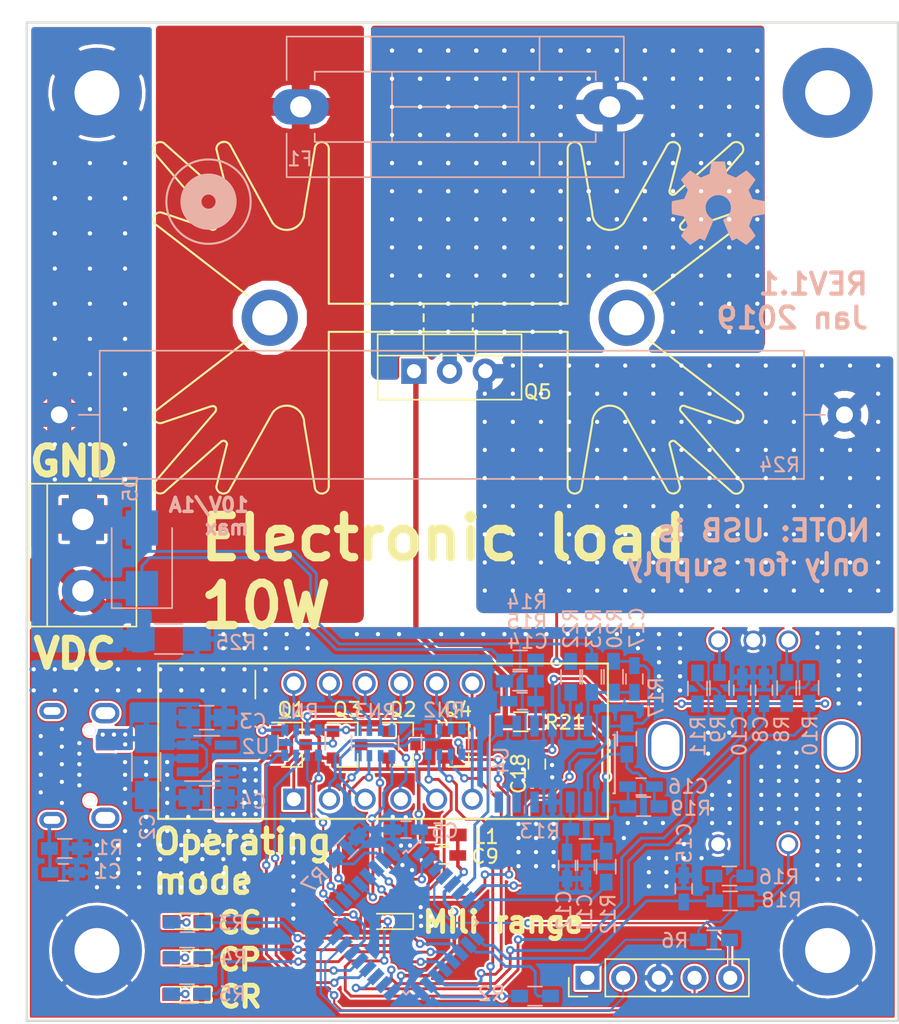
<source format=kicad_pcb>
(kicad_pcb (version 20171130) (host pcbnew "(5.0.0)")
  (layers (0 F.Cu signal) (31 B.Cu signal) (34 B.Paste user hide) (35 F.Paste user hide) (36 B.SilkS user) (37 F.SilkS user) (38 B.Mask user hide) (39 F.Mask user hide) (44 Edge.Cuts user))
  (net 0 "")
  (net 1 GND)
  (net 2 "Net-(C1-Pad1)")
  (net 3 +5V)
  (net 4 +3V3)
  (net 5 /phase_A)
  (net 6 +3.3VA)
  (net 7 /phase_B)
  (net 8 "Net-(C11-Pad2)")
  (net 9 "Net-(C14-Pad1)")
  (net 10 /BTN)
  (net 11 "Net-(C16-Pad1)")
  (net 12 "Net-(C17-Pad1)")
  (net 13 /Isense)
  (net 14 "Net-(D1-Pad2)")
  (net 15 "Net-(D2-Pad2)")
  (net 16 "Net-(D3-Pad2)")
  (net 17 "Net-(D4-Pad2)")
  (net 18 VBUS)
  (net 19 GNDPWR)
  (net 20 "Net-(F1-Pad1)")
  (net 21 /SWDIO)
  (net 22 /SWCLK)
  (net 23 "Net-(J2-Pad3)")
  (net 24 "Net-(J2-Pad2)")
  (net 25 "Net-(J2-Pad4)")
  (net 26 /CA1)
  (net 27 /BASE_CA1)
  (net 28 /CA3)
  (net 29 /BASE_CA3)
  (net 30 /BASE_CA2)
  (net 31 /CA2)
  (net 32 /BASE_CA4)
  (net 33 /CA4)
  (net 34 "Net-(Q5-Pad3)")
  (net 35 "Net-(Q5-Pad1)")
  (net 36 /LED_PREFIX)
  (net 37 /LED_CC_MODE)
  (net 38 /LED_CP_MODE)
  (net 39 /LED_CR_MODE)
  (net 40 /NRST)
  (net 41 "Net-(R7-Pad2)")
  (net 42 /PWM)
  (net 43 "Net-(R22-Pad2)")
  (net 44 /MCU_CA2)
  (net 45 /MCU_CA1)
  (net 46 /MCU_CA3)
  (net 47 /MCU_CA4)
  (net 48 /MCU_d)
  (net 49 /MCU_c)
  (net 50 /MCU_a)
  (net 51 /MCU_b)
  (net 52 /d)
  (net 53 /b)
  (net 54 /c)
  (net 55 /a)
  (net 56 /MCU_dpx)
  (net 57 /MCU_g)
  (net 58 /MCU_e)
  (net 59 /MCU_f)
  (net 60 /dpx)
  (net 61 /f)
  (net 62 /g)
  (net 63 /e)
  (net 64 "Net-(U2-Pad4)")
  (net 65 /Usense)
  (net 66 "Net-(R8-Pad2)")
  (net 67 "Net-(R9-Pad2)")
  (net 68 "Net-(R18-Pad1)")
  (net 69 "Net-(U3-Pad3)")
  (net 70 "Net-(J6-Pad1)")
  (net 71 "Net-(C12-Pad2)")
  (net 72 "Net-(C16-Pad2)")
  (module Housings_QFP:LQFP-32_7x7mm_Pitch0.8mm (layer B.Cu) (at 152.19 108.46 225)
    (fp_text reference U3 hide)
    (fp_text value STM32F031K6Tx)
    (pad 32 smd rect (at -2.8 4.25 135) (size 1.2 0.6) (layers B.Cu B.Paste B.Mask) (net 1 GND))
    (pad 31 smd rect (at -2 4.25 135) (size 1.2 0.6) (layers B.Cu B.Paste B.Mask) (net 41 "Net-(R7-Pad2)"))
    (pad 30 smd rect (at -1.2 4.25 135) (size 1.2 0.6) (layers B.Cu B.Paste B.Mask) (net 50 /MCU_a))
    (pad 29 smd rect (at -0.4 4.25 135) (size 1.2 0.6) (layers B.Cu B.Paste B.Mask) (net 51 /MCU_b))
    (pad 28 smd rect (at 0.4 4.25 135) (size 1.2 0.6) (layers B.Cu B.Paste B.Mask) (net 49 /MCU_c))
    (pad 27 smd rect (at 1.2 4.25 135) (size 1.2 0.6) (layers B.Cu B.Paste B.Mask) (net 48 /MCU_d))
    (pad 26 smd rect (at 2 4.25 135) (size 1.2 0.6) (layers B.Cu B.Paste B.Mask) (net 58 /MCU_e))
    (pad 25 smd rect (at 2.8 4.25 135) (size 1.2 0.6) (layers B.Cu B.Paste B.Mask) (net 47 /MCU_CA4))
    (pad 24 smd rect (at 4.25 2.8 225) (size 1.2 0.6) (layers B.Cu B.Paste B.Mask) (net 22 /SWCLK))
    (pad 23 smd rect (at 4.25 2 225) (size 1.2 0.6) (layers B.Cu B.Paste B.Mask) (net 21 /SWDIO))
    (pad 22 smd rect (at 4.25 1.2 225) (size 1.2 0.6) (layers B.Cu B.Paste B.Mask) (net 46 /MCU_CA3))
    (pad 21 smd rect (at 4.25 0.4 225) (size 1.2 0.6) (layers B.Cu B.Paste B.Mask) (net 44 /MCU_CA2))
    (pad 20 smd rect (at 4.25 -0.4 225) (size 1.2 0.6) (layers B.Cu B.Paste B.Mask) (net 45 /MCU_CA1))
    (pad 19 smd rect (at 4.25 -1.2 225) (size 1.2 0.6) (layers B.Cu B.Paste B.Mask) (net 7 /phase_B))
    (pad 18 smd rect (at 4.25 -2 225) (size 1.2 0.6) (layers B.Cu B.Paste B.Mask) (net 5 /phase_A))
    (pad 17 smd rect (at 4.25 -2.8 225) (size 1.2 0.6) (layers B.Cu B.Paste B.Mask) (net 6 +3.3VA))
    (pad 16 smd rect (at 2.8 -4.25 135) (size 1.2 0.6) (layers B.Cu B.Paste B.Mask) (net 1 GND))
    (pad 15 smd rect (at 2 -4.25 135) (size 1.2 0.6) (layers B.Cu B.Paste B.Mask) (net 59 /MCU_f))
    (pad 14 smd rect (at 1.2 -4.25 135) (size 1.2 0.6) (layers B.Cu B.Paste B.Mask) (net 57 /MCU_g))
    (pad 13 smd rect (at 0.4 -4.25 135) (size 1.2 0.6) (layers B.Cu B.Paste B.Mask) (net 39 /LED_CR_MODE))
    (pad 12 smd rect (at -0.4 -4.25 135) (size 1.2 0.6) (layers B.Cu B.Paste B.Mask) (net 38 /LED_CP_MODE))
    (pad 11 smd rect (at -1.2 -4.25 135) (size 1.2 0.6) (layers B.Cu B.Paste B.Mask) (net 37 /LED_CC_MODE))
    (pad 10 smd rect (at -2 -4.25 135) (size 1.2 0.6) (layers B.Cu B.Paste B.Mask) (net 36 /LED_PREFIX))
    (pad 9 smd rect (at -2.8 -4.25 135) (size 1.2 0.6) (layers B.Cu B.Paste B.Mask) (net 10 /BTN))
    (pad 8 smd rect (at -4.25 -2.8 225) (size 1.2 0.6) (layers B.Cu B.Paste B.Mask) (net 42 /PWM))
    (pad 7 smd rect (at -4.25 -2 225) (size 1.2 0.6) (layers B.Cu B.Paste B.Mask) (net 13 /Isense))
    (pad 6 smd rect (at -4.25 -1.2 225) (size 1.2 0.6) (layers B.Cu B.Paste B.Mask) (net 65 /Usense))
    (pad 5 smd rect (at -4.25 -0.4 225) (size 1.2 0.6) (layers B.Cu B.Paste B.Mask) (net 6 +3.3VA))
    (pad 4 smd rect (at -4.25 0.4 225) (size 1.2 0.6) (layers B.Cu B.Paste B.Mask) (net 40 /NRST))
    (pad 3 smd rect (at -4.25 1.2 225) (size 1.2 0.6) (layers B.Cu B.Paste B.Mask) (net 69 "Net-(U3-Pad3)"))
    (pad 2 smd rect (at -4.25 2 225) (size 1.2 0.6) (layers B.Cu B.Paste B.Mask) (net 56 /MCU_dpx))
    (pad 1 smd rect (at -4.25 2.8 225) (size 1.2 0.6) (layers B.Cu B.Paste B.Mask) (net 4 +3V3))
  )
  (module Capacitors_SMD:C_0603_HandSoldering (layer B.Cu) (at 127.8 104.9)
    (fp_text reference C1 (at 3.19 -0.06) (layer B.SilkS) (effects (justify mirror)))
    (fp_text value 1n)
    (pad 2 smd rect (at 0.95 0) (size 1.2 0.75) (layers B.Cu B.Paste B.Mask) (net 1 GND))
    (pad 1 smd rect (at -0.95 0) (size 1.2 0.75) (layers B.Cu B.Paste B.Mask) (net 2 "Net-(C1-Pad1)"))
  )
  (module Capacitors_SMD:C_1206_HandSoldering (layer B.Cu) (at 133.7 97.4 270)
    (fp_text reference C2 (at 4.26 -0.09 270) (layer B.SilkS) (effects (justify mirror)))
    (fp_text value 4u7)
    (pad 2 smd rect (at 2 0 270) (size 2 1.6) (layers B.Cu B.Paste B.Mask) (net 1 GND))
    (pad 1 smd rect (at -2 0 270) (size 2 1.6) (layers B.Cu B.Paste B.Mask) (net 3 +5V))
  )
  (module Capacitors_SMD:C_0805_HandSoldering (layer B.Cu) (at 138 93.9)
    (fp_text reference C3 (at 3.29 0.26) (layer B.SilkS) (effects (justify mirror)))
    (fp_text value 2u2)
    (pad 1 smd rect (at -1.25 0) (size 1.5 1.25) (layers B.Cu B.Paste B.Mask) (net 3 +5V))
    (pad 2 smd rect (at 1.25 0) (size 1.5 1.25) (layers B.Cu B.Paste B.Mask) (net 1 GND))
  )
  (module Capacitors_SMD:C_0805_HandSoldering (layer B.Cu) (at 138 99.6 180)
    (fp_text reference C4 (at -3.29 -0.26 180) (layer B.SilkS) (effects (justify mirror)))
    (fp_text value 2u2)
    (pad 2 smd rect (at 1.25 0 180) (size 1.5 1.25) (layers B.Cu B.Paste B.Mask) (net 1 GND))
    (pad 1 smd rect (at -1.25 0 180) (size 1.5 1.25) (layers B.Cu B.Paste B.Mask) (net 4 +3V3))
  )
  (module Capacitors_SMD:C_0603_HandSoldering (layer B.Cu) (at 177.665 91.95 90)
    (fp_text reference C8 (at -2.77 -0.241 90) (layer B.SilkS) (effects (justify mirror)))
    (fp_text value 100n)
    (pad 1 smd rect (at -0.95 0 90) (size 1.2 0.75) (layers B.Cu B.Paste B.Mask) (net 5 /phase_A))
    (pad 2 smd rect (at 0.95 0 90) (size 1.2 0.75) (layers B.Cu B.Paste B.Mask) (net 1 GND))
  )
  (module Capacitors_SMD:C_0603_HandSoldering (layer F.Cu) (at 154.92 103.7)
    (fp_text reference C9 (at 2.9 0.07) (layer F.SilkS))
    (fp_text value 100n)
    (pad 2 smd rect (at 0.95 0) (size 1.2 0.75) (layers F.Cu F.Paste F.Mask) (net 6 +3.3VA))
    (pad 1 smd rect (at -0.95 0) (size 1.2 0.75) (layers F.Cu F.Paste F.Mask) (net 1 GND))
  )
  (module Capacitors_SMD:C_0603_HandSoldering (layer B.Cu) (at 176.115 91.95 90)
    (fp_text reference C10 (at -3.24619 -0.199 90) (layer B.SilkS) (effects (justify mirror)))
    (fp_text value 100n)
    (pad 1 smd rect (at -0.95 0 90) (size 1.2 0.75) (layers B.Cu B.Paste B.Mask) (net 7 /phase_B))
    (pad 2 smd rect (at 0.95 0 90) (size 1.2 0.75) (layers B.Cu B.Paste B.Mask) (net 1 GND))
  )
  (module Capacitors_SMD:C_0603_HandSoldering (layer B.Cu) (at 165 104.4 90)
    (fp_text reference C11 (at -3.45 -0.09 90) (layer B.SilkS) (effects (justify mirror)))
    (fp_text value 100n)
    (pad 2 smd rect (at 0.95 0 90) (size 1.2 0.75) (layers B.Cu B.Paste B.Mask) (net 8 "Net-(C11-Pad2)"))
    (pad 1 smd rect (at -0.95 0 90) (size 1.2 0.75) (layers B.Cu B.Paste B.Mask) (net 1 GND))
  )
  (module Capacitors_SMD:C_0603_HandSoldering (layer B.Cu) (at 163.65 104.41 90)
    (fp_text reference C12 (at -3.2 -0.23 90) (layer B.SilkS) (effects (justify mirror)))
    (fp_text value 100n)
    (pad 1 smd rect (at -0.95 0 90) (size 1.2 0.75) (layers B.Cu B.Paste B.Mask) (net 1 GND))
    (pad 2 smd rect (at 0.95 0 90) (size 1.2 0.75) (layers B.Cu B.Paste B.Mask) (net 71 "Net-(C12-Pad2)"))
  )
  (module Capacitors_SMD:C_0603_HandSoldering (layer B.Cu) (at 160.46 92.73 180)
    (fp_text reference C14 (at -0.39 4.25 180) (layer B.SilkS) (effects (justify mirror)))
    (fp_text value 100n)
    (pad 1 smd rect (at -0.95 0 180) (size 1.2 0.75) (layers B.Cu B.Paste B.Mask) (net 9 "Net-(C14-Pad1)"))
    (pad 2 smd rect (at 0.95 0 180) (size 1.2 0.75) (layers B.Cu B.Paste B.Mask) (net 19 GNDPWR))
  )
  (module Capacitors_SMD:C_0603_HandSoldering (layer B.Cu) (at 171.95 106.06 90)
    (fp_text reference C15 (at 3.25 0.05 90) (layer B.SilkS) (effects (justify mirror)))
    (fp_text value 100n)
    (pad 2 smd rect (at 0.95 0 90) (size 1.2 0.75) (layers B.Cu B.Paste B.Mask) (net 1 GND))
    (pad 1 smd rect (at -0.95 0 90) (size 1.2 0.75) (layers B.Cu B.Paste B.Mask) (net 10 /BTN))
  )
  (module Capacitors_SMD:C_0603_HandSoldering (layer B.Cu) (at 168.44 91.15 90)
    (fp_text reference C17 (at 3.66 0.18 90) (layer B.SilkS) (effects (justify mirror)))
    (fp_text value 10p)
    (pad 1 smd rect (at -0.95 0 90) (size 1.2 0.75) (layers B.Cu B.Paste B.Mask) (net 12 "Net-(C17-Pad1)"))
    (pad 2 smd rect (at 0.95 0 90) (size 1.2 0.75) (layers B.Cu B.Paste B.Mask) (net 13 /Isense))
  )
  (module Capacitors_SMD:C_0603_HandSoldering (layer F.Cu) (at 161.5 97.2 270)
    (fp_text reference C18 (at 0.68 1.3 270) (layer F.SilkS))
    (fp_text value 100n)
    (pad 2 smd rect (at 0.95 0 270) (size 1.2 0.75) (layers F.Cu F.Paste F.Mask) (net 1 GND))
    (pad 1 smd rect (at -0.95 0 270) (size 1.2 0.75) (layers F.Cu F.Paste F.Mask) (net 4 +3V3))
  )
  (module LEDs:LED_0603_HandSoldering (layer F.Cu) (at 150.9 108.39 180)
    (fp_text reference D1 hide)
    (fp_text value " m Suffix")
    (pad 2 smd rect (at 1.1 0 180) (size 1.2 0.9) (layers F.Cu F.Paste F.Mask) (net 14 "Net-(D1-Pad2)"))
    (pad 1 smd rect (at -1.1 0 180) (size 1.2 0.9) (layers F.Cu F.Paste F.Mask) (net 1 GND))
  )
  (module LEDs:LED_0603_HandSoldering (layer F.Cu) (at 136.56 108.39 180)
    (fp_text reference D2 hide)
    (fp_text value CC)
    (pad 1 smd rect (at -1.1 0 180) (size 1.2 0.9) (layers F.Cu F.Paste F.Mask) (net 1 GND))
    (pad 2 smd rect (at 1.1 0 180) (size 1.2 0.9) (layers F.Cu F.Paste F.Mask) (net 15 "Net-(D2-Pad2)"))
  )
  (module LEDs:LED_0603_HandSoldering (layer F.Cu) (at 136.56 110.99 180)
    (fp_text reference D3 hide)
    (fp_text value CP)
    (pad 2 smd rect (at 1.1 0 180) (size 1.2 0.9) (layers F.Cu F.Paste F.Mask) (net 16 "Net-(D3-Pad2)"))
    (pad 1 smd rect (at -1.1 0 180) (size 1.2 0.9) (layers F.Cu F.Paste F.Mask) (net 1 GND))
  )
  (module LEDs:LED_0603_HandSoldering (layer F.Cu) (at 136.54 113.59 180)
    (fp_text reference D4 hide)
    (fp_text value CR)
    (pad 2 smd rect (at 1.1 0 180) (size 1.2 0.9) (layers F.Cu F.Paste F.Mask) (net 17 "Net-(D4-Pad2)"))
    (pad 1 smd rect (at -1.1 0 180) (size 1.2 0.9) (layers F.Cu F.Paste F.Mask) (net 1 GND))
  )
  (module Fuse_Holders_and_Fuses:Fuseholder5x20_horiz_SemiClosed_Casing10x25mm (layer B.Cu) (at 166.69 50.46 180)
    (fp_text reference F1 (at 22.06 -3.71) (layer B.SilkS) (effects (justify mirror)))
    (fp_text value 1A)
    (pad 1 thru_hole oval (at 0 0 270) (size 2.5 4) (drill 1.5) (layers *.Cu *.Mask) (net 20 "Net-(F1-Pad1)"))
    (pad 2 thru_hole oval (at 22 0 270) (size 2.5 4) (drill 1.5) (layers *.Cu *.Mask) (net 18 VBUS))
  )
  (module LOGICchain:USBMicro_629105150521_WE (layer F.Cu) (at 127.19 100.8 270)
    (fp_text reference J2 hide)
    (fp_text value USB_B_Micro)
    (pad 7 thru_hole circle (at -6 -2.5 270) (size 0.8 0.8) (drill 0.8) (layers *.Cu *.Mask))
    (pad 7 thru_hole circle (at -1 -2.5 270) (size 0.8 0.8) (drill 0.8) (layers *.Cu *.Mask))
    (pad 3 smd rect (at -3.5 -3.6 270) (size 0.45 1.3) (layers F.Cu F.Paste F.Mask) (net 23 "Net-(J2-Pad3)"))
    (pad 1 smd rect (at -4.8 -3.6 270) (size 0.45 1.3) (layers F.Cu F.Paste F.Mask) (net 3 +5V))
    (pad 5 smd rect (at -2.2 -3.6 270) (size 0.45 1.3) (layers F.Cu F.Paste F.Mask) (net 1 GND))
    (pad 2 smd rect (at -4.15 -3.6 270) (size 0.45 1.3) (layers F.Cu F.Paste F.Mask) (net 24 "Net-(J2-Pad2)"))
    (pad 4 smd rect (at -2.85 -3.6 270) (size 0.45 1.3) (layers F.Cu F.Paste F.Mask) (net 25 "Net-(J2-Pad4)"))
    (pad 6 thru_hole oval (at -7.225 -3.6 270) (size 1.45 2) (drill oval 0.85 1.4) (layers *.Cu *.Mask) (net 2 "Net-(C1-Pad1)"))
    (pad 6 thru_hole oval (at 0.225 -3.6 270) (size 1.45 2) (drill oval 0.85 1.4) (layers *.Cu *.Mask) (net 2 "Net-(C1-Pad1)"))
    (pad 6 thru_hole oval (at 0.375 0.2 270) (size 1.15 1.8) (drill oval 0.55 1.2) (layers *.Cu *.Mask) (net 2 "Net-(C1-Pad1)"))
    (pad 6 thru_hole oval (at -7.375 0.2 270) (size 1.15 1.8) (drill oval 0.55 1.2) (layers *.Cu *.Mask) (net 2 "Net-(C1-Pad1)"))
  )
  (module Connectors_Terminal_Blocks:TerminalBlock_bornier-2_P5.08mm (layer F.Cu) (at 129.19 79.8 270)
    (fp_text reference J3 hide)
    (fp_text value Conn_01x02)
    (pad 2 thru_hole circle (at 5.08 0 270) (size 3 3) (drill 1.52) (layers *.Cu *.Mask) (net 18 VBUS))
    (pad 1 thru_hole rect (at 0 0 270) (size 3 3) (drill 1.52) (layers *.Cu *.Mask) (net 19 GNDPWR))
  )
  (module Resistors_SMD:R_0603_HandSoldering (layer F.Cu) (at 154.8 102.24)
    (fp_text reference L1 (at 3.1 0.12) (layer F.SilkS))
    (fp_text value 100MHz)
    (pad 1 smd rect (at -1.1 0) (size 1.2 0.9) (layers F.Cu F.Paste F.Mask) (net 4 +3V3))
    (pad 2 smd rect (at 1.1 0) (size 1.2 0.9) (layers F.Cu F.Paste F.Mask) (net 6 +3.3VA))
  )
  (module TO_SOT_Packages_SMD:SOT-23 (layer F.Cu) (at 144.04 95.82)
    (fp_text reference Q1 (at 0 -2.5) (layer F.SilkS))
    (fp_text value BC856A)
    (pad 3 smd rect (at 1 0) (size 0.9 0.8) (layers F.Cu F.Paste F.Mask) (net 26 /CA1))
    (pad 2 smd rect (at -1 0.95) (size 0.9 0.8) (layers F.Cu F.Paste F.Mask) (net 4 +3V3))
    (pad 1 smd rect (at -1 -0.95) (size 0.9 0.8) (layers F.Cu F.Paste F.Mask) (net 27 /BASE_CA1))
  )
  (module TO_SOT_Packages_SMD:SOT-23 (layer F.Cu) (at 151.94 95.82)
    (fp_text reference Q2 (at 0 -2.5) (layer F.SilkS))
    (fp_text value BC856A)
    (pad 3 smd rect (at 1 0) (size 0.9 0.8) (layers F.Cu F.Paste F.Mask) (net 28 /CA3))
    (pad 2 smd rect (at -1 0.95) (size 0.9 0.8) (layers F.Cu F.Paste F.Mask) (net 4 +3V3))
    (pad 1 smd rect (at -1 -0.95) (size 0.9 0.8) (layers F.Cu F.Paste F.Mask) (net 29 /BASE_CA3))
  )
  (module TO_SOT_Packages_SMD:SOT-23 (layer F.Cu) (at 147.99 95.82)
    (fp_text reference Q3 (at 0 -2.5) (layer F.SilkS))
    (fp_text value BC856A)
    (pad 1 smd rect (at -1 -0.95) (size 0.9 0.8) (layers F.Cu F.Paste F.Mask) (net 30 /BASE_CA2))
    (pad 2 smd rect (at -1 0.95) (size 0.9 0.8) (layers F.Cu F.Paste F.Mask) (net 4 +3V3))
    (pad 3 smd rect (at 1 0) (size 0.9 0.8) (layers F.Cu F.Paste F.Mask) (net 31 /CA2))
  )
  (module TO_SOT_Packages_SMD:SOT-23 (layer F.Cu) (at 155.89 95.82)
    (fp_text reference Q4 (at 0 -2.5) (layer F.SilkS))
    (fp_text value BC856A)
    (pad 1 smd rect (at -1 -0.95) (size 0.9 0.8) (layers F.Cu F.Paste F.Mask) (net 32 /BASE_CA4))
    (pad 2 smd rect (at -1 0.95) (size 0.9 0.8) (layers F.Cu F.Paste F.Mask) (net 4 +3V3))
    (pad 3 smd rect (at 1 0) (size 0.9 0.8) (layers F.Cu F.Paste F.Mask) (net 33 /CA4))
  )
  (module Resistors_SMD:R_0603_HandSoldering (layer B.Cu) (at 127.9 103.2)
    (fp_text reference R1 (at 3.19 -0.06) (layer B.SilkS) (effects (justify mirror)))
    (fp_text value 1M)
    (pad 2 smd rect (at 1.1 0) (size 1.2 0.9) (layers B.Cu B.Paste B.Mask) (net 1 GND))
    (pad 1 smd rect (at -1.1 0) (size 1.2 0.9) (layers B.Cu B.Paste B.Mask) (net 2 "Net-(C1-Pad1)"))
  )
  (module Resistors_SMD:R_0603_HandSoldering (layer B.Cu) (at 161.37 113.7 180)
    (fp_text reference R2 (at 3.1 0.16 180) (layer B.SilkS) (effects (justify mirror)))
    (fp_text value 3k3)
    (pad 2 smd rect (at 1.1 0 180) (size 1.2 0.9) (layers B.Cu B.Paste B.Mask) (net 14 "Net-(D1-Pad2)"))
    (pad 1 smd rect (at -1.1 0 180) (size 1.2 0.9) (layers B.Cu B.Paste B.Mask) (net 36 /LED_PREFIX))
  )
  (module Resistors_SMD:R_0603_HandSoldering (layer B.Cu) (at 136.64 108.47 180)
    (fp_text reference R3 (at -3.14 -0.04 180) (layer B.SilkS) (effects (justify mirror)))
    (fp_text value 3k3)
    (pad 1 smd rect (at -1.1 0 180) (size 1.2 0.9) (layers B.Cu B.Paste B.Mask) (net 37 /LED_CC_MODE))
    (pad 2 smd rect (at 1.1 0 180) (size 1.2 0.9) (layers B.Cu B.Paste B.Mask) (net 15 "Net-(D2-Pad2)"))
  )
  (module Resistors_SMD:R_0603_HandSoldering (layer B.Cu) (at 136.6 110.93 180)
    (fp_text reference R4 (at -3.33 -0.03 180) (layer B.SilkS) (effects (justify mirror)))
    (fp_text value 3k3)
    (pad 2 smd rect (at 1.1 0 180) (size 1.2 0.9) (layers B.Cu B.Paste B.Mask) (net 16 "Net-(D3-Pad2)"))
    (pad 1 smd rect (at -1.1 0 180) (size 1.2 0.9) (layers B.Cu B.Paste B.Mask) (net 38 /LED_CP_MODE))
  )
  (module Resistors_SMD:R_0603_HandSoldering (layer B.Cu) (at 136.6 113.53 180)
    (fp_text reference R5 (at -3.22 -0.02 180) (layer B.SilkS) (effects (justify mirror)))
    (fp_text value 3k3)
    (pad 1 smd rect (at -1.1 0 180) (size 1.2 0.9) (layers B.Cu B.Paste B.Mask) (net 39 /LED_CR_MODE))
    (pad 2 smd rect (at 1.1 0 180) (size 1.2 0.9) (layers B.Cu B.Paste B.Mask) (net 17 "Net-(D4-Pad2)"))
  )
  (module Resistors_SMD:R_0603_HandSoldering (layer B.Cu) (at 179.28 91.79 90)
    (fp_text reference R8 (at -2.93 -0.348 90) (layer B.SilkS) (effects (justify mirror)))
    (fp_text value 1k)
    (pad 2 smd rect (at 1.1 0 90) (size 1.2 0.9) (layers B.Cu B.Paste B.Mask) (net 66 "Net-(R8-Pad2)"))
    (pad 1 smd rect (at -1.1 0 90) (size 1.2 0.9) (layers B.Cu B.Paste B.Mask) (net 5 /phase_A))
  )
  (module Resistors_SMD:R_0603_HandSoldering (layer B.Cu) (at 174.5 91.79 90)
    (fp_text reference R9 (at -2.93 -0.092 90) (layer B.SilkS) (effects (justify mirror)))
    (fp_text value 1k)
    (pad 2 smd rect (at 1.1 0 90) (size 1.2 0.9) (layers B.Cu B.Paste B.Mask) (net 67 "Net-(R9-Pad2)"))
    (pad 1 smd rect (at -1.1 0 90) (size 1.2 0.9) (layers B.Cu B.Paste B.Mask) (net 7 /phase_B))
  )
  (module Resistors_SMD:R_0603_HandSoldering (layer B.Cu) (at 180.87 91.77 90)
    (fp_text reference R10 (at -3.40619 0.08 90) (layer B.SilkS) (effects (justify mirror)))
    (fp_text value 10k)
    (pad 2 smd rect (at 1.1 0 90) (size 1.2 0.9) (layers B.Cu B.Paste B.Mask) (net 5 /phase_A))
    (pad 1 smd rect (at -1.1 0 90) (size 1.2 0.9) (layers B.Cu B.Paste B.Mask) (net 4 +3V3))
  )
  (module Resistors_SMD:R_0603_HandSoldering (layer B.Cu) (at 172.93 91.82 90)
    (fp_text reference R11 (at -3.40619 0.05 90) (layer B.SilkS) (effects (justify mirror)))
    (fp_text value 10k)
    (pad 1 smd rect (at -1.1 0 90) (size 1.2 0.9) (layers B.Cu B.Paste B.Mask) (net 4 +3V3))
    (pad 2 smd rect (at 1.1 0 90) (size 1.2 0.9) (layers B.Cu B.Paste B.Mask) (net 7 /phase_B))
  )
  (module Resistors_SMD:R_0603_HandSoldering (layer B.Cu) (at 166.43 104.5 90)
    (fp_text reference R12 (at -3.37 0.15 90) (layer B.SilkS) (effects (justify mirror)))
    (fp_text value 1k)
    (pad 1 smd rect (at -1.1 0 90) (size 1.2 0.9) (layers B.Cu B.Paste B.Mask) (net 42 /PWM))
    (pad 2 smd rect (at 1.1 0 90) (size 1.2 0.9) (layers B.Cu B.Paste B.Mask) (net 8 "Net-(C11-Pad2)"))
  )
  (module Resistors_SMD:R_0603_HandSoldering (layer B.Cu) (at 165.02 101.84 180)
    (fp_text reference R13 (at 3.31613 -0.12 180) (layer B.SilkS) (effects (justify mirror)))
    (fp_text value 1k)
    (pad 1 smd rect (at -1.1 0 180) (size 1.2 0.9) (layers B.Cu B.Paste B.Mask) (net 8 "Net-(C11-Pad2)"))
    (pad 2 smd rect (at 1.1 0 180) (size 1.2 0.9) (layers B.Cu B.Paste B.Mask) (net 71 "Net-(C12-Pad2)"))
  )
  (module Resistors_SMD:R_0603_HandSoldering (layer B.Cu) (at 160.31 89.8)
    (fp_text reference R14 (at 0.48 -4.14) (layer B.SilkS) (effects (justify mirror)))
    (fp_text value 27k)
    (pad 2 smd rect (at 1.1 0) (size 1.2 0.9) (layers B.Cu B.Paste B.Mask) (net 9 "Net-(C14-Pad1)"))
    (pad 1 smd rect (at -1.1 0) (size 1.2 0.9) (layers B.Cu B.Paste B.Mask) (net 18 VBUS))
  )
  (module Resistors_SMD:R_0603_HandSoldering (layer B.Cu) (at 160.3 91.3 180)
    (fp_text reference R15 (at -0.49 4.24 180) (layer B.SilkS) (effects (justify mirror)))
    (fp_text value 10k)
    (pad 2 smd rect (at 1.1 0 180) (size 1.2 0.9) (layers B.Cu B.Paste B.Mask) (net 19 GNDPWR))
    (pad 1 smd rect (at -1.1 0 180) (size 1.2 0.9) (layers B.Cu B.Paste B.Mask) (net 9 "Net-(C14-Pad1)"))
  )
  (module Resistors_SMD:R_0603_HandSoldering (layer B.Cu) (at 175.2 105.16 180)
    (fp_text reference R16 (at -3.54 -0.06 180) (layer B.SilkS) (effects (justify mirror)))
    (fp_text value 10k)
    (pad 2 smd rect (at 1.1 0 180) (size 1.2 0.9) (layers B.Cu B.Paste B.Mask) (net 10 /BTN))
    (pad 1 smd rect (at -1.1 0 180) (size 1.2 0.9) (layers B.Cu B.Paste B.Mask) (net 4 +3V3))
  )
  (module Resistors_SMD:R_0603_HandSoldering (layer B.Cu) (at 167.9 95.4 270)
    (fp_text reference R17 (at -2.94 -2.09 270) (layer B.SilkS) (effects (justify mirror)))
    (fp_text value 10k)
    (pad 1 smd rect (at -1.1 0 270) (size 1.2 0.9) (layers B.Cu B.Paste B.Mask) (net 13 /Isense))
    (pad 2 smd rect (at 1.1 0 270) (size 1.2 0.9) (layers B.Cu B.Paste B.Mask) (net 72 "Net-(C16-Pad2)"))
  )
  (module Resistors_SMD:R_0603_HandSoldering (layer B.Cu) (at 175.26 106.93 180)
    (fp_text reference R18 (at -3.66 0.06 180) (layer B.SilkS) (effects (justify mirror)))
    (fp_text value 1k)
    (pad 1 smd rect (at -1.1 0 180) (size 1.2 0.9) (layers B.Cu B.Paste B.Mask) (net 68 "Net-(R18-Pad1)"))
    (pad 2 smd rect (at 1.1 0 180) (size 1.2 0.9) (layers B.Cu B.Paste B.Mask) (net 10 /BTN))
  )
  (module Resistors_SMD:R_0603_HandSoldering (layer B.Cu) (at 166.95 90.99 90)
    (fp_text reference R20 (at 3.44 0.09 90) (layer B.SilkS) (effects (justify mirror)))
    (fp_text value 20k)
    (pad 2 smd rect (at 1.1 0 90) (size 1.2 0.9) (layers B.Cu B.Paste B.Mask) (net 13 /Isense))
    (pad 1 smd rect (at -1.1 0 90) (size 1.2 0.9) (layers B.Cu B.Paste B.Mask) (net 12 "Net-(C17-Pad1)"))
  )
  (module Resistors_SMD:R_0603_HandSoldering (layer F.Cu) (at 160.35 94.19)
    (fp_text reference R21 (at 3.16 0.04) (layer F.SilkS))
    (fp_text value 10R)
    (pad 1 smd rect (at -1.1 0) (size 1.2 0.9) (layers F.Cu F.Paste F.Mask) (net 35 "Net-(Q5-Pad1)"))
    (pad 2 smd rect (at 1.1 0) (size 1.2 0.9) (layers F.Cu F.Paste F.Mask) (net 11 "Net-(C16-Pad1)"))
  )
  (module Resistors_SMD:R_0603_HandSoldering (layer B.Cu) (at 163.9 91 270)
    (fp_text reference R22 (at -3.45 -0.01 270) (layer B.SilkS) (effects (justify mirror)))
    (fp_text value 10k)
    (pad 2 smd rect (at 1.1 0 270) (size 1.2 0.9) (layers B.Cu B.Paste B.Mask) (net 43 "Net-(R22-Pad2)"))
    (pad 1 smd rect (at -1.1 0 270) (size 1.2 0.9) (layers B.Cu B.Paste B.Mask) (net 34 "Net-(Q5-Pad3)"))
  )
  (module Resistors_SMD:R_0603_HandSoldering (layer B.Cu) (at 165.41 91 270)
    (fp_text reference R23 (at -3.45 -0.13 270) (layer B.SilkS) (effects (justify mirror)))
    (fp_text value 10k)
    (pad 1 smd rect (at -1.1 0 270) (size 1.2 0.9) (layers B.Cu B.Paste B.Mask) (net 19 GNDPWR))
    (pad 2 smd rect (at 1.1 0 270) (size 1.2 0.9) (layers B.Cu B.Paste B.Mask) (net 12 "Net-(C17-Pad1)"))
  )
  (module Resistors_THT:R_Axial_Power_L50.0mm_W9.0mm_P55.88mm (layer B.Cu) (at 183.39 72.36 180)
    (fp_text reference R24 (at 4.61 -3.56 180) (layer B.SilkS) (effects (justify mirror)))
    (fp_text value "1R / 10W")
    (pad 2 thru_hole oval (at 55.88 0 180) (size 2.4 2.4) (drill 1.2) (layers *.Cu *.Mask) (net 19 GNDPWR))
    (pad 1 thru_hole circle (at 0 0 180) (size 2.4 2.4) (drill 1.2) (layers *.Cu *.Mask) (net 34 "Net-(Q5-Pad3)"))
  )
  (module Resistors_SMD:R_Array_Convex_4x0603 (layer B.Cu) (at 144.76 95.67 270)
    (fp_text reference RN1 (at -2.21 0.27) (layer B.SilkS) (effects (justify mirror)))
    (fp_text value 1k)
    (pad 1 smd rect (at -0.9 1.2 270) (size 0.8 0.5) (layers B.Cu B.Paste B.Mask) (net 27 /BASE_CA1))
    (pad 3 smd rect (at -0.9 -0.4 270) (size 0.8 0.4) (layers B.Cu B.Paste B.Mask) (net 32 /BASE_CA4))
    (pad 2 smd rect (at -0.9 0.4 270) (size 0.8 0.4) (layers B.Cu B.Paste B.Mask) (net 30 /BASE_CA2))
    (pad 4 smd rect (at -0.9 -1.2 270) (size 0.8 0.5) (layers B.Cu B.Paste B.Mask) (net 29 /BASE_CA3))
    (pad 7 smd rect (at 0.9 0.4 270) (size 0.8 0.4) (layers B.Cu B.Paste B.Mask) (net 44 /MCU_CA2))
    (pad 8 smd rect (at 0.9 1.2 270) (size 0.8 0.5) (layers B.Cu B.Paste B.Mask) (net 45 /MCU_CA1))
    (pad 6 smd rect (at 0.9 -0.4 270) (size 0.8 0.4) (layers B.Cu B.Paste B.Mask) (net 47 /MCU_CA4))
    (pad 5 smd rect (at 0.9 -1.2 270) (size 0.8 0.5) (layers B.Cu B.Paste B.Mask) (net 46 /MCU_CA3))
  )
  (module Resistors_SMD:R_Array_Convex_4x0603 (layer B.Cu) (at 154.96 95.6 270)
    (fp_text reference RN2 (at -2.24 0.07) (layer B.SilkS) (effects (justify mirror)))
    (fp_text value 330R)
    (pad 5 smd rect (at 0.9 -1.2 270) (size 0.8 0.5) (layers B.Cu B.Paste B.Mask) (net 51 /MCU_b))
    (pad 6 smd rect (at 0.9 -0.4 270) (size 0.8 0.4) (layers B.Cu B.Paste B.Mask) (net 57 /MCU_g))
    (pad 8 smd rect (at 0.9 1.2 270) (size 0.8 0.5) (layers B.Cu B.Paste B.Mask) (net 50 /MCU_a))
    (pad 7 smd rect (at 0.9 0.4 270) (size 0.8 0.4) (layers B.Cu B.Paste B.Mask) (net 59 /MCU_f))
    (pad 4 smd rect (at -0.9 -1.2 270) (size 0.8 0.5) (layers B.Cu B.Paste B.Mask) (net 53 /b))
    (pad 2 smd rect (at -0.9 0.4 270) (size 0.8 0.4) (layers B.Cu B.Paste B.Mask) (net 61 /f))
    (pad 3 smd rect (at -0.9 -0.4 270) (size 0.8 0.4) (layers B.Cu B.Paste B.Mask) (net 62 /g))
    (pad 1 smd rect (at -0.9 1.2 270) (size 0.8 0.5) (layers B.Cu B.Paste B.Mask) (net 55 /a))
  )
  (module Resistors_SMD:R_Array_Convex_4x0603 (layer B.Cu) (at 149.98 95.7 270)
    (fp_text reference RN3 (at -2.24 -0.01) (layer B.SilkS) (effects (justify mirror)))
    (fp_text value 330R)
    (pad 5 smd rect (at 0.9 -1.2 270) (size 0.8 0.5) (layers B.Cu B.Paste B.Mask) (net 49 /MCU_c))
    (pad 6 smd rect (at 0.9 -0.4 270) (size 0.8 0.4) (layers B.Cu B.Paste B.Mask) (net 56 /MCU_dpx))
    (pad 8 smd rect (at 0.9 1.2 270) (size 0.8 0.5) (layers B.Cu B.Paste B.Mask) (net 58 /MCU_e))
    (pad 7 smd rect (at 0.9 0.4 270) (size 0.8 0.4) (layers B.Cu B.Paste B.Mask) (net 48 /MCU_d))
    (pad 4 smd rect (at -0.9 -1.2 270) (size 0.8 0.5) (layers B.Cu B.Paste B.Mask) (net 54 /c))
    (pad 2 smd rect (at -0.9 0.4 270) (size 0.8 0.4) (layers B.Cu B.Paste B.Mask) (net 52 /d))
    (pad 3 smd rect (at -0.9 -0.4 270) (size 0.8 0.4) (layers B.Cu B.Paste B.Mask) (net 60 /dpx))
    (pad 1 smd rect (at -0.9 1.2 270) (size 0.8 0.5) (layers B.Cu B.Paste B.Mask) (net 63 /e))
  )
  (module LOGICchain:7SegmentLCD_10x32 (layer F.Cu) (at 144.2 99.7 90)
    (fp_text reference U1 hide)
    (fp_text value CC56-12SEKWA)
    (pad 1 thru_hole circle (at 8.24 0 90) (size 1.5 1.5) (drill 1) (layers *.Cu *.Mask) (net 63 /e))
    (pad 2 thru_hole circle (at 8.24 2.54 90) (size 1.5 1.5) (drill 1) (layers *.Cu *.Mask) (net 52 /d))
    (pad 3 thru_hole circle (at 8.24 5.08 90) (size 1.5 1.5) (drill 1) (layers *.Cu *.Mask) (net 60 /dpx))
    (pad 4 thru_hole circle (at 8.24 7.62 90) (size 1.5 1.5) (drill 1) (layers *.Cu *.Mask) (net 54 /c))
    (pad 5 thru_hole circle (at 8.24 10.16 90) (size 1.5 1.5) (drill 1) (layers *.Cu *.Mask) (net 62 /g))
    (pad 6 thru_hole circle (at 8.24 12.7 90) (size 1.5 1.5) (drill 1) (layers *.Cu *.Mask) (net 33 /CA4))
    (pad 7 thru_hole circle (at 0 12.7 90) (size 1.5 1.5) (drill 1) (layers *.Cu *.Mask) (net 53 /b))
    (pad 8 thru_hole circle (at 0 10.16 90) (size 1.5 1.5) (drill 1) (layers *.Cu *.Mask) (net 28 /CA3))
    (pad 9 thru_hole circle (at 0 7.62 90) (size 1.5 1.5) (drill 1) (layers *.Cu *.Mask) (net 31 /CA2))
    (pad 10 thru_hole circle (at 0 5.08 90) (size 1.5 1.5) (drill 1) (layers *.Cu *.Mask) (net 61 /f))
    (pad 11 thru_hole circle (at 0 2.54 90) (size 1.5 1.5) (drill 1) (layers *.Cu *.Mask) (net 55 /a))
    (pad 12 thru_hole rect (at 0 0 90) (size 1.5 1.5) (drill 1) (layers *.Cu *.Mask) (net 26 /CA1))
  )
  (module TO_SOT_Packages_SMD:SOT-23-5_HandSoldering (layer B.Cu) (at 138 96.8)
    (fp_text reference U2 (at 3.49 -0.84) (layer B.SilkS) (effects (justify mirror)))
    (fp_text value NL1134)
    (pad 5 smd rect (at 1.35 0.95) (size 1.56 0.65) (layers B.Cu B.Paste B.Mask) (net 4 +3V3))
    (pad 4 smd rect (at 1.35 -0.95) (size 1.56 0.65) (layers B.Cu B.Paste B.Mask) (net 64 "Net-(U2-Pad4)"))
    (pad 3 smd rect (at -1.35 -0.95) (size 1.56 0.65) (layers B.Cu B.Paste B.Mask) (net 3 +5V))
    (pad 2 smd rect (at -1.35 0) (size 1.56 0.65) (layers B.Cu B.Paste B.Mask) (net 1 GND))
    (pad 1 smd rect (at -1.35 0.95) (size 1.56 0.65) (layers B.Cu B.Paste B.Mask) (net 3 +5V))
  )
  (module Housings_SOIC:SOIC-14_3.9x8.7mm_Pitch1.27mm (layer B.Cu) (at 162.6 97.2 270)
    (fp_text reference U4 (at -0.25 3.63 270) (layer B.SilkS) (effects (justify mirror)))
    (fp_text value AD8606)
    (pad 14 smd rect (at 2.7 3.81 270) (size 1.5 0.6) (layers B.Cu B.Paste B.Mask))
    (pad 13 smd rect (at 2.7 2.54 270) (size 1.5 0.6) (layers B.Cu B.Paste B.Mask))
    (pad 12 smd rect (at 2.7 1.27 270) (size 1.5 0.6) (layers B.Cu B.Paste B.Mask))
    (pad 11 smd rect (at 2.7 0 270) (size 1.5 0.6) (layers B.Cu B.Paste B.Mask) (net 1 GND))
    (pad 10 smd rect (at 2.7 -1.27 270) (size 1.5 0.6) (layers B.Cu B.Paste B.Mask) (net 71 "Net-(C12-Pad2)"))
    (pad 9 smd rect (at 2.7 -2.54 270) (size 1.5 0.6) (layers B.Cu B.Paste B.Mask) (net 72 "Net-(C16-Pad2)"))
    (pad 8 smd rect (at 2.7 -3.81 270) (size 1.5 0.6) (layers B.Cu B.Paste B.Mask) (net 11 "Net-(C16-Pad1)"))
    (pad 7 smd rect (at -2.7 -3.81 270) (size 1.5 0.6) (layers B.Cu B.Paste B.Mask) (net 13 /Isense))
    (pad 6 smd rect (at -2.7 -2.54 270) (size 1.5 0.6) (layers B.Cu B.Paste B.Mask) (net 12 "Net-(C17-Pad1)"))
    (pad 5 smd rect (at -2.7 -1.27 270) (size 1.5 0.6) (layers B.Cu B.Paste B.Mask) (net 43 "Net-(R22-Pad2)"))
    (pad 4 smd rect (at -2.7 0 270) (size 1.5 0.6) (layers B.Cu B.Paste B.Mask) (net 4 +3V3))
    (pad 3 smd rect (at -2.7 1.27 270) (size 1.5 0.6) (layers B.Cu B.Paste B.Mask) (net 9 "Net-(C14-Pad1)"))
    (pad 2 smd rect (at -2.7 2.54 270) (size 1.5 0.6) (layers B.Cu B.Paste B.Mask) (net 65 /Usense))
    (pad 1 smd rect (at -2.7 3.81 270) (size 1.5 0.6) (layers B.Cu B.Paste B.Mask) (net 65 /Usense))
  )
  (module Mounting_Holes:MountingHole_3.2mm_M3_Pad (layer F.Cu) (at 130.19 49.46)
    (fp_text reference J4 hide)
    (fp_text value Conn_01x01)
    (pad 1 thru_hole circle (at 0 0) (size 6.4 6.4) (drill 3.2) (layers *.Cu *.Mask) (net 19 GNDPWR))
  )
  (module Mounting_Holes:MountingHole_3.2mm_M3_Pad (layer F.Cu) (at 130.19 110.46)
    (fp_text reference J5 hide)
    (fp_text value Conn_01x01 hide)
    (pad 1 thru_hole circle (at 0 0) (size 6.4 6.4) (drill 3.2) (layers *.Cu *.Mask) (net 1 GND))
  )
  (module Mounting_Holes:MountingHole_3.2mm_M3_Pad (layer F.Cu) (at 182.19 49.46)
    (fp_text reference J6 hide)
    (fp_text value Conn_01x01)
    (pad 1 thru_hole circle (at 0 0) (size 6.4 6.4) (drill 3.2) (layers *.Cu *.Mask) (net 70 "Net-(J6-Pad1)"))
  )
  (module Resistors_SMD:R_1206_HandSoldering (layer B.Cu) (at 135.3 88.3 180)
    (fp_text reference R25 (at -4.79 -0.26 180) (layer B.SilkS) (effects (justify mirror)))
    (fp_text value 0R)
    (pad 2 smd rect (at 2 0 180) (size 2 1.7) (layers B.Cu B.Paste B.Mask) (net 19 GNDPWR))
    (pad 1 smd rect (at -2 0 180) (size 2 1.7) (layers B.Cu B.Paste B.Mask) (net 1 GND))
  )
  (module Diodes_SMD:D_SMB (layer B.Cu) (at 133.39 82.56 90)
    (fp_text reference D5 (at 4.97 -0.82 90) (layer B.SilkS) (effects (justify mirror)))
    (fp_text value SMAJ12)
    (pad 2 smd rect (at 2.15 0 90) (size 2.5 2.3) (layers B.Cu B.Paste B.Mask) (net 19 GNDPWR))
    (pad 1 smd rect (at -2.15 0 90) (size 2.5 2.3) (layers B.Cu B.Paste B.Mask) (net 18 VBUS))
  )
  (module Capacitors_SMD:C_0603_HandSoldering (layer B.Cu) (at 152.19 101.86 180)
    (fp_text reference C5 (at -2.76 -0.09 180) (layer B.SilkS) (effects (justify mirror)))
    (fp_text value 100n)
    (pad 2 smd rect (at 0.95 0 180) (size 1.2 0.75) (layers B.Cu B.Paste B.Mask) (net 1 GND))
    (pad 1 smd rect (at -0.95 0 180) (size 1.2 0.75) (layers B.Cu B.Paste B.Mask) (net 4 +3V3))
  )
  (module Capacitors_SMD:C_0603_HandSoldering (layer B.Cu) (at 168.91 98.8)
    (fp_text reference C16 (at 3.37 -0.01) (layer B.SilkS) (effects (justify mirror)))
    (fp_text value 1n)
    (pad 1 smd rect (at -0.95 0) (size 1.2 0.75) (layers B.Cu B.Paste B.Mask) (net 11 "Net-(C16-Pad1)"))
    (pad 2 smd rect (at 0.95 0) (size 1.2 0.75) (layers B.Cu B.Paste B.Mask) (net 72 "Net-(C16-Pad2)"))
  )
  (module Resistors_SMD:R_0603_HandSoldering (layer B.Cu) (at 174.1 109.7)
    (fp_text reference R6 (at -2.79 0.05) (layer B.SilkS) (effects (justify mirror)))
    (fp_text value 47k)
    (pad 2 smd rect (at 1.1 0) (size 1.2 0.9) (layers B.Cu B.Paste B.Mask) (net 40 /NRST))
    (pad 1 smd rect (at -1.1 0) (size 1.2 0.9) (layers B.Cu B.Paste B.Mask) (net 4 +3V3))
  )
  (module Resistors_SMD:R_0603_HandSoldering (layer B.Cu) (at 147.96 103.13 225)
    (fp_text reference R7 (at 3.252691 -0.042426 225) (layer B.SilkS) (effects (justify mirror)))
    (fp_text value 10k)
    (pad 1 smd rect (at -1.099999 0 225) (size 1.2 0.9) (layers B.Cu B.Paste B.Mask) (net 1 GND))
    (pad 2 smd rect (at 1.099999 0 225) (size 1.2 0.9) (layers B.Cu B.Paste B.Mask) (net 41 "Net-(R7-Pad2)"))
  )
  (module Resistors_SMD:R_0603_HandSoldering (layer B.Cu) (at 169.09 100.22)
    (fp_text reference R19 (at 3.37 0.13) (layer B.SilkS) (effects (justify mirror)))
    (fp_text value DNS)
    (pad 2 smd rect (at 1.1 0) (size 1.2 0.9) (layers B.Cu B.Paste B.Mask) (net 72 "Net-(C16-Pad2)"))
    (pad 1 smd rect (at -1.1 0) (size 1.2 0.9) (layers B.Cu B.Paste B.Mask) (net 11 "Net-(C16-Pad1)"))
  )
  (module Pin_Headers:Pin_Header_Straight_1x05_Pitch2.54mm (layer F.Cu) (at 165.1 112.4 90)
    (fp_text reference J1 hide)
    (fp_text value Conn_01x05)
    (pad 5 thru_hole oval (at 0 10.16 90) (size 1.7 1.7) (drill 1) (layers *.Cu *.Mask) (net 40 /NRST))
    (pad 4 thru_hole oval (at 0 7.62 90) (size 1.7 1.7) (drill 1) (layers *.Cu *.Mask) (net 21 /SWDIO))
    (pad 3 thru_hole oval (at 0 5.08 90) (size 1.7 1.7) (drill 1) (layers *.Cu *.Mask) (net 1 GND))
    (pad 2 thru_hole oval (at 0 2.54 90) (size 1.7 1.7) (drill 1) (layers *.Cu *.Mask) (net 22 /SWCLK))
    (pad 1 thru_hole rect (at 0 0 90) (size 1.7 1.7) (drill 1) (layers *.Cu *.Mask) (net 4 +3V3))
  )
  (module LOGICchain:EC11E09244BS (layer F.Cu) (at 176.9 100.9 180)
    (fp_text reference SW1 hide)
    (fp_text value EC11E09244BS)
    (pad A thru_hole circle (at -2.5 12.5 180) (size 1.4 1.4) (drill 1) (layers *.Cu *.Mask) (net 66 "Net-(R8-Pad2)"))
    (pad C thru_hole circle (at 0 12.5 180) (size 1.4 1.4) (drill 1) (layers *.Cu *.Mask) (net 1 GND))
    (pad B thru_hole circle (at 2.5 12.5 180) (size 1.4 1.4) (drill 1) (layers *.Cu *.Mask) (net 67 "Net-(R9-Pad2)"))
    (pad S2 thru_hole circle (at 2.5 -2 180) (size 1.4 1.4) (drill 1) (layers *.Cu *.Mask) (net 1 GND))
    (pad S1 thru_hole circle (at -2.5 -2 180) (size 1.4 1.4) (drill 1) (layers *.Cu *.Mask) (net 68 "Net-(R18-Pad1)"))
    (pad 0 thru_hole oval (at -6.25 5 180) (size 2.5 3.5) (drill oval 2 3) (layers *.Cu *.Mask))
    (pad 0 thru_hole oval (at 6.25 5.02 180) (size 2.5 3.5) (drill oval 2 3) (layers *.Cu *.Mask))
  )
  (module LOGICchain:MyLogo (layer B.Cu) (at 138.13 57.2)
    (fp_text reference REF** hide)
    (fp_text value MyLogo hide)
  )
  (module Heatsinks:Heatsink_Fischer_SK129-STS_42x25mm_2xDrill2.5mm (layer F.Cu) (at 155.19 65.46)
    (fp_text reference REF** hide)
    (fp_text value Heatsink_Fischer_SK129-STS_42x25mm_2xDrill2.5mm)
    (pad 1 thru_hole circle (at -12.7 0) (size 4 4) (drill 2.5) (layers *.Cu *.Mask) (clearance 0.635))
    (pad 1 thru_hole circle (at 12.7 0) (size 4 4) (drill 2.5) (layers *.Cu *.Mask) (clearance 0.635))
  )
  (module TO_SOT_Packages_THT:TO-220-3_Vertical (layer F.Cu) (at 152.75 69.26)
    (fp_text reference Q5 (at 8.81 1.47) (layer F.SilkS))
    (fp_text value TIP41A)
    (pad 3 thru_hole oval (at 5.08 0) (size 1.8 1.8) (drill 1) (layers *.Cu *.Mask) (net 34 "Net-(Q5-Pad3)"))
    (pad 2 thru_hole oval (at 2.54 0) (size 1.8 1.8) (drill 1) (layers *.Cu *.Mask) (net 20 "Net-(F1-Pad1)"))
    (pad 1 thru_hole rect (at 0 0) (size 1.8 1.8) (drill 1) (layers *.Cu *.Mask) (net 35 "Net-(Q5-Pad1)"))
  )
  (module Mounting_Holes:MountingHole_3.2mm_M3_Pad (layer F.Cu) (at 182.19 110.46)
    (fp_text reference J7 hide)
    (fp_text value Conn_01x01)
    (pad 1 thru_hole circle (at 0 0) (size 6.4 6.4) (drill 3.2) (layers *.Cu *.Mask) (net 1 GND))
  )
  (module Symbols:OSHW-Symbol_6.7x6mm_SilkScreen (layer B.Cu) (at 174.42 57.322117 180)
    (fp_text reference REF*** hide)
    (fp_text value OSHW-Symbol_6.7x6mm_SilkScreen hide)
  )
  (gr_text CP (at 140.35 111.12) (layer F.SilkS) (effects (font (size 1.5 1.5) (thickness 0.35))))
  (gr_text "NOTE: USB is \nonly for supply" (at 185.39 81.81) (layer B.SilkS) (effects (font (size 1.5 1.5) (thickness 0.3)) (justify left mirror)))
  (gr_text "10V/1A \nmax" (at 141.12 79.58) (layer B.SilkS) (effects (font (size 1 1) (thickness 0.25)) (justify left mirror)))
  (gr_text "REV1.1\nJan 2019" (at 185.22 64.27) (layer B.SilkS) (effects (font (size 1.5 1.5) (thickness 0.3)) (justify left mirror)))
  (gr_text "Electronic load\n10W" (at 137.24 83.54) (layer F.SilkS) (effects (font (size 3 3) (thickness 0.6)) (justify left)))
  (gr_text VDC (at 128.62 89.35) (layer F.SilkS) (effects (font (size 2 2) (thickness 0.5))))
  (gr_text GND (at 128.55 75.67) (layer F.SilkS) (effects (font (size 2 2) (thickness 0.5))))
  (gr_text "Mili range" (at 159.11 108.43) (layer F.SilkS) (effects (font (size 1.5 1.5) (thickness 0.35))))
  (gr_text CR (at 140.38 113.75) (layer F.SilkS) (effects (font (size 1.5 1.5) (thickness 0.35))))
  (gr_text CC (at 140.36 108.49) (layer F.SilkS) (effects (font (size 1.5 1.5) (thickness 0.35))))
  (gr_text "Operating \nmode" (at 134.01 104.12) (layer F.SilkS) (effects (font (size 1.75 1.75) (thickness 0.375)) (justify left)))
  (gr_line (start 187.19 44.46) (end 125.19 44.46) (layer Edge.Cuts) (width 0.15))
  (gr_line (start 187.19 115.46) (end 187.19 44.46) (layer Edge.Cuts) (width 0.15))
  (gr_line (start 125.19 115.46) (end 187.19 115.46) (layer Edge.Cuts) (width 0.15))
  (gr_line (start 125.19 44.46) (end 125.19 115.46) (layer Edge.Cuts) (width 0.15))
  (via (at 162.59 98.14) (size 0.6) (drill 0.3) (layers F.Cu B.Cu) (net 1))
  (segment (start 162.6 98.15) (end 162.6 99.9) (width 0.254) (layer B.Cu) (net 1))
  (segment (start 162.59 98.14) (end 162.6 98.15) (width 0.254) (layer B.Cu) (net 1))
  (segment (start 162.58 98.15) (end 161.5 98.15) (width 0.254) (layer F.Cu) (net 1))
  (segment (start 162.59 98.14) (end 162.58 98.15) (width 0.254) (layer F.Cu) (net 1))
  (via (at 152.17 100.98) (size 0.6) (drill 0.3) (layers F.Cu B.Cu) (net 1))
  (via (at 151.24 100.95) (size 0.6) (drill 0.3) (layers F.Cu B.Cu) (net 1))
  (via (at 152.47 102.99) (size 0.6) (drill 0.3) (layers F.Cu B.Cu) (net 1))
  (via (at 151.83 103) (size 0.6) (drill 0.3) (layers F.Cu B.Cu) (net 1))
  (via (at 152.62 104.74) (size 0.6) (drill 0.3) (layers F.Cu B.Cu) (net 1))
  (segment (start 152.57 112.85) (end 153.23 113.51) (width 0.254) (layer B.Cu) (net 1))
  (segment (start 152.62 104.74) (end 152.56 104.74) (width 0.254) (layer B.Cu) (net 1))
  (segment (start 152.56 104.74) (end 152.57 104.75) (width 0.254) (layer B.Cu) (net 1))
  (via (at 153.23 107.38) (size 0.6) (drill 0.3) (layers F.Cu B.Cu) (net 1))
  (via (at 153.24 108.04) (size 0.6) (drill 0.3) (layers F.Cu B.Cu) (net 1))
  (via (at 153.26 108.7) (size 0.6) (drill 0.3) (layers F.Cu B.Cu) (net 1))
  (segment (start 153.23 108.67) (end 153.26 108.7) (width 0.381) (layer B.Cu) (net 1))
  (segment (start 153.23 107.38) (end 153.23 108.67) (width 0.381) (layer B.Cu) (net 1))
  (segment (start 152.78 108.04) (end 152.75 108.07) (width 0.381) (layer B.Cu) (net 1))
  (segment (start 153.24 108.04) (end 152.78 108.04) (width 0.381) (layer B.Cu) (net 1))
  (segment (start 153.26 108.7) (end 153.26 108.69) (width 0.381) (layer B.Cu) (net 1))
  (segment (start 153.26 108.69) (end 152.99 108.42) (width 0.381) (layer B.Cu) (net 1))
  (segment (start 152.99 107.62) (end 153.23 107.38) (width 0.381) (layer B.Cu) (net 1))
  (segment (start 152.99 108.42) (end 152.99 107.62) (width 0.381) (layer B.Cu) (net 1))
  (segment (start 153.23 107.37) (end 153.23 107.38) (width 0.381) (layer B.Cu) (net 1))
  (segment (start 152.65 106.79) (end 153.23 107.37) (width 0.381) (layer B.Cu) (net 1))
  (segment (start 152.64 106.79) (end 152.65 106.79) (width 0.381) (layer B.Cu) (net 1))
  (segment (start 152.75 106.9) (end 152.64 106.79) (width 0.381) (layer B.Cu) (net 1))
  (segment (start 152.64 108.18) (end 152.75 108.07) (width 0.381) (layer B.Cu) (net 1))
  (segment (start 152.64 109.4) (end 152.64 108.18) (width 0.381) (layer B.Cu) (net 1))
  (segment (start 153.26 108.7) (end 153.26 108.78) (width 0.381) (layer B.Cu) (net 1))
  (segment (start 152.75 109.05) (end 152.87 109.17) (width 0.381) (layer B.Cu) (net 1))
  (segment (start 152.75 107.85) (end 152.75 109.05) (width 0.381) (layer B.Cu) (net 1))
  (segment (start 152.87 109.17) (end 152.64 109.4) (width 0.381) (layer B.Cu) (net 1))
  (segment (start 152.75 107.85) (end 152.75 106.9) (width 0.381) (layer B.Cu) (net 1))
  (segment (start 152.75 108.07) (end 152.75 107.85) (width 0.381) (layer B.Cu) (net 1))
  (segment (start 152.64 108.5) (end 153.09 108.95) (width 0.381) (layer B.Cu) (net 1))
  (segment (start 152.64 108.18) (end 152.64 108.5) (width 0.381) (layer B.Cu) (net 1))
  (segment (start 153.26 108.78) (end 153.09 108.95) (width 0.381) (layer B.Cu) (net 1))
  (segment (start 153.09 108.95) (end 152.87 109.17) (width 0.381) (layer B.Cu) (net 1))
  (via (at 153.97 108.03) (size 0.6) (drill 0.3) (layers F.Cu B.Cu) (net 1))
  (via (at 154 108.7) (size 0.6) (drill 0.3) (layers F.Cu B.Cu) (net 1))
  (via (at 130.19 105.96) (size 0.6) (drill 0.3) (layers F.Cu B.Cu) (net 1))
  (via (at 130.19 104.96) (size 0.6) (drill 0.3) (layers F.Cu B.Cu) (net 1))
  (via (at 130.19 103.96) (size 0.6) (drill 0.3) (layers F.Cu B.Cu) (net 1))
  (via (at 130.19 102.96) (size 0.6) (drill 0.3) (layers F.Cu B.Cu) (net 1))
  (via (at 131.69 104.96) (size 0.6) (drill 0.3) (layers F.Cu B.Cu) (net 1))
  (via (at 131.69 105.96) (size 0.6) (drill 0.3) (layers F.Cu B.Cu) (net 1))
  (via (at 131.69 102.96) (size 0.6) (drill 0.3) (layers F.Cu B.Cu) (net 1))
  (via (at 131.69 103.96) (size 0.6) (drill 0.3) (layers F.Cu B.Cu) (net 1))
  (via (at 133.19 102.96) (size 0.6) (drill 0.3) (layers F.Cu B.Cu) (net 1))
  (via (at 133.19 104.96) (size 0.6) (drill 0.3) (layers F.Cu B.Cu) (net 1))
  (via (at 133.19 105.96) (size 0.6) (drill 0.3) (layers F.Cu B.Cu) (net 1))
  (via (at 133.19 103.96) (size 0.6) (drill 0.3) (layers F.Cu B.Cu) (net 1))
  (via (at 134.69 104.96) (size 0.6) (drill 0.3) (layers F.Cu B.Cu) (net 1))
  (via (at 134.69 105.96) (size 0.6) (drill 0.3) (layers F.Cu B.Cu) (net 1))
  (via (at 137.69 103.96) (size 0.6) (drill 0.3) (layers F.Cu B.Cu) (net 1))
  (via (at 137.69 102.96) (size 0.6) (drill 0.3) (layers F.Cu B.Cu) (net 1))
  (via (at 137.69 105.96) (size 0.6) (drill 0.3) (layers F.Cu B.Cu) (net 1))
  (via (at 137.69 104.96) (size 0.6) (drill 0.3) (layers F.Cu B.Cu) (net 1))
  (via (at 136.19 102.96) (size 0.6) (drill 0.3) (layers F.Cu B.Cu) (net 1))
  (via (at 134.69 102.96) (size 0.6) (drill 0.3) (layers F.Cu B.Cu) (net 1))
  (via (at 136.19 104.96) (size 0.6) (drill 0.3) (layers F.Cu B.Cu) (net 1))
  (via (at 136.19 105.96) (size 0.6) (drill 0.3) (layers F.Cu B.Cu) (net 1))
  (via (at 136.19 103.96) (size 0.6) (drill 0.3) (layers F.Cu B.Cu) (net 1))
  (via (at 134.69 103.96) (size 0.6) (drill 0.3) (layers F.Cu B.Cu) (net 1))
  (via (at 140.69 102.96) (size 0.6) (drill 0.3) (layers F.Cu B.Cu) (net 1))
  (via (at 139.19 102.96) (size 0.6) (drill 0.3) (layers F.Cu B.Cu) (net 1))
  (via (at 140.69 104.96) (size 0.6) (drill 0.3) (layers F.Cu B.Cu) (net 1))
  (via (at 140.69 105.96) (size 0.6) (drill 0.3) (layers F.Cu B.Cu) (net 1))
  (via (at 140.69 103.96) (size 0.6) (drill 0.3) (layers F.Cu B.Cu) (net 1))
  (via (at 139.19 105.96) (size 0.6) (drill 0.3) (layers F.Cu B.Cu) (net 1))
  (via (at 139.19 104.96) (size 0.6) (drill 0.3) (layers F.Cu B.Cu) (net 1))
  (via (at 139.19 103.96) (size 0.6) (drill 0.3) (layers F.Cu B.Cu) (net 1))
  (via (at 133.69 101.96) (size 0.6) (drill 0.3) (layers F.Cu B.Cu) (net 1))
  (via (at 138.19 101.96) (size 0.6) (drill 0.3) (layers F.Cu B.Cu) (net 1))
  (via (at 136.69 101.96) (size 0.6) (drill 0.3) (layers F.Cu B.Cu) (net 1))
  (via (at 135.19 101.96) (size 0.6) (drill 0.3) (layers F.Cu B.Cu) (net 1))
  (via (at 141.19 101.96) (size 0.6) (drill 0.3) (layers F.Cu B.Cu) (net 1))
  (via (at 139.69 101.96) (size 0.6) (drill 0.3) (layers F.Cu B.Cu) (net 1))
  (via (at 132.19 101.96) (size 0.6) (drill 0.3) (layers F.Cu B.Cu) (net 1))
  (via (at 133.69 100.96) (size 0.6) (drill 0.3) (layers F.Cu B.Cu) (net 1))
  (via (at 133.69 100.96) (size 0.6) (drill 0.3) (layers F.Cu B.Cu) (net 1))
  (via (at 133.69 100.96) (size 0.6) (drill 0.3) (layers F.Cu B.Cu) (net 1))
  (via (at 132.19 97.96) (size 0.6) (drill 0.3) (layers F.Cu B.Cu) (net 1))
  (via (at 132.19 98.96) (size 0.6) (drill 0.3) (layers F.Cu B.Cu) (net 1))
  (via (at 132.19 99.96) (size 0.6) (drill 0.3) (layers F.Cu B.Cu) (net 1))
  (via (at 135.19 97.96) (size 0.6) (drill 0.3) (layers F.Cu B.Cu) (net 1))
  (via (at 135.19 98.96) (size 0.6) (drill 0.3) (layers F.Cu B.Cu) (net 1))
  (via (at 135.19 99.96) (size 0.6) (drill 0.3) (layers F.Cu B.Cu) (net 1))
  (via (at 135.19 100.96) (size 0.6) (drill 0.3) (layers F.Cu B.Cu) (net 1))
  (via (at 136.69 100.96) (size 0.6) (drill 0.3) (layers F.Cu B.Cu) (net 1))
  (via (at 133.69 97.96) (size 0.6) (drill 0.3) (layers F.Cu B.Cu) (net 1))
  (via (at 125.69 90.46) (size 0.6) (drill 0.3) (layers F.Cu B.Cu) (net 1))
  (via (at 125.69 91.96) (size 0.6) (drill 0.3) (layers F.Cu B.Cu) (net 1))
  (via (at 127.19 90.46) (size 0.6) (drill 0.3) (layers F.Cu B.Cu) (net 1))
  (via (at 127.19 91.96) (size 0.6) (drill 0.3) (layers F.Cu B.Cu) (net 1))
  (via (at 130.19 90.46) (size 0.6) (drill 0.3) (layers F.Cu B.Cu) (net 1))
  (via (at 128.69 91.96) (size 0.6) (drill 0.3) (layers F.Cu B.Cu) (net 1))
  (via (at 130.19 91.96) (size 0.6) (drill 0.3) (layers F.Cu B.Cu) (net 1))
  (via (at 128.69 90.46) (size 0.6) (drill 0.3) (layers F.Cu B.Cu) (net 1))
  (via (at 133.19 90.46) (size 0.6) (drill 0.3) (layers F.Cu B.Cu) (net 1))
  (via (at 136.19 90.46) (size 0.6) (drill 0.3) (layers F.Cu B.Cu) (net 1))
  (via (at 134.69 91.96) (size 0.6) (drill 0.3) (layers F.Cu B.Cu) (net 1))
  (via (at 131.69 91.96) (size 0.6) (drill 0.3) (layers F.Cu B.Cu) (net 1))
  (via (at 134.69 90.46) (size 0.6) (drill 0.3) (layers F.Cu B.Cu) (net 1))
  (via (at 136.19 91.96) (size 0.6) (drill 0.3) (layers F.Cu B.Cu) (net 1))
  (via (at 133.19 91.96) (size 0.6) (drill 0.3) (layers F.Cu B.Cu) (net 1))
  (via (at 131.69 90.46) (size 0.6) (drill 0.3) (layers F.Cu B.Cu) (net 1))
  (via (at 139.19 90.46) (size 0.6) (drill 0.3) (layers F.Cu B.Cu) (net 1))
  (via (at 140.69 91.96) (size 0.6) (drill 0.3) (layers F.Cu B.Cu) (net 1))
  (via (at 142.19 91.96) (size 0.6) (drill 0.3) (layers F.Cu B.Cu) (net 1))
  (via (at 142.19 90.46) (size 0.6) (drill 0.3) (layers F.Cu B.Cu) (net 1))
  (via (at 137.69 91.96) (size 0.6) (drill 0.3) (layers F.Cu B.Cu) (net 1))
  (via (at 140.69 90.46) (size 0.6) (drill 0.3) (layers F.Cu B.Cu) (net 1))
  (via (at 139.19 91.96) (size 0.6) (drill 0.3) (layers F.Cu B.Cu) (net 1))
  (via (at 137.69 90.46) (size 0.6) (drill 0.3) (layers F.Cu B.Cu) (net 1))
  (via (at 140.69 88.96) (size 0.6) (drill 0.3) (layers F.Cu B.Cu) (net 1))
  (via (at 139.19 88.96) (size 0.6) (drill 0.3) (layers F.Cu B.Cu) (net 1))
  (via (at 142.19 88.96) (size 0.6) (drill 0.3) (layers F.Cu B.Cu) (net 1))
  (via (at 143.69 88.96) (size 0.6) (drill 0.3) (layers F.Cu B.Cu) (net 1))
  (via (at 145.19 88.96) (size 0.6) (drill 0.3) (layers F.Cu B.Cu) (net 1))
  (via (at 145.19 87.96) (size 0.6) (drill 0.3) (layers F.Cu B.Cu) (net 1))
  (via (at 139.19 87.96) (size 0.6) (drill 0.3) (layers F.Cu B.Cu) (net 1))
  (via (at 143.69 87.96) (size 0.6) (drill 0.3) (layers F.Cu B.Cu) (net 1))
  (via (at 142.19 87.96) (size 0.6) (drill 0.3) (layers F.Cu B.Cu) (net 1))
  (via (at 140.69 87.96) (size 0.6) (drill 0.3) (layers F.Cu B.Cu) (net 1))
  (via (at 150.19 87.96) (size 0.6) (drill 0.3) (layers F.Cu B.Cu) (net 1))
  (via (at 154.69 87.96) (size 0.6) (drill 0.3) (layers F.Cu B.Cu) (net 1))
  (via (at 151.69 87.96) (size 0.6) (drill 0.3) (layers F.Cu B.Cu) (net 1))
  (via (at 156.19 87.96) (size 0.6) (drill 0.3) (layers F.Cu B.Cu) (net 1))
  (via (at 159.19 87.96) (size 0.6) (drill 0.3) (layers F.Cu B.Cu) (net 1))
  (via (at 157.69 87.96) (size 0.6) (drill 0.3) (layers F.Cu B.Cu) (net 1))
  (via (at 148.69 87.96) (size 0.6) (drill 0.3) (layers F.Cu B.Cu) (net 1))
  (via (at 162.58 97.27) (size 0.6) (drill 0.3) (layers F.Cu B.Cu) (net 1))
  (via (at 160.51 97.57) (size 0.6) (drill 0.3) (layers F.Cu B.Cu) (net 1))
  (via (at 160.54 98.35) (size 0.6) (drill 0.3) (layers F.Cu B.Cu) (net 1))
  (via (at 160.19 101.46) (size 0.6) (drill 0.3) (layers F.Cu B.Cu) (net 1))
  (via (at 161.44 101.46) (size 0.6) (drill 0.3) (layers F.Cu B.Cu) (net 1))
  (via (at 161.44 102.46) (size 0.6) (drill 0.3) (layers F.Cu B.Cu) (net 1))
  (via (at 161.44 103.46) (size 0.6) (drill 0.3) (layers F.Cu B.Cu) (net 1))
  (via (at 161.44 104.46) (size 0.6) (drill 0.3) (layers F.Cu B.Cu) (net 1))
  (via (at 160.19 104.46) (size 0.6) (drill 0.3) (layers F.Cu B.Cu) (net 1))
  (via (at 160.19 103.46) (size 0.6) (drill 0.3) (layers F.Cu B.Cu) (net 1))
  (via (at 160.19 102.46) (size 0.6) (drill 0.3) (layers F.Cu B.Cu) (net 1))
  (via (at 162.69 103.46) (size 0.6) (drill 0.3) (layers F.Cu B.Cu) (net 1))
  (via (at 162.69 104.46) (size 0.6) (drill 0.3) (layers F.Cu B.Cu) (net 1))
  (via (at 162.69 101.46) (size 0.6) (drill 0.3) (layers F.Cu B.Cu) (net 1))
  (via (at 162.69 102.46) (size 0.6) (drill 0.3) (layers F.Cu B.Cu) (net 1))
  (via (at 128.94 95.71) (size 0.6) (drill 0.3) (layers F.Cu B.Cu) (net 1))
  (via (at 128.94 96.46) (size 0.6) (drill 0.3) (layers F.Cu B.Cu) (net 1))
  (via (at 128.94 97.21) (size 0.6) (drill 0.3) (layers F.Cu B.Cu) (net 1))
  (via (at 128.94 97.96) (size 0.6) (drill 0.3) (layers F.Cu B.Cu) (net 1))
  (via (at 128.94 98.71) (size 0.6) (drill 0.3) (layers F.Cu B.Cu) (net 1))
  (via (at 127.69 94.71) (size 0.6) (drill 0.3) (layers F.Cu B.Cu) (net 1))
  (via (at 127.69 95.96) (size 0.6) (drill 0.3) (layers F.Cu B.Cu) (net 1))
  (via (at 127.69 97.21) (size 0.6) (drill 0.3) (layers F.Cu B.Cu) (net 1))
  (via (at 127.69 98.46) (size 0.6) (drill 0.3) (layers F.Cu B.Cu) (net 1))
  (via (at 127.69 99.96) (size 0.6) (drill 0.3) (layers F.Cu B.Cu) (net 1))
  (via (at 126.19 95.21) (size 0.6) (drill 0.3) (layers F.Cu B.Cu) (net 1))
  (via (at 126.19 96.46) (size 0.6) (drill 0.3) (layers F.Cu B.Cu) (net 1))
  (via (at 126.19 97.96) (size 0.6) (drill 0.3) (layers F.Cu B.Cu) (net 1))
  (via (at 126.19 99.21) (size 0.6) (drill 0.3) (layers F.Cu B.Cu) (net 1))
  (via (at 151.93 104.38) (size 0.6) (drill 0.3) (layers F.Cu B.Cu) (net 1))
  (via (at 178.72 100.39) (size 0.6) (drill 0.3) (layers F.Cu B.Cu) (net 1))
  (via (at 178.72 101.39) (size 0.6) (drill 0.3) (layers F.Cu B.Cu) (net 1))
  (via (at 177.47 101.39) (size 0.6) (drill 0.3) (layers F.Cu B.Cu) (net 1))
  (via (at 177.47 100.39) (size 0.6) (drill 0.3) (layers F.Cu B.Cu) (net 1))
  (via (at 178.72 98.39) (size 0.6) (drill 0.3) (layers F.Cu B.Cu) (net 1))
  (via (at 177.47 98.39) (size 0.6) (drill 0.3) (layers F.Cu B.Cu) (net 1))
  (via (at 179.97 99.39) (size 0.6) (drill 0.3) (layers F.Cu B.Cu) (net 1))
  (via (at 179.97 100.39) (size 0.6) (drill 0.3) (layers F.Cu B.Cu) (net 1))
  (via (at 179.97 101.39) (size 0.6) (drill 0.3) (layers F.Cu B.Cu) (net 1))
  (via (at 179.97 98.39) (size 0.6) (drill 0.3) (layers F.Cu B.Cu) (net 1))
  (via (at 177.47 99.39) (size 0.6) (drill 0.3) (layers F.Cu B.Cu) (net 1))
  (via (at 178.72 99.39) (size 0.6) (drill 0.3) (layers F.Cu B.Cu) (net 1))
  (via (at 178.72 96.39) (size 0.6) (drill 0.3) (layers F.Cu B.Cu) (net 1))
  (via (at 179.97 96.39) (size 0.6) (drill 0.3) (layers F.Cu B.Cu) (net 1))
  (via (at 178.72 97.39) (size 0.6) (drill 0.3) (layers F.Cu B.Cu) (net 1))
  (via (at 177.47 97.39) (size 0.6) (drill 0.3) (layers F.Cu B.Cu) (net 1))
  (via (at 179.97 97.39) (size 0.6) (drill 0.3) (layers F.Cu B.Cu) (net 1))
  (via (at 181.47 97.39) (size 0.6) (drill 0.3) (layers F.Cu B.Cu) (net 1))
  (via (at 181.47 101.39) (size 0.6) (drill 0.3) (layers F.Cu B.Cu) (net 1))
  (via (at 181.47 98.39) (size 0.6) (drill 0.3) (layers F.Cu B.Cu) (net 1))
  (via (at 181.47 100.39) (size 0.6) (drill 0.3) (layers F.Cu B.Cu) (net 1))
  (via (at 181.47 99.39) (size 0.6) (drill 0.3) (layers F.Cu B.Cu) (net 1))
  (via (at 182.97 100.39) (size 0.6) (drill 0.3) (layers F.Cu B.Cu) (net 1))
  (via (at 182.97 98.39) (size 0.6) (drill 0.3) (layers F.Cu B.Cu) (net 1))
  (via (at 182.97 99.39) (size 0.6) (drill 0.3) (layers F.Cu B.Cu) (net 1))
  (via (at 182.97 101.39) (size 0.6) (drill 0.3) (layers F.Cu B.Cu) (net 1))
  (via (at 184.47 98.39) (size 0.6) (drill 0.3) (layers F.Cu B.Cu) (net 1))
  (via (at 184.47 99.39) (size 0.6) (drill 0.3) (layers F.Cu B.Cu) (net 1))
  (via (at 184.47 100.39) (size 0.6) (drill 0.3) (layers F.Cu B.Cu) (net 1))
  (via (at 184.47 101.39) (size 0.6) (drill 0.3) (layers F.Cu B.Cu) (net 1))
  (via (at 181.47 104.39) (size 0.6) (drill 0.3) (layers F.Cu B.Cu) (net 1))
  (via (at 181.47 102.39) (size 0.6) (drill 0.3) (layers F.Cu B.Cu) (net 1))
  (via (at 181.47 103.39) (size 0.6) (drill 0.3) (layers F.Cu B.Cu) (net 1))
  (via (at 181.47 105.39) (size 0.6) (drill 0.3) (layers F.Cu B.Cu) (net 1))
  (via (at 184.47 102.39) (size 0.6) (drill 0.3) (layers F.Cu B.Cu) (net 1))
  (via (at 184.47 105.39) (size 0.6) (drill 0.3) (layers F.Cu B.Cu) (net 1))
  (via (at 184.47 103.39) (size 0.6) (drill 0.3) (layers F.Cu B.Cu) (net 1))
  (via (at 184.47 104.39) (size 0.6) (drill 0.3) (layers F.Cu B.Cu) (net 1))
  (via (at 182.97 102.39) (size 0.6) (drill 0.3) (layers F.Cu B.Cu) (net 1))
  (via (at 182.97 103.39) (size 0.6) (drill 0.3) (layers F.Cu B.Cu) (net 1))
  (via (at 182.97 104.39) (size 0.6) (drill 0.3) (layers F.Cu B.Cu) (net 1))
  (via (at 182.97 105.39) (size 0.6) (drill 0.3) (layers F.Cu B.Cu) (net 1))
  (via (at 173.97 100.39) (size 0.6) (drill 0.3) (layers F.Cu B.Cu) (net 1))
  (via (at 175.22 101.39) (size 0.6) (drill 0.3) (layers F.Cu B.Cu) (net 1))
  (via (at 175.22 99.39) (size 0.6) (drill 0.3) (layers F.Cu B.Cu) (net 1))
  (via (at 173.97 99.39) (size 0.6) (drill 0.3) (layers F.Cu B.Cu) (net 1))
  (via (at 173.97 101.39) (size 0.6) (drill 0.3) (layers F.Cu B.Cu) (net 1))
  (via (at 175.22 100.39) (size 0.6) (drill 0.3) (layers F.Cu B.Cu) (net 1))
  (via (at 175.19 98.46) (size 0.6) (drill 0.3) (layers F.Cu B.Cu) (net 1))
  (via (at 173.69 96.46) (size 0.6) (drill 0.3) (layers F.Cu B.Cu) (net 1))
  (via (at 175.19 94.96) (size 0.6) (drill 0.3) (layers F.Cu B.Cu) (net 1))
  (via (at 173.69 94.96) (size 0.6) (drill 0.3) (layers F.Cu B.Cu) (net 1))
  (via (at 170.19 87.96) (size 0.6) (drill 0.3) (layers F.Cu B.Cu) (net 1))
  (via (at 171.69 87.96) (size 0.6) (drill 0.3) (layers F.Cu B.Cu) (net 1))
  (via (at 170.19 88.96) (size 0.6) (drill 0.3) (layers F.Cu B.Cu) (net 1))
  (via (at 171.69 88.96) (size 0.6) (drill 0.3) (layers F.Cu B.Cu) (net 1))
  (via (at 170.19 89.96) (size 0.6) (drill 0.3) (layers F.Cu B.Cu) (net 1))
  (via (at 171.69 89.96) (size 0.6) (drill 0.3) (layers F.Cu B.Cu) (net 1))
  (via (at 170.19 90.96) (size 0.6) (drill 0.3) (layers F.Cu B.Cu) (net 1))
  (via (at 171.69 90.96) (size 0.6) (drill 0.3) (layers F.Cu B.Cu) (net 1))
  (via (at 170.19 91.96) (size 0.6) (drill 0.3) (layers F.Cu B.Cu) (net 1))
  (via (at 171.69 91.96) (size 0.6) (drill 0.3) (layers F.Cu B.Cu) (net 1))
  (via (at 167.19 87.96) (size 0.6) (drill 0.3) (layers F.Cu B.Cu) (net 1))
  (via (at 168.69 88.96) (size 0.6) (drill 0.3) (layers F.Cu B.Cu) (net 1))
  (via (at 168.69 87.96) (size 0.6) (drill 0.3) (layers F.Cu B.Cu) (net 1))
  (via (at 163.69 87.96) (size 0.6) (drill 0.3) (layers F.Cu B.Cu) (net 1))
  (via (at 162.19 87.96) (size 0.6) (drill 0.3) (layers F.Cu B.Cu) (net 1))
  (via (at 165.19 87.96) (size 0.6) (drill 0.3) (layers F.Cu B.Cu) (net 1))
  (via (at 181.47 88.89) (size 0.6) (drill 0.3) (layers F.Cu B.Cu) (net 1))
  (via (at 181.47 87.89) (size 0.6) (drill 0.3) (layers F.Cu B.Cu) (net 1))
  (via (at 184.47 89.89) (size 0.6) (drill 0.3) (layers F.Cu B.Cu) (net 1))
  (via (at 184.47 87.89) (size 0.6) (drill 0.3) (layers F.Cu B.Cu) (net 1))
  (via (at 184.47 88.89) (size 0.6) (drill 0.3) (layers F.Cu B.Cu) (net 1))
  (via (at 182.97 87.89) (size 0.6) (drill 0.3) (layers F.Cu B.Cu) (net 1))
  (via (at 182.97 88.89) (size 0.6) (drill 0.3) (layers F.Cu B.Cu) (net 1))
  (via (at 182.97 89.89) (size 0.6) (drill 0.3) (layers F.Cu B.Cu) (net 1))
  (via (at 184.47 92.89) (size 0.6) (drill 0.3) (layers F.Cu B.Cu) (net 1))
  (via (at 184.47 90.89) (size 0.6) (drill 0.3) (layers F.Cu B.Cu) (net 1))
  (via (at 182.97 90.89) (size 0.6) (drill 0.3) (layers F.Cu B.Cu) (net 1))
  (via (at 182.97 91.89) (size 0.6) (drill 0.3) (layers F.Cu B.Cu) (net 1))
  (via (at 182.97 92.89) (size 0.6) (drill 0.3) (layers F.Cu B.Cu) (net 1))
  (via (at 184.47 91.89) (size 0.6) (drill 0.3) (layers F.Cu B.Cu) (net 1))
  (via (at 170.72 103.89) (size 0.6) (drill 0.3) (layers F.Cu B.Cu) (net 1))
  (via (at 169.47 103.89) (size 0.6) (drill 0.3) (layers F.Cu B.Cu) (net 1))
  (via (at 170.72 104.89) (size 0.6) (drill 0.3) (layers F.Cu B.Cu) (net 1))
  (via (at 169.47 104.89) (size 0.6) (drill 0.3) (layers F.Cu B.Cu) (net 1))
  (via (at 169.47 105.89) (size 0.6) (drill 0.3) (layers F.Cu B.Cu) (net 1))
  (via (at 170.72 105.89) (size 0.6) (drill 0.3) (layers F.Cu B.Cu) (net 1))
  (via (at 171.97 103.89) (size 0.6) (drill 0.3) (layers F.Cu B.Cu) (net 1))
  (via (at 173.22 103.89) (size 0.6) (drill 0.3) (layers F.Cu B.Cu) (net 1))
  (via (at 171.97 102.89) (size 0.6) (drill 0.3) (layers F.Cu B.Cu) (net 1))
  (via (at 167.97 101.39) (size 0.6) (drill 0.3) (layers F.Cu B.Cu) (net 1))
  (via (at 169.22 101.39) (size 0.6) (drill 0.3) (layers F.Cu B.Cu) (net 1))
  (via (at 170.47 101.39) (size 0.6) (drill 0.3) (layers F.Cu B.Cu) (net 1))
  (via (at 167.69 102.46) (size 0.6) (drill 0.3) (layers F.Cu B.Cu) (net 1))
  (via (at 144.17 106.19) (size 0.6) (drill 0.3) (layers F.Cu B.Cu) (net 1))
  (via (at 144.17 107.19) (size 0.6) (drill 0.3) (layers F.Cu B.Cu) (net 1))
  (via (at 144.17 108.19) (size 0.6) (drill 0.3) (layers F.Cu B.Cu) (net 1))
  (via (at 144.17 105.19) (size 0.6) (drill 0.3) (layers F.Cu B.Cu) (net 1))
  (via (at 144.17 101.19) (size 0.6) (drill 0.3) (layers F.Cu B.Cu) (net 1))
  (via (at 144.17 104.19) (size 0.6) (drill 0.3) (layers F.Cu B.Cu) (net 1))
  (via (at 144.17 102.19) (size 0.6) (drill 0.3) (layers F.Cu B.Cu) (net 1))
  (via (at 144.17 103.19) (size 0.6) (drill 0.3) (layers F.Cu B.Cu) (net 1))
  (via (at 132.19 97.06) (size 0.6) (drill 0.3) (layers F.Cu B.Cu) (net 1))
  (via (at 135.19 97.06) (size 0.6) (drill 0.3) (layers F.Cu B.Cu) (net 1))
  (via (at 133.69 97.06) (size 0.6) (drill 0.3) (layers F.Cu B.Cu) (net 1))
  (via (at 160.69 87.96) (size 0.6) (drill 0.3) (layers F.Cu B.Cu) (net 1))
  (segment (start 126.75 93.575) (end 126.6 93.425) (width 0.254) (layer B.Cu) (net 2))
  (segment (start 126.75 93.575) (end 126.6 93.425) (width 0.254) (layer F.Cu) (net 2))
  (segment (start 126.75 101.025) (end 126.6 101.175) (width 0.254) (layer F.Cu) (net 2))
  (segment (start 126.85 103.25) (end 126.8 103.2) (width 0.254) (layer B.Cu) (net 2))
  (segment (start 126.85 104.9) (end 126.85 103.25) (width 0.254) (layer B.Cu) (net 2))
  (segment (start 126.8 101.375) (end 126.6 101.175) (width 0.254) (layer B.Cu) (net 2))
  (segment (start 126.8 103.2) (end 126.8 101.375) (width 0.254) (layer B.Cu) (net 2))
  (via (at 130.6 95.1) (size 0.6) (drill 0.3) (layers F.Cu B.Cu) (net 3))
  (via (at 131.4 95.1) (size 0.6) (drill 0.3) (layers F.Cu B.Cu) (net 3))
  (via (at 132.2 95.1) (size 0.6) (drill 0.3) (layers F.Cu B.Cu) (net 3))
  (via (at 132.2 95.8) (size 0.6) (drill 0.3) (layers F.Cu B.Cu) (net 3))
  (segment (start 137.61 97.75) (end 136.65 97.75) (width 0.2032) (layer B.Cu) (net 3))
  (segment (start 138 97.36) (end 137.61 97.75) (width 0.2032) (layer B.Cu) (net 3))
  (segment (start 138 96.2) (end 138 97.36) (width 0.2032) (layer B.Cu) (net 3))
  (segment (start 136.65 95.85) (end 137.65 95.85) (width 0.2032) (layer B.Cu) (net 3))
  (segment (start 137.65 95.85) (end 138 96.2) (width 0.2032) (layer B.Cu) (net 3))
  (segment (start 139.35 99.5) (end 139.25 99.6) (width 0.381) (layer B.Cu) (net 4))
  (segment (start 139.35 97.75) (end 139.35 99.5) (width 0.381) (layer B.Cu) (net 4))
  (via (at 140.69 97.56) (size 0.6) (drill 0.3) (layers F.Cu B.Cu) (net 4))
  (via (at 140.69 98.36) (size 0.6) (drill 0.3) (layers F.Cu B.Cu) (net 4))
  (via (at 140.69 99.16) (size 0.6) (drill 0.3) (layers F.Cu B.Cu) (net 4))
  (via (at 140.69 99.96) (size 0.6) (drill 0.3) (layers F.Cu B.Cu) (net 4))
  (via (at 141.49 99.96) (size 0.6) (drill 0.3) (layers F.Cu B.Cu) (net 4))
  (via (at 141.49 99.16) (size 0.6) (drill 0.3) (layers F.Cu B.Cu) (net 4))
  (via (at 141.49 98.36) (size 0.6) (drill 0.3) (layers F.Cu B.Cu) (net 4))
  (via (at 141.49 97.56) (size 0.6) (drill 0.3) (layers F.Cu B.Cu) (net 4))
  (via (at 139.09 100.76) (size 0.6) (drill 0.3) (layers F.Cu B.Cu) (net 4))
  (via (at 140.69 100.76) (size 0.6) (drill 0.3) (layers F.Cu B.Cu) (net 4))
  (via (at 139.89 100.76) (size 0.6) (drill 0.3) (layers F.Cu B.Cu) (net 4))
  (via (at 141.49 100.76) (size 0.6) (drill 0.3) (layers F.Cu B.Cu) (net 4))
  (segment (start 150.89 96.82) (end 150.94 96.77) (width 0.254) (layer F.Cu) (net 4))
  (segment (start 150.89 97.56) (end 150.89 96.82) (width 0.254) (layer F.Cu) (net 4))
  (segment (start 142.99 96.82) (end 143.04 96.77) (width 0.254) (layer F.Cu) (net 4))
  (via (at 153.09 100.76) (size 0.6) (drill 0.3) (layers F.Cu B.Cu) (net 4))
  (segment (start 153.09 97.56) (end 153.09 100.76) (width 0.254) (layer F.Cu) (net 4))
  (segment (start 153.09 97.56) (end 154.1 97.56) (width 0.254) (layer F.Cu) (net 4))
  (segment (start 150.89 97.56) (end 153.09 97.56) (width 0.254) (layer F.Cu) (net 4))
  (segment (start 153.09 101.81) (end 153.14 101.86) (width 0.254) (layer B.Cu) (net 4))
  (segment (start 153.09 100.76) (end 153.09 101.81) (width 0.254) (layer B.Cu) (net 4))
  (segment (start 153.39 103.300202) (end 153.215305 103.474897) (width 0.254) (layer B.Cu) (net 4))
  (segment (start 153.14 101.86) (end 153.39 102.11) (width 0.254) (layer B.Cu) (net 4))
  (segment (start 153.39 102.11) (end 153.39 103.300202) (width 0.254) (layer B.Cu) (net 4))
  (segment (start 167.8 109.7) (end 173 109.7) (width 0.1524) (layer B.Cu) (net 4))
  (segment (start 165.1 112.4) (end 167.8 109.7) (width 0.1524) (layer B.Cu) (net 4))
  (segment (start 153.38 102.03) (end 153.64 102.03) (width 0.254) (layer F.Cu) (net 4))
  (segment (start 153.09 100.76) (end 153.09 101.74) (width 0.254) (layer F.Cu) (net 4))
  (segment (start 153.09 101.74) (end 153.38 102.03) (width 0.254) (layer F.Cu) (net 4))
  (segment (start 160.42 96.25) (end 161.5 96.25) (width 0.254) (layer F.Cu) (net 4))
  (segment (start 159.11 97.56) (end 160.42 96.25) (width 0.254) (layer F.Cu) (net 4))
  (segment (start 154.88 96.78) (end 154.89 96.77) (width 0.254) (layer F.Cu) (net 4))
  (segment (start 154.88 97.56) (end 154.88 96.78) (width 0.254) (layer F.Cu) (net 4))
  (segment (start 154.88 97.56) (end 159.11 97.56) (width 0.254) (layer F.Cu) (net 4))
  (segment (start 154.1 97.56) (end 154.88 97.56) (width 0.254) (layer F.Cu) (net 4))
  (via (at 162.59 96.19) (size 0.6) (drill 0.3) (layers F.Cu B.Cu) (net 4))
  (segment (start 162.6 96.18) (end 162.6 94.5) (width 0.254) (layer B.Cu) (net 4))
  (segment (start 162.59 96.19) (end 162.6 96.18) (width 0.254) (layer B.Cu) (net 4))
  (segment (start 162.53 96.25) (end 161.5 96.25) (width 0.254) (layer F.Cu) (net 4))
  (segment (start 162.59 96.19) (end 162.53 96.25) (width 0.254) (layer F.Cu) (net 4))
  (via (at 162.71 91.15) (size 0.6) (drill 0.3) (layers F.Cu B.Cu) (net 4))
  (segment (start 162.6 94.5) (end 162.6 91.26) (width 0.254) (layer B.Cu) (net 4))
  (segment (start 162.6 91.26) (end 162.71 91.15) (width 0.254) (layer B.Cu) (net 4))
  (segment (start 162.71 91.15) (end 162.74 91.12) (width 0.254) (layer F.Cu) (net 4))
  (via (at 171.8 92.91) (size 0.6) (drill 0.3) (layers F.Cu B.Cu) (net 4))
  (segment (start 172.82 92.89) (end 171.82 92.89) (width 0.2032) (layer B.Cu) (net 4))
  (segment (start 171.82 92.89) (end 171.8 92.91) (width 0.2032) (layer B.Cu) (net 4))
  (via (at 182.01 92.9) (size 0.6) (drill 0.3) (layers F.Cu B.Cu) (net 4))
  (segment (start 182 92.91) (end 182.01 92.9) (width 0.2032) (layer B.Cu) (net 4))
  (segment (start 171.81 92.9) (end 171.8 92.91) (width 0.2032) (layer F.Cu) (net 4))
  (segment (start 182.01 92.9) (end 171.81 92.9) (width 0.2032) (layer F.Cu) (net 4))
  (segment (start 164.88 91.12) (end 162.74 91.12) (width 0.2032) (layer F.Cu) (net 4))
  (segment (start 171.8 92.91) (end 170.19 92.91) (width 0.2032) (layer F.Cu) (net 4))
  (segment (start 166.67 92.91) (end 164.88 91.12) (width 0.2032) (layer F.Cu) (net 4))
  (segment (start 181.98 92.87) (end 182.01 92.9) (width 0.2032) (layer B.Cu) (net 4))
  (segment (start 180.87 92.87) (end 181.98 92.87) (width 0.2032) (layer B.Cu) (net 4))
  (segment (start 153.215305 103.474897) (end 152.985103 103.474897) (width 0.254) (layer B.Cu) (net 4))
  (segment (start 141.49 97.56) (end 141.49 97.41) (width 0.254) (layer F.Cu) (net 4))
  (segment (start 142.13 96.77) (end 143.04 96.77) (width 0.254) (layer F.Cu) (net 4))
  (segment (start 141.49 97.41) (end 142.13 96.77) (width 0.254) (layer F.Cu) (net 4))
  (segment (start 146.01 96.47) (end 146.31 96.77) (width 0.254) (layer F.Cu) (net 4))
  (segment (start 146.01 95.32) (end 146.01 96.47) (width 0.254) (layer F.Cu) (net 4))
  (segment (start 143.04 96.77) (end 143.7 96.77) (width 0.254) (layer F.Cu) (net 4))
  (segment (start 144.02 96.45) (end 144.02 95.35) (width 0.254) (layer F.Cu) (net 4))
  (segment (start 144.02 95.35) (end 144.42 94.95) (width 0.254) (layer F.Cu) (net 4))
  (segment (start 146.31 96.77) (end 146.99 96.77) (width 0.254) (layer F.Cu) (net 4))
  (segment (start 144.42 94.95) (end 145.64 94.95) (width 0.254) (layer F.Cu) (net 4))
  (segment (start 143.7 96.77) (end 144.02 96.45) (width 0.254) (layer F.Cu) (net 4))
  (segment (start 145.64 94.95) (end 146.01 95.32) (width 0.254) (layer F.Cu) (net 4))
  (segment (start 146.99 97.34) (end 146.99 96.77) (width 0.254) (layer F.Cu) (net 4))
  (segment (start 150.89 97.56) (end 147.21 97.56) (width 0.254) (layer F.Cu) (net 4))
  (segment (start 147.21 97.56) (end 146.99 97.34) (width 0.254) (layer F.Cu) (net 4))
  (segment (start 173 109.7) (end 173 109.02) (width 0.1524) (layer B.Cu) (net 4))
  (segment (start 173 109.02) (end 173.6 108.42) (width 0.1524) (layer B.Cu) (net 4))
  (segment (start 173.6 108.42) (end 174.56 108.42) (width 0.1524) (layer B.Cu) (net 4))
  (segment (start 174.56 108.42) (end 175.27 107.71) (width 0.1524) (layer B.Cu) (net 4))
  (segment (start 175.27 107.71) (end 175.27 105.39) (width 0.1524) (layer B.Cu) (net 4))
  (segment (start 175.5 105.16) (end 176.3 105.16) (width 0.1524) (layer B.Cu) (net 4))
  (segment (start 175.27 105.39) (end 175.5 105.16) (width 0.1524) (layer B.Cu) (net 4))
  (segment (start 170.19 92.91) (end 166.67 92.91) (width 0.2032) (layer F.Cu) (net 4))
  (segment (start 180.86 92.88) (end 180.87 92.87) (width 0.2032) (layer B.Cu) (net 4))
  (segment (start 180.86 94.12) (end 180.86 92.88) (width 0.2032) (layer B.Cu) (net 4))
  (segment (start 179.83 95.15) (end 180.86 94.12) (width 0.2032) (layer B.Cu) (net 4))
  (segment (start 177.58 95.15) (end 179.83 95.15) (width 0.2032) (layer B.Cu) (net 4))
  (segment (start 176.3 105.16) (end 176.3 96.43) (width 0.2032) (layer B.Cu) (net 4))
  (segment (start 176.3 96.43) (end 177.58 95.15) (width 0.2032) (layer B.Cu) (net 4))
  (segment (start 179.27 92.9) (end 179.28 92.89) (width 0.2032) (layer B.Cu) (net 5))
  (segment (start 180.87 90.67) (end 180.87 91.45) (width 0.2032) (layer B.Cu) (net 5))
  (segment (start 180.87 91.45) (end 180.55 91.77) (width 0.2032) (layer B.Cu) (net 5))
  (segment (start 180.55 91.77) (end 179.57 91.77) (width 0.2032) (layer B.Cu) (net 5))
  (segment (start 179.28 92.06) (end 179.28 92.89) (width 0.2032) (layer B.Cu) (net 5))
  (segment (start 179.57 91.77) (end 179.28 92.06) (width 0.2032) (layer B.Cu) (net 5))
  (segment (start 177.665 92.9) (end 179.27 92.9) (width 0.2032) (layer B.Cu) (net 5))
  (segment (start 150.508427 112.97) (end 150.59901 112.879417) (width 0.2032) (layer B.Cu) (net 5))
  (segment (start 177.665 94.295) (end 177.665 92.9) (width 0.2032) (layer B.Cu) (net 5))
  (segment (start 170.84 102.94) (end 172.57 101.21) (width 0.2032) (layer B.Cu) (net 5))
  (segment (start 172.57 101.21) (end 172.57 99.39) (width 0.2032) (layer B.Cu) (net 5))
  (segment (start 169.19 102.94) (end 170.84 102.94) (width 0.2032) (layer B.Cu) (net 5))
  (segment (start 159.6 110.44) (end 159.62 110.46) (width 0.2032) (layer B.Cu) (net 5))
  (segment (start 159.62 110.46) (end 164.85 110.46) (width 0.2032) (layer B.Cu) (net 5))
  (segment (start 164.85 110.46) (end 168.02 107.29) (width 0.2032) (layer B.Cu) (net 5))
  (segment (start 172.57 99.39) (end 177.665 94.295) (width 0.2032) (layer B.Cu) (net 5))
  (segment (start 168.02 107.29) (end 168.02 104.11) (width 0.2032) (layer B.Cu) (net 5))
  (segment (start 168.02 104.11) (end 169.19 102.94) (width 0.2032) (layer B.Cu) (net 5))
  (via (at 159.6 110.44) (size 0.6) (drill 0.3) (layers F.Cu B.Cu) (net 5))
  (segment (start 151.14 111.83) (end 151.14 112.338427) (width 0.2032) (layer B.Cu) (net 5))
  (segment (start 151.14 112.338427) (end 150.59901 112.879417) (width 0.2032) (layer B.Cu) (net 5))
  (via (at 151.14 111.83) (size 0.6) (drill 0.3) (layers F.Cu B.Cu) (net 5))
  (segment (start 159.6 111.72) (end 159.6 110.44) (width 0.2032) (layer F.Cu) (net 5))
  (segment (start 158.51 112.81) (end 159.6 111.72) (width 0.2032) (layer F.Cu) (net 5))
  (segment (start 151.5 112.81) (end 158.51 112.81) (width 0.2032) (layer F.Cu) (net 5))
  (segment (start 151.14 111.83) (end 151.14 112.45) (width 0.2032) (layer F.Cu) (net 5))
  (segment (start 151.14 112.45) (end 151.5 112.81) (width 0.2032) (layer F.Cu) (net 5))
  (via (at 156.3 104.87) (size 0.6) (drill 0.3) (layers F.Cu B.Cu) (net 6))
  (segment (start 155.478047 105.737639) (end 156.3 104.915686) (width 0.254) (layer B.Cu) (net 6))
  (segment (start 156.3 104.915686) (end 156.3 104.87) (width 0.254) (layer B.Cu) (net 6))
  (segment (start 155.87 102.06) (end 155.84 102.03) (width 0.254) (layer F.Cu) (net 6))
  (segment (start 155.87 103.7) (end 155.87 102.06) (width 0.254) (layer F.Cu) (net 6))
  (segment (start 155.88 103.71) (end 155.87 103.7) (width 0.254) (layer F.Cu) (net 6))
  (segment (start 156.3 104.87) (end 155.88 104.45) (width 0.254) (layer F.Cu) (net 6))
  (segment (start 155.88 104.45) (end 155.88 103.71) (width 0.254) (layer F.Cu) (net 6))
  (via (at 151.83 112.25) (size 0.6) (drill 0.3) (layers F.Cu B.Cu) (net 6))
  (segment (start 151.164695 113.445103) (end 151.83 112.779798) (width 0.254) (layer B.Cu) (net 6))
  (segment (start 151.83 112.779798) (end 151.83 112.25) (width 0.254) (layer B.Cu) (net 6))
  (segment (start 151.83 112.25) (end 153.76 112.25) (width 0.254) (layer F.Cu) (net 6))
  (segment (start 153.76 112.25) (end 155.62 110.39) (width 0.254) (layer F.Cu) (net 6))
  (via (at 155.62 107.7) (size 0.6) (drill 0.3) (layers F.Cu B.Cu) (net 6))
  (segment (start 155.62 110.39) (end 155.62 107.7) (width 0.254) (layer F.Cu) (net 6))
  (segment (start 154.92 106.295686) (end 155.478047 105.737639) (width 0.254) (layer B.Cu) (net 6))
  (segment (start 154.92 107.07) (end 154.92 106.295686) (width 0.254) (layer B.Cu) (net 6))
  (segment (start 155.62 107.7) (end 155.55 107.7) (width 0.254) (layer B.Cu) (net 6))
  (segment (start 155.55 107.7) (end 154.92 107.07) (width 0.254) (layer B.Cu) (net 6))
  (segment (start 174.51 92.9) (end 174.5 92.89) (width 0.2032) (layer B.Cu) (net 7))
  (segment (start 150.033324 112.313732) (end 150.046268 112.313732) (width 0.2032) (layer B.Cu) (net 7))
  (segment (start 172.93 90.72) (end 172.93 91.4) (width 0.2032) (layer B.Cu) (net 7))
  (segment (start 172.93 91.4) (end 173.38 91.85) (width 0.2032) (layer B.Cu) (net 7))
  (segment (start 173.38 91.85) (end 174.22 91.85) (width 0.2032) (layer B.Cu) (net 7))
  (segment (start 174.5 92.13) (end 174.5 92.89) (width 0.2032) (layer B.Cu) (net 7))
  (segment (start 174.22 91.85) (end 174.5 92.13) (width 0.2032) (layer B.Cu) (net 7))
  (segment (start 176.115 92.9) (end 174.51 92.9) (width 0.2032) (layer B.Cu) (net 7))
  (via (at 148.62 113.12) (size 0.6) (drill 0.3) (layers F.Cu B.Cu) (net 7))
  (segment (start 150.033324 112.313732) (end 149.227056 113.12) (width 0.2032) (layer B.Cu) (net 7))
  (segment (start 149.227056 113.12) (end 148.62 113.12) (width 0.2032) (layer B.Cu) (net 7))
  (segment (start 176.115 95.185) (end 176.115 92.9) (width 0.2032) (layer B.Cu) (net 7))
  (segment (start 172.13 100.88) (end 172.13 99.17) (width 0.2032) (layer B.Cu) (net 7))
  (segment (start 170.54 102.47) (end 172.13 100.88) (width 0.2032) (layer B.Cu) (net 7))
  (segment (start 160.16 109.68) (end 164.9 109.68) (width 0.2032) (layer B.Cu) (net 7))
  (segment (start 164.9 109.68) (end 167.53 107.05) (width 0.2032) (layer B.Cu) (net 7))
  (segment (start 167.53 107.05) (end 167.53 103.85) (width 0.2032) (layer B.Cu) (net 7))
  (segment (start 172.13 99.17) (end 176.115 95.185) (width 0.2032) (layer B.Cu) (net 7))
  (segment (start 167.53 103.85) (end 168.91 102.47) (width 0.2032) (layer B.Cu) (net 7))
  (segment (start 168.91 102.47) (end 170.54 102.47) (width 0.2032) (layer B.Cu) (net 7))
  (via (at 160.16 109.68) (size 0.6) (drill 0.3) (layers F.Cu B.Cu) (net 7))
  (segment (start 160.16 111.83) (end 160.16 109.68) (width 0.2032) (layer F.Cu) (net 7))
  (segment (start 158.81 113.18) (end 160.16 111.83) (width 0.2032) (layer F.Cu) (net 7))
  (segment (start 148.62 113.12) (end 148.68 113.18) (width 0.2032) (layer F.Cu) (net 7))
  (segment (start 148.68 113.18) (end 158.81 113.18) (width 0.2032) (layer F.Cu) (net 7))
  (segment (start 165.05 103.4) (end 165 103.45) (width 0.2032) (layer B.Cu) (net 8))
  (segment (start 166.43 103.4) (end 165.05 103.4) (width 0.2032) (layer B.Cu) (net 8))
  (segment (start 166.12 103.09) (end 166.43 103.4) (width 0.2032) (layer B.Cu) (net 8))
  (segment (start 166.12 101.84) (end 166.12 103.09) (width 0.2032) (layer B.Cu) (net 8))
  (segment (start 161.4 92.65) (end 161.35 92.7) (width 0.1524) (layer B.Cu) (net 9))
  (segment (start 161.35 92.7) (end 161.35 92.95) (width 0.1524) (layer B.Cu) (net 9))
  (segment (start 161.41 94.42) (end 161.33 94.5) (width 0.2032) (layer B.Cu) (net 9))
  (segment (start 161.41 89.8) (end 161.41 94.42) (width 0.2032) (layer B.Cu) (net 9))
  (segment (start 174.1 106.87) (end 174.16 106.93) (width 0.2032) (layer B.Cu) (net 10))
  (segment (start 174.1 105.16) (end 174.1 106.87) (width 0.2032) (layer B.Cu) (net 10))
  (segment (start 157.789798 110.1) (end 157.175103 109.485305) (width 0.2032) (layer B.Cu) (net 10))
  (segment (start 158.42 110.1) (end 157.789798 110.1) (width 0.2032) (layer B.Cu) (net 10))
  (segment (start 159.34 111.02) (end 158.42 110.1) (width 0.2032) (layer B.Cu) (net 10))
  (segment (start 165.22 111.02) (end 159.34 111.02) (width 0.2032) (layer B.Cu) (net 10))
  (segment (start 174.16 106.93) (end 169.31 106.93) (width 0.2032) (layer B.Cu) (net 10))
  (segment (start 169.31 106.93) (end 165.22 111.02) (width 0.2032) (layer B.Cu) (net 10))
  (segment (start 166.41 99.9) (end 166.61 99.7) (width 0.2032) (layer B.Cu) (net 11))
  (segment (start 166.41 98.1) (end 166.41 99.9) (width 0.381) (layer B.Cu) (net 11))
  (via (at 166.42 98.09) (size 0.6) (drill 0.3) (layers F.Cu B.Cu) (net 11))
  (segment (start 166.42 98.09) (end 166.41 98.1) (width 0.381) (layer B.Cu) (net 11))
  (segment (start 167.99 98.83) (end 167.96 98.8) (width 0.2032) (layer B.Cu) (net 11))
  (segment (start 167.99 100.22) (end 167.99 98.83) (width 0.2032) (layer B.Cu) (net 11))
  (segment (start 167.67 99.9) (end 167.99 100.22) (width 0.2032) (layer B.Cu) (net 11))
  (segment (start 166.41 99.9) (end 167.67 99.9) (width 0.2032) (layer B.Cu) (net 11))
  (segment (start 164.99 94.19) (end 161.45 94.19) (width 0.381) (layer F.Cu) (net 11))
  (segment (start 166.42 98.09) (end 166.42 95.62) (width 0.381) (layer F.Cu) (net 11))
  (segment (start 166.42 95.62) (end 164.99 94.19) (width 0.381) (layer F.Cu) (net 11))
  (segment (start 168.44 92.1) (end 165.41 92.1) (width 0.2032) (layer B.Cu) (net 12))
  (segment (start 165.14 92.37) (end 165.14 94.5) (width 0.2032) (layer B.Cu) (net 12))
  (segment (start 165.41 92.1) (end 165.14 92.37) (width 0.2032) (layer B.Cu) (net 12))
  (segment (start 167.7 94.5) (end 167.9 94.3) (width 0.2032) (layer B.Cu) (net 13))
  (segment (start 166.41 94.5) (end 167.7 94.5) (width 0.2032) (layer B.Cu) (net 13))
  (segment (start 168.13 89.89) (end 168.44 90.2) (width 0.2032) (layer B.Cu) (net 13))
  (segment (start 166.95 89.89) (end 168.13 89.89) (width 0.2032) (layer B.Cu) (net 13))
  (segment (start 169.01 94.3) (end 167.9 94.3) (width 0.2032) (layer B.Cu) (net 13))
  (segment (start 169.46 93.85) (end 169.01 94.3) (width 0.2032) (layer B.Cu) (net 13))
  (segment (start 169.46 90.52) (end 169.46 93.85) (width 0.2032) (layer B.Cu) (net 13))
  (segment (start 168.44 90.2) (end 169.14 90.2) (width 0.2032) (layer B.Cu) (net 13))
  (segment (start 169.14 90.2) (end 169.46 90.52) (width 0.2032) (layer B.Cu) (net 13))
  (via (at 159.85 105.84) (size 0.6) (drill 0.3) (layers F.Cu B.Cu) (net 13))
  (segment (start 156.61099 106.86901) (end 156.609417 106.86901) (width 0.2032) (layer B.Cu) (net 13))
  (segment (start 159.85 105.84) (end 157.64 105.84) (width 0.2032) (layer B.Cu) (net 13))
  (segment (start 157.64 105.84) (end 156.61099 106.86901) (width 0.2032) (layer B.Cu) (net 13))
  (via (at 163.82 98.09) (size 0.6) (drill 0.3) (layers F.Cu B.Cu) (net 13))
  (segment (start 166.41 94.94) (end 166.41 94.5) (width 0.2032) (layer B.Cu) (net 13))
  (segment (start 166.41 95.71) (end 166.41 94.5) (width 0.2032) (layer B.Cu) (net 13))
  (segment (start 165.68 96.44) (end 166.41 95.71) (width 0.2032) (layer B.Cu) (net 13))
  (segment (start 164.47 96.44) (end 165.68 96.44) (width 0.2032) (layer B.Cu) (net 13))
  (segment (start 163.82 98.09) (end 163.82 97.09) (width 0.2032) (layer B.Cu) (net 13))
  (segment (start 163.82 97.09) (end 164.47 96.44) (width 0.2032) (layer B.Cu) (net 13))
  (segment (start 159.86 105.85) (end 159.85 105.84) (width 0.2032) (layer F.Cu) (net 13))
  (segment (start 163.82 98.09) (end 163.83 98.1) (width 0.2032) (layer F.Cu) (net 13))
  (segment (start 160.42 105.84) (end 160.81 105.45) (width 0.1524) (layer F.Cu) (net 13))
  (segment (start 159.85 105.84) (end 160.42 105.84) (width 0.1524) (layer F.Cu) (net 13))
  (segment (start 160.81 105.45) (end 160.81 100.23) (width 0.1524) (layer F.Cu) (net 13))
  (segment (start 163.82 98.1) (end 163.82 98.09) (width 0.1524) (layer F.Cu) (net 13))
  (segment (start 160.81 100.23) (end 161.44 99.6) (width 0.1524) (layer F.Cu) (net 13))
  (segment (start 161.44 99.6) (end 162.32 99.6) (width 0.1524) (layer F.Cu) (net 13))
  (segment (start 162.32 99.6) (end 163.82 98.1) (width 0.1524) (layer F.Cu) (net 13))
  (via (at 150.88 108.38) (size 0.6) (drill 0.3) (layers F.Cu B.Cu) (net 14))
  (segment (start 149.8 108.39) (end 150.87 108.39) (width 0.2032) (layer F.Cu) (net 14))
  (segment (start 150.87 108.39) (end 150.88 108.38) (width 0.2032) (layer F.Cu) (net 14))
  (via (at 150.64 111.17) (size 0.6) (drill 0.3) (layers F.Cu B.Cu) (net 14))
  (segment (start 150.63 111.16) (end 150.64 111.17) (width 0.2032) (layer B.Cu) (net 14))
  (segment (start 150.63 109.11) (end 150.63 111.16) (width 0.2032) (layer B.Cu) (net 14))
  (segment (start 150.88 108.38) (end 150.88 108.86) (width 0.2032) (layer B.Cu) (net 14))
  (segment (start 150.88 108.86) (end 150.63 109.11) (width 0.2032) (layer B.Cu) (net 14))
  (segment (start 159.02 113.71) (end 159.03 113.7) (width 0.2032) (layer F.Cu) (net 14))
  (segment (start 150.61 111.2) (end 150.64 111.17) (width 0.2032) (layer F.Cu) (net 14))
  (segment (start 148.27 111.2) (end 150.61 111.2) (width 0.2032) (layer F.Cu) (net 14))
  (segment (start 159.02 113.71) (end 159.01 113.7) (width 0.2032) (layer F.Cu) (net 14))
  (segment (start 159.01 113.7) (end 148.28 113.7) (width 0.2032) (layer F.Cu) (net 14))
  (segment (start 148.28 113.7) (end 147.86 113.28) (width 0.2032) (layer F.Cu) (net 14))
  (segment (start 147.86 113.28) (end 147.86 111.61) (width 0.2032) (layer F.Cu) (net 14))
  (segment (start 147.86 111.61) (end 148.27 111.2) (width 0.2032) (layer F.Cu) (net 14))
  (via (at 159.02 113.71) (size 0.6) (drill 0.3) (layers F.Cu B.Cu) (net 14))
  (segment (start 160.26 113.71) (end 160.27 113.7) (width 0.2032) (layer B.Cu) (net 14))
  (segment (start 159.02 113.71) (end 160.26 113.71) (width 0.2032) (layer B.Cu) (net 14))
  (via (at 136.56 108.46) (size 0.6) (drill 0.3) (layers F.Cu B.Cu) (net 15))
  (segment (start 135.54 108.47) (end 136.55 108.47) (width 0.2032) (layer B.Cu) (net 15))
  (segment (start 136.55 108.47) (end 136.56 108.46) (width 0.2032) (layer B.Cu) (net 15))
  (segment (start 136.49 108.39) (end 135.46 108.39) (width 0.2032) (layer F.Cu) (net 15))
  (segment (start 136.56 108.46) (end 136.49 108.39) (width 0.2032) (layer F.Cu) (net 15))
  (via (at 136.46 110.97) (size 0.6) (drill 0.3) (layers F.Cu B.Cu) (net 16))
  (segment (start 135.46 110.99) (end 136.44 110.99) (width 0.2032) (layer F.Cu) (net 16))
  (segment (start 136.44 110.99) (end 136.46 110.97) (width 0.2032) (layer F.Cu) (net 16))
  (segment (start 136.42 110.93) (end 135.5 110.93) (width 0.2032) (layer B.Cu) (net 16))
  (segment (start 136.46 110.97) (end 136.42 110.93) (width 0.2032) (layer B.Cu) (net 16))
  (via (at 136.48 113.55) (size 0.6) (drill 0.3) (layers F.Cu B.Cu) (net 17))
  (segment (start 135.5 113.53) (end 136.46 113.53) (width 0.2032) (layer B.Cu) (net 17))
  (segment (start 136.46 113.53) (end 136.48 113.55) (width 0.2032) (layer B.Cu) (net 17))
  (segment (start 136.44 113.59) (end 135.44 113.59) (width 0.2032) (layer F.Cu) (net 17))
  (segment (start 136.48 113.55) (end 136.44 113.59) (width 0.2032) (layer F.Cu) (net 17))
  (segment (start 128.85 84.83) (end 128.8 84.88) (width 1.27) (layer B.Cu) (net 18))
  (segment (start 132.67 84.83) (end 128.85 84.83) (width 1.27) (layer B.Cu) (net 18))
  (segment (start 133.25 84.25) (end 132.67 84.83) (width 1.27) (layer B.Cu) (net 18))
  (segment (start 133.97 82.52) (end 133.39 83.1) (width 0.2032) (layer B.Cu) (net 18))
  (segment (start 144.13 82.52) (end 133.97 82.52) (width 0.2032) (layer B.Cu) (net 18))
  (segment (start 159.02 89.8) (end 158.27 89.05) (width 0.2032) (layer B.Cu) (net 18))
  (segment (start 159.21 89.8) (end 159.02 89.8) (width 0.2032) (layer B.Cu) (net 18))
  (segment (start 158.27 89.05) (end 147.22 89.05) (width 0.2032) (layer B.Cu) (net 18))
  (segment (start 147.22 89.05) (end 145.39 87.22) (width 0.2032) (layer B.Cu) (net 18))
  (segment (start 133.39 83.1) (end 133.39 84.71) (width 0.2032) (layer B.Cu) (net 18))
  (segment (start 145.39 87.22) (end 145.39 83.78) (width 0.2032) (layer B.Cu) (net 18))
  (segment (start 145.39 83.78) (end 144.13 82.52) (width 0.2032) (layer B.Cu) (net 18))
  (segment (start 128.95 79.95) (end 128.8 79.8) (width 1.27) (layer B.Cu) (net 19))
  (segment (start 165.41 89.03) (end 165.41 89.9) (width 0.2032) (layer B.Cu) (net 19))
  (segment (start 165.04 88.66) (end 165.41 89.03) (width 0.2032) (layer B.Cu) (net 19))
  (segment (start 160.31 88.66) (end 165.04 88.66) (width 0.2032) (layer B.Cu) (net 19))
  (segment (start 160.31 90.37) (end 160.31 88.66) (width 0.2032) (layer B.Cu) (net 19))
  (segment (start 159.2 91.3) (end 159.38 91.3) (width 0.2032) (layer B.Cu) (net 19))
  (segment (start 159.38 91.3) (end 160.31 90.37) (width 0.2032) (layer B.Cu) (net 19))
  (segment (start 159.34 91.44) (end 159.2 91.3) (width 0.2032) (layer B.Cu) (net 19))
  (segment (start 159.51 92.73) (end 159.34 92.56) (width 0.2032) (layer B.Cu) (net 19))
  (segment (start 159.34 92.56) (end 159.34 91.44) (width 0.2032) (layer B.Cu) (net 19))
  (segment (start 154.77 88.66) (end 160.31 88.66) (width 0.2032) (layer B.Cu) (net 19))
  (segment (start 154.39 88.66) (end 154.77 88.66) (width 0.2032) (layer B.Cu) (net 19))
  (via (at 127.19 76.96) (size 0.6) (drill 0.3) (layers F.Cu B.Cu) (net 19))
  (via (at 129.69 76.96) (size 0.6) (drill 0.3) (layers F.Cu B.Cu) (net 19))
  (via (at 132.19 76.96) (size 0.6) (drill 0.3) (layers F.Cu B.Cu) (net 19))
  (via (at 129.69 74.46) (size 0.6) (drill 0.3) (layers F.Cu B.Cu) (net 19))
  (via (at 127.19 74.46) (size 0.6) (drill 0.3) (layers F.Cu B.Cu) (net 19))
  (via (at 132.19 74.46) (size 0.6) (drill 0.3) (layers F.Cu B.Cu) (net 19))
  (via (at 132.19 71.96) (size 0.6) (drill 0.3) (layers F.Cu B.Cu) (net 19))
  (via (at 129.69 71.96) (size 0.6) (drill 0.3) (layers F.Cu B.Cu) (net 19))
  (via (at 127.19 69.46) (size 0.6) (drill 0.3) (layers F.Cu B.Cu) (net 19))
  (via (at 129.69 69.46) (size 0.6) (drill 0.3) (layers F.Cu B.Cu) (net 19))
  (via (at 132.19 69.46) (size 0.6) (drill 0.3) (layers F.Cu B.Cu) (net 19))
  (via (at 127.19 66.96) (size 0.6) (drill 0.3) (layers F.Cu B.Cu) (net 19))
  (via (at 129.69 66.96) (size 0.6) (drill 0.3) (layers F.Cu B.Cu) (net 19))
  (via (at 132.19 66.96) (size 0.6) (drill 0.3) (layers F.Cu B.Cu) (net 19))
  (via (at 129.69 64.46) (size 0.6) (drill 0.3) (layers F.Cu B.Cu) (net 19))
  (via (at 127.19 64.46) (size 0.6) (drill 0.3) (layers F.Cu B.Cu) (net 19))
  (via (at 132.19 64.46) (size 0.6) (drill 0.3) (layers F.Cu B.Cu) (net 19))
  (via (at 127.19 59.46) (size 0.6) (drill 0.3) (layers F.Cu B.Cu) (net 19))
  (via (at 129.69 61.96) (size 0.6) (drill 0.3) (layers F.Cu B.Cu) (net 19))
  (via (at 129.69 59.46) (size 0.6) (drill 0.3) (layers F.Cu B.Cu) (net 19))
  (via (at 132.19 59.46) (size 0.6) (drill 0.3) (layers F.Cu B.Cu) (net 19))
  (via (at 132.19 59.46) (size 0.6) (drill 0.3) (layers F.Cu B.Cu) (net 19))
  (via (at 132.19 56.96) (size 0.6) (drill 0.3) (layers F.Cu B.Cu) (net 19))
  (via (at 129.69 56.96) (size 0.6) (drill 0.3) (layers F.Cu B.Cu) (net 19))
  (via (at 129.69 59.46) (size 0.6) (drill 0.3) (layers F.Cu B.Cu) (net 19))
  (via (at 127.19 59.46) (size 0.6) (drill 0.3) (layers F.Cu B.Cu) (net 19))
  (via (at 127.19 56.96) (size 0.6) (drill 0.3) (layers F.Cu B.Cu) (net 19))
  (via (at 132.19 56.96) (size 0.6) (drill 0.3) (layers F.Cu B.Cu) (net 19))
  (via (at 129.69 56.96) (size 0.6) (drill 0.3) (layers F.Cu B.Cu) (net 19))
  (via (at 127.19 56.96) (size 0.6) (drill 0.3) (layers F.Cu B.Cu) (net 19))
  (via (at 132.19 56.96) (size 0.6) (drill 0.3) (layers F.Cu B.Cu) (net 19))
  (via (at 129.69 54.46) (size 0.6) (drill 0.3) (layers F.Cu B.Cu) (net 19))
  (via (at 132.19 54.46) (size 0.6) (drill 0.3) (layers F.Cu B.Cu) (net 19))
  (via (at 127.19 54.46) (size 0.6) (drill 0.3) (layers F.Cu B.Cu) (net 19))
  (via (at 127.19 56.96) (size 0.6) (drill 0.3) (layers F.Cu B.Cu) (net 19))
  (via (at 129.69 56.96) (size 0.6) (drill 0.3) (layers F.Cu B.Cu) (net 19))
  (via (at 127.19 61.96) (size 0.6) (drill 0.3) (layers F.Cu B.Cu) (net 19))
  (via (at 132.19 61.96) (size 0.6) (drill 0.3) (layers F.Cu B.Cu) (net 19))
  (segment (start 133.39 81.9) (end 133.39 80.41) (width 0.2032) (layer B.Cu) (net 19))
  (segment (start 147.43 88.66) (end 145.8 87.03) (width 0.2032) (layer B.Cu) (net 19))
  (segment (start 154.77 88.66) (end 147.43 88.66) (width 0.2032) (layer B.Cu) (net 19))
  (segment (start 145.8 87.03) (end 145.8 83.63) (width 0.2032) (layer B.Cu) (net 19))
  (segment (start 145.8 83.63) (end 144.24 82.07) (width 0.2032) (layer B.Cu) (net 19))
  (segment (start 144.24 82.07) (end 133.56 82.07) (width 0.2032) (layer B.Cu) (net 19))
  (segment (start 133.56 82.07) (end 133.39 81.9) (width 0.2032) (layer B.Cu) (net 19))
  (via (at 153.19 54.46) (size 0.6) (drill 0.3) (layers F.Cu B.Cu) (net 20))
  (via (at 151.19 54.46) (size 0.6) (drill 0.3) (layers F.Cu B.Cu) (net 20))
  (via (at 155.19 54.46) (size 0.6) (drill 0.3) (layers F.Cu B.Cu) (net 20))
  (via (at 157.19 54.46) (size 0.6) (drill 0.3) (layers F.Cu B.Cu) (net 20))
  (via (at 159.19 54.46) (size 0.6) (drill 0.3) (layers F.Cu B.Cu) (net 20))
  (via (at 161.19 54.46) (size 0.6) (drill 0.3) (layers F.Cu B.Cu) (net 20))
  (via (at 163.19 54.46) (size 0.6) (drill 0.3) (layers F.Cu B.Cu) (net 20))
  (via (at 165.19 54.46) (size 0.6) (drill 0.3) (layers F.Cu B.Cu) (net 20))
  (via (at 167.19 54.46) (size 0.6) (drill 0.3) (layers F.Cu B.Cu) (net 20))
  (via (at 169.19 54.46) (size 0.6) (drill 0.3) (layers F.Cu B.Cu) (net 20))
  (via (at 171.19 54.46) (size 0.6) (drill 0.3) (layers F.Cu B.Cu) (net 20))
  (via (at 173.19 54.46) (size 0.6) (drill 0.3) (layers F.Cu B.Cu) (net 20))
  (via (at 155.19 56.46) (size 0.6) (drill 0.3) (layers F.Cu B.Cu) (net 20))
  (via (at 157.19 56.46) (size 0.6) (drill 0.3) (layers F.Cu B.Cu) (net 20))
  (via (at 159.19 56.46) (size 0.6) (drill 0.3) (layers F.Cu B.Cu) (net 20))
  (via (at 161.19 56.46) (size 0.6) (drill 0.3) (layers F.Cu B.Cu) (net 20))
  (via (at 163.19 56.46) (size 0.6) (drill 0.3) (layers F.Cu B.Cu) (net 20))
  (via (at 165.19 56.46) (size 0.6) (drill 0.3) (layers F.Cu B.Cu) (net 20))
  (via (at 167.19 56.46) (size 0.6) (drill 0.3) (layers F.Cu B.Cu) (net 20))
  (via (at 169.19 56.46) (size 0.6) (drill 0.3) (layers F.Cu B.Cu) (net 20))
  (via (at 171.19 56.46) (size 0.6) (drill 0.3) (layers F.Cu B.Cu) (net 20))
  (via (at 173.19 56.46) (size 0.6) (drill 0.3) (layers F.Cu B.Cu) (net 20))
  (via (at 155.19 58.46) (size 0.6) (drill 0.3) (layers F.Cu B.Cu) (net 20))
  (via (at 157.19 58.46) (size 0.6) (drill 0.3) (layers F.Cu B.Cu) (net 20))
  (via (at 159.19 58.46) (size 0.6) (drill 0.3) (layers F.Cu B.Cu) (net 20))
  (via (at 161.19 58.46) (size 0.6) (drill 0.3) (layers F.Cu B.Cu) (net 20))
  (via (at 163.19 58.46) (size 0.6) (drill 0.3) (layers F.Cu B.Cu) (net 20))
  (via (at 171.19 58.46) (size 0.6) (drill 0.3) (layers F.Cu B.Cu) (net 20))
  (via (at 173.19 58.46) (size 0.6) (drill 0.3) (layers F.Cu B.Cu) (net 20))
  (via (at 155.19 60.46) (size 0.6) (drill 0.3) (layers F.Cu B.Cu) (net 20))
  (via (at 157.19 60.46) (size 0.6) (drill 0.3) (layers F.Cu B.Cu) (net 20))
  (via (at 159.19 60.46) (size 0.6) (drill 0.3) (layers F.Cu B.Cu) (net 20))
  (via (at 161.19 60.46) (size 0.6) (drill 0.3) (layers F.Cu B.Cu) (net 20))
  (via (at 163.19 60.46) (size 0.6) (drill 0.3) (layers F.Cu B.Cu) (net 20))
  (via (at 171.19 60.46) (size 0.6) (drill 0.3) (layers F.Cu B.Cu) (net 20))
  (via (at 173.19 60.46) (size 0.6) (drill 0.3) (layers F.Cu B.Cu) (net 20))
  (via (at 155.19 62.46) (size 0.6) (drill 0.3) (layers F.Cu B.Cu) (net 20))
  (via (at 159.19 62.46) (size 0.6) (drill 0.3) (layers F.Cu B.Cu) (net 20))
  (via (at 161.19 62.46) (size 0.6) (drill 0.3) (layers F.Cu B.Cu) (net 20))
  (via (at 163.19 62.46) (size 0.6) (drill 0.3) (layers F.Cu B.Cu) (net 20))
  (via (at 165.19 62.46) (size 0.6) (drill 0.3) (layers F.Cu B.Cu) (net 20))
  (via (at 171.19 62.46) (size 0.6) (drill 0.3) (layers F.Cu B.Cu) (net 20))
  (via (at 173.19 62.46) (size 0.6) (drill 0.3) (layers F.Cu B.Cu) (net 20))
  (via (at 155.19 64.46) (size 0.6) (drill 0.3) (layers F.Cu B.Cu) (net 20))
  (via (at 157.19 64.46) (size 0.6) (drill 0.3) (layers F.Cu B.Cu) (net 20))
  (via (at 159.19 64.46) (size 0.6) (drill 0.3) (layers F.Cu B.Cu) (net 20))
  (via (at 161.19 64.46) (size 0.6) (drill 0.3) (layers F.Cu B.Cu) (net 20))
  (via (at 163.19 64.46) (size 0.6) (drill 0.3) (layers F.Cu B.Cu) (net 20))
  (via (at 171.19 64.46) (size 0.6) (drill 0.3) (layers F.Cu B.Cu) (net 20))
  (via (at 173.19 64.46) (size 0.6) (drill 0.3) (layers F.Cu B.Cu) (net 20))
  (via (at 155.19 66.46) (size 0.6) (drill 0.3) (layers F.Cu B.Cu) (net 20))
  (via (at 157.19 66.46) (size 0.6) (drill 0.3) (layers F.Cu B.Cu) (net 20))
  (via (at 159.19 66.46) (size 0.6) (drill 0.3) (layers F.Cu B.Cu) (net 20))
  (via (at 161.19 66.46) (size 0.6) (drill 0.3) (layers F.Cu B.Cu) (net 20))
  (via (at 163.19 66.46) (size 0.6) (drill 0.3) (layers F.Cu B.Cu) (net 20))
  (via (at 171.19 66.46) (size 0.6) (drill 0.3) (layers F.Cu B.Cu) (net 20))
  (via (at 173.19 66.46) (size 0.6) (drill 0.3) (layers F.Cu B.Cu) (net 20))
  (via (at 153.19 54.46) (size 0.6) (drill 0.3) (layers F.Cu B.Cu) (net 20))
  (via (at 155.19 54.46) (size 0.6) (drill 0.3) (layers F.Cu B.Cu) (net 20))
  (via (at 157.19 54.46) (size 0.6) (drill 0.3) (layers F.Cu B.Cu) (net 20))
  (via (at 159.19 54.46) (size 0.6) (drill 0.3) (layers F.Cu B.Cu) (net 20))
  (via (at 161.19 54.46) (size 0.6) (drill 0.3) (layers F.Cu B.Cu) (net 20))
  (via (at 163.19 54.46) (size 0.6) (drill 0.3) (layers F.Cu B.Cu) (net 20))
  (via (at 165.19 54.46) (size 0.6) (drill 0.3) (layers F.Cu B.Cu) (net 20))
  (via (at 167.19 54.46) (size 0.6) (drill 0.3) (layers F.Cu B.Cu) (net 20))
  (via (at 169.19 54.46) (size 0.6) (drill 0.3) (layers F.Cu B.Cu) (net 20))
  (via (at 151.19 56.46) (size 0.6) (drill 0.3) (layers F.Cu B.Cu) (net 20))
  (via (at 153.19 56.46) (size 0.6) (drill 0.3) (layers F.Cu B.Cu) (net 20))
  (via (at 155.19 56.46) (size 0.6) (drill 0.3) (layers F.Cu B.Cu) (net 20))
  (via (at 157.19 56.46) (size 0.6) (drill 0.3) (layers F.Cu B.Cu) (net 20))
  (via (at 159.19 56.46) (size 0.6) (drill 0.3) (layers F.Cu B.Cu) (net 20))
  (via (at 161.19 56.46) (size 0.6) (drill 0.3) (layers F.Cu B.Cu) (net 20))
  (via (at 163.19 56.46) (size 0.6) (drill 0.3) (layers F.Cu B.Cu) (net 20))
  (via (at 165.19 56.46) (size 0.6) (drill 0.3) (layers F.Cu B.Cu) (net 20))
  (via (at 167.19 56.46) (size 0.6) (drill 0.3) (layers F.Cu B.Cu) (net 20))
  (via (at 169.19 56.46) (size 0.6) (drill 0.3) (layers F.Cu B.Cu) (net 20))
  (via (at 151.19 58.46) (size 0.6) (drill 0.3) (layers F.Cu B.Cu) (net 20))
  (via (at 153.19 58.46) (size 0.6) (drill 0.3) (layers F.Cu B.Cu) (net 20))
  (via (at 155.19 58.46) (size 0.6) (drill 0.3) (layers F.Cu B.Cu) (net 20))
  (via (at 157.19 58.46) (size 0.6) (drill 0.3) (layers F.Cu B.Cu) (net 20))
  (via (at 159.19 58.46) (size 0.6) (drill 0.3) (layers F.Cu B.Cu) (net 20))
  (via (at 161.19 58.46) (size 0.6) (drill 0.3) (layers F.Cu B.Cu) (net 20))
  (via (at 163.19 58.46) (size 0.6) (drill 0.3) (layers F.Cu B.Cu) (net 20))
  (via (at 151.19 60.46) (size 0.6) (drill 0.3) (layers F.Cu B.Cu) (net 20))
  (via (at 153.19 60.46) (size 0.6) (drill 0.3) (layers F.Cu B.Cu) (net 20))
  (via (at 155.19 60.46) (size 0.6) (drill 0.3) (layers F.Cu B.Cu) (net 20))
  (via (at 157.19 60.46) (size 0.6) (drill 0.3) (layers F.Cu B.Cu) (net 20))
  (via (at 159.19 60.46) (size 0.6) (drill 0.3) (layers F.Cu B.Cu) (net 20))
  (via (at 161.19 60.46) (size 0.6) (drill 0.3) (layers F.Cu B.Cu) (net 20))
  (via (at 163.19 60.46) (size 0.6) (drill 0.3) (layers F.Cu B.Cu) (net 20))
  (via (at 151.19 62.46) (size 0.6) (drill 0.3) (layers F.Cu B.Cu) (net 20))
  (via (at 155.19 62.46) (size 0.6) (drill 0.3) (layers F.Cu B.Cu) (net 20))
  (via (at 159.19 62.46) (size 0.6) (drill 0.3) (layers F.Cu B.Cu) (net 20))
  (via (at 161.19 62.46) (size 0.6) (drill 0.3) (layers F.Cu B.Cu) (net 20))
  (via (at 163.19 62.46) (size 0.6) (drill 0.3) (layers F.Cu B.Cu) (net 20))
  (via (at 165.19 62.46) (size 0.6) (drill 0.3) (layers F.Cu B.Cu) (net 20))
  (via (at 151.19 64.46) (size 0.6) (drill 0.3) (layers F.Cu B.Cu) (net 20))
  (via (at 153.19 64.46) (size 0.6) (drill 0.3) (layers F.Cu B.Cu) (net 20))
  (via (at 155.19 64.46) (size 0.6) (drill 0.3) (layers F.Cu B.Cu) (net 20))
  (via (at 157.19 64.46) (size 0.6) (drill 0.3) (layers F.Cu B.Cu) (net 20))
  (via (at 159.19 64.46) (size 0.6) (drill 0.3) (layers F.Cu B.Cu) (net 20))
  (via (at 161.19 64.46) (size 0.6) (drill 0.3) (layers F.Cu B.Cu) (net 20))
  (via (at 163.19 64.46) (size 0.6) (drill 0.3) (layers F.Cu B.Cu) (net 20))
  (via (at 151.19 66.46) (size 0.6) (drill 0.3) (layers F.Cu B.Cu) (net 20))
  (via (at 153.19 66.46) (size 0.6) (drill 0.3) (layers F.Cu B.Cu) (net 20))
  (via (at 155.19 66.46) (size 0.6) (drill 0.3) (layers F.Cu B.Cu) (net 20))
  (via (at 157.19 66.46) (size 0.6) (drill 0.3) (layers F.Cu B.Cu) (net 20))
  (via (at 159.19 66.46) (size 0.6) (drill 0.3) (layers F.Cu B.Cu) (net 20))
  (via (at 161.19 66.46) (size 0.6) (drill 0.3) (layers F.Cu B.Cu) (net 20))
  (via (at 163.19 66.46) (size 0.6) (drill 0.3) (layers F.Cu B.Cu) (net 20))
  (via (at 155.19 54.46) (size 0.6) (drill 0.3) (layers F.Cu B.Cu) (net 20))
  (via (at 157.19 54.46) (size 0.6) (drill 0.3) (layers F.Cu B.Cu) (net 20))
  (via (at 159.19 54.46) (size 0.6) (drill 0.3) (layers F.Cu B.Cu) (net 20))
  (via (at 161.19 54.46) (size 0.6) (drill 0.3) (layers F.Cu B.Cu) (net 20))
  (via (at 163.19 54.46) (size 0.6) (drill 0.3) (layers F.Cu B.Cu) (net 20))
  (via (at 165.19 54.46) (size 0.6) (drill 0.3) (layers F.Cu B.Cu) (net 20))
  (via (at 167.19 54.46) (size 0.6) (drill 0.3) (layers F.Cu B.Cu) (net 20))
  (via (at 169.19 54.46) (size 0.6) (drill 0.3) (layers F.Cu B.Cu) (net 20))
  (via (at 171.19 54.46) (size 0.6) (drill 0.3) (layers F.Cu B.Cu) (net 20))
  (via (at 153.19 56.46) (size 0.6) (drill 0.3) (layers F.Cu B.Cu) (net 20))
  (via (at 155.19 56.46) (size 0.6) (drill 0.3) (layers F.Cu B.Cu) (net 20))
  (via (at 157.19 56.46) (size 0.6) (drill 0.3) (layers F.Cu B.Cu) (net 20))
  (via (at 159.19 56.46) (size 0.6) (drill 0.3) (layers F.Cu B.Cu) (net 20))
  (via (at 161.19 56.46) (size 0.6) (drill 0.3) (layers F.Cu B.Cu) (net 20))
  (via (at 163.19 56.46) (size 0.6) (drill 0.3) (layers F.Cu B.Cu) (net 20))
  (via (at 165.19 56.46) (size 0.6) (drill 0.3) (layers F.Cu B.Cu) (net 20))
  (via (at 167.19 56.46) (size 0.6) (drill 0.3) (layers F.Cu B.Cu) (net 20))
  (via (at 169.19 56.46) (size 0.6) (drill 0.3) (layers F.Cu B.Cu) (net 20))
  (via (at 171.19 56.46) (size 0.6) (drill 0.3) (layers F.Cu B.Cu) (net 20))
  (via (at 153.19 58.46) (size 0.6) (drill 0.3) (layers F.Cu B.Cu) (net 20))
  (via (at 155.19 58.46) (size 0.6) (drill 0.3) (layers F.Cu B.Cu) (net 20))
  (via (at 157.19 58.46) (size 0.6) (drill 0.3) (layers F.Cu B.Cu) (net 20))
  (via (at 159.19 58.46) (size 0.6) (drill 0.3) (layers F.Cu B.Cu) (net 20))
  (via (at 161.19 58.46) (size 0.6) (drill 0.3) (layers F.Cu B.Cu) (net 20))
  (via (at 163.19 58.46) (size 0.6) (drill 0.3) (layers F.Cu B.Cu) (net 20))
  (via (at 171.19 58.46) (size 0.6) (drill 0.3) (layers F.Cu B.Cu) (net 20))
  (via (at 153.19 60.46) (size 0.6) (drill 0.3) (layers F.Cu B.Cu) (net 20))
  (via (at 155.19 60.46) (size 0.6) (drill 0.3) (layers F.Cu B.Cu) (net 20))
  (via (at 157.19 60.46) (size 0.6) (drill 0.3) (layers F.Cu B.Cu) (net 20))
  (via (at 159.19 60.46) (size 0.6) (drill 0.3) (layers F.Cu B.Cu) (net 20))
  (via (at 161.19 60.46) (size 0.6) (drill 0.3) (layers F.Cu B.Cu) (net 20))
  (via (at 163.19 60.46) (size 0.6) (drill 0.3) (layers F.Cu B.Cu) (net 20))
  (via (at 171.19 60.46) (size 0.6) (drill 0.3) (layers F.Cu B.Cu) (net 20))
  (via (at 155.19 62.46) (size 0.6) (drill 0.3) (layers F.Cu B.Cu) (net 20))
  (via (at 159.19 62.46) (size 0.6) (drill 0.3) (layers F.Cu B.Cu) (net 20))
  (via (at 161.19 62.46) (size 0.6) (drill 0.3) (layers F.Cu B.Cu) (net 20))
  (via (at 163.19 62.46) (size 0.6) (drill 0.3) (layers F.Cu B.Cu) (net 20))
  (via (at 165.19 62.46) (size 0.6) (drill 0.3) (layers F.Cu B.Cu) (net 20))
  (via (at 171.19 62.46) (size 0.6) (drill 0.3) (layers F.Cu B.Cu) (net 20))
  (via (at 153.19 64.46) (size 0.6) (drill 0.3) (layers F.Cu B.Cu) (net 20))
  (via (at 155.19 64.46) (size 0.6) (drill 0.3) (layers F.Cu B.Cu) (net 20))
  (via (at 157.19 64.46) (size 0.6) (drill 0.3) (layers F.Cu B.Cu) (net 20))
  (via (at 159.19 64.46) (size 0.6) (drill 0.3) (layers F.Cu B.Cu) (net 20))
  (via (at 161.19 64.46) (size 0.6) (drill 0.3) (layers F.Cu B.Cu) (net 20))
  (via (at 163.19 64.46) (size 0.6) (drill 0.3) (layers F.Cu B.Cu) (net 20))
  (via (at 171.19 64.46) (size 0.6) (drill 0.3) (layers F.Cu B.Cu) (net 20))
  (via (at 153.19 66.46) (size 0.6) (drill 0.3) (layers F.Cu B.Cu) (net 20))
  (via (at 155.19 66.46) (size 0.6) (drill 0.3) (layers F.Cu B.Cu) (net 20))
  (via (at 157.19 66.46) (size 0.6) (drill 0.3) (layers F.Cu B.Cu) (net 20))
  (via (at 159.19 66.46) (size 0.6) (drill 0.3) (layers F.Cu B.Cu) (net 20))
  (via (at 161.19 66.46) (size 0.6) (drill 0.3) (layers F.Cu B.Cu) (net 20))
  (via (at 163.19 66.46) (size 0.6) (drill 0.3) (layers F.Cu B.Cu) (net 20))
  (via (at 171.19 66.46) (size 0.6) (drill 0.3) (layers F.Cu B.Cu) (net 20))
  (via (at 175.19 54.46) (size 0.6) (drill 0.3) (layers F.Cu B.Cu) (net 20))
  (via (at 175.19 54.46) (size 0.6) (drill 0.3) (layers F.Cu B.Cu) (net 20))
  (via (at 177.19 54.46) (size 0.6) (drill 0.3) (layers F.Cu B.Cu) (net 20))
  (via (at 175.19 56.46) (size 0.6) (drill 0.3) (layers F.Cu B.Cu) (net 20))
  (via (at 175.19 58.46) (size 0.6) (drill 0.3) (layers F.Cu B.Cu) (net 20))
  (via (at 175.19 60.46) (size 0.6) (drill 0.3) (layers F.Cu B.Cu) (net 20))
  (via (at 175.19 62.46) (size 0.6) (drill 0.3) (layers F.Cu B.Cu) (net 20))
  (via (at 175.19 64.46) (size 0.6) (drill 0.3) (layers F.Cu B.Cu) (net 20))
  (via (at 175.19 66.46) (size 0.6) (drill 0.3) (layers F.Cu B.Cu) (net 20))
  (via (at 177.19 56.46) (size 0.6) (drill 0.3) (layers F.Cu B.Cu) (net 20))
  (via (at 177.19 58.46) (size 0.6) (drill 0.3) (layers F.Cu B.Cu) (net 20))
  (via (at 177.19 60.46) (size 0.6) (drill 0.3) (layers F.Cu B.Cu) (net 20))
  (via (at 177.19 62.46) (size 0.6) (drill 0.3) (layers F.Cu B.Cu) (net 20))
  (via (at 177.19 64.46) (size 0.6) (drill 0.3) (layers F.Cu B.Cu) (net 20))
  (via (at 177.19 66.46) (size 0.6) (drill 0.3) (layers F.Cu B.Cu) (net 20))
  (via (at 175.19 56.46) (size 0.6) (drill 0.3) (layers F.Cu B.Cu) (net 20))
  (via (at 175.19 58.46) (size 0.6) (drill 0.3) (layers F.Cu B.Cu) (net 20))
  (via (at 175.19 60.46) (size 0.6) (drill 0.3) (layers F.Cu B.Cu) (net 20))
  (via (at 175.19 62.46) (size 0.6) (drill 0.3) (layers F.Cu B.Cu) (net 20))
  (via (at 175.19 64.46) (size 0.6) (drill 0.3) (layers F.Cu B.Cu) (net 20))
  (via (at 175.19 66.46) (size 0.6) (drill 0.3) (layers F.Cu B.Cu) (net 20))
  (via (at 167.19 54.46) (size 0.6) (drill 0.3) (layers F.Cu B.Cu) (net 20))
  (via (at 169.19 54.46) (size 0.6) (drill 0.3) (layers F.Cu B.Cu) (net 20))
  (via (at 163.19 54.46) (size 0.6) (drill 0.3) (layers F.Cu B.Cu) (net 20))
  (via (at 165.19 54.46) (size 0.6) (drill 0.3) (layers F.Cu B.Cu) (net 20))
  (via (at 163.19 60.46) (size 0.6) (drill 0.3) (layers F.Cu B.Cu) (net 20))
  (via (at 167.19 56.46) (size 0.6) (drill 0.3) (layers F.Cu B.Cu) (net 20))
  (via (at 165.19 60.46) (size 0.6) (drill 0.3) (layers F.Cu B.Cu) (net 20))
  (via (at 167.19 58.46) (size 0.6) (drill 0.3) (layers F.Cu B.Cu) (net 20))
  (via (at 163.19 56.46) (size 0.6) (drill 0.3) (layers F.Cu B.Cu) (net 20))
  (via (at 169.19 60.46) (size 0.6) (drill 0.3) (layers F.Cu B.Cu) (net 20))
  (via (at 163.19 54.46) (size 0.6) (drill 0.3) (layers F.Cu B.Cu) (net 20))
  (via (at 163.19 58.46) (size 0.6) (drill 0.3) (layers F.Cu B.Cu) (net 20))
  (via (at 165.19 54.46) (size 0.6) (drill 0.3) (layers F.Cu B.Cu) (net 20))
  (via (at 169.19 56.46) (size 0.6) (drill 0.3) (layers F.Cu B.Cu) (net 20))
  (via (at 169.19 58.46) (size 0.6) (drill 0.3) (layers F.Cu B.Cu) (net 20))
  (via (at 167.19 60.46) (size 0.6) (drill 0.3) (layers F.Cu B.Cu) (net 20))
  (via (at 165.19 58.46) (size 0.6) (drill 0.3) (layers F.Cu B.Cu) (net 20))
  (via (at 165.19 56.46) (size 0.6) (drill 0.3) (layers F.Cu B.Cu) (net 20))
  (via (at 165.19 60.46) (size 0.6) (drill 0.3) (layers F.Cu B.Cu) (net 20))
  (via (at 169.19 60.46) (size 0.6) (drill 0.3) (layers F.Cu B.Cu) (net 20))
  (via (at 167.19 56.46) (size 0.6) (drill 0.3) (layers F.Cu B.Cu) (net 20))
  (via (at 165.19 56.46) (size 0.6) (drill 0.3) (layers F.Cu B.Cu) (net 20))
  (via (at 169.19 58.46) (size 0.6) (drill 0.3) (layers F.Cu B.Cu) (net 20))
  (via (at 163.19 60.46) (size 0.6) (drill 0.3) (layers F.Cu B.Cu) (net 20))
  (via (at 167.19 60.46) (size 0.6) (drill 0.3) (layers F.Cu B.Cu) (net 20))
  (via (at 167.19 54.46) (size 0.6) (drill 0.3) (layers F.Cu B.Cu) (net 20))
  (via (at 169.19 54.46) (size 0.6) (drill 0.3) (layers F.Cu B.Cu) (net 20))
  (via (at 169.19 56.46) (size 0.6) (drill 0.3) (layers F.Cu B.Cu) (net 20))
  (via (at 165.19 58.46) (size 0.6) (drill 0.3) (layers F.Cu B.Cu) (net 20))
  (via (at 163.19 58.46) (size 0.6) (drill 0.3) (layers F.Cu B.Cu) (net 20))
  (via (at 167.19 58.46) (size 0.6) (drill 0.3) (layers F.Cu B.Cu) (net 20))
  (via (at 163.19 56.46) (size 0.6) (drill 0.3) (layers F.Cu B.Cu) (net 20))
  (via (at 163.19 60.46) (size 0.6) (drill 0.3) (layers F.Cu B.Cu) (net 20))
  (via (at 165.19 56.46) (size 0.6) (drill 0.3) (layers F.Cu B.Cu) (net 20))
  (via (at 165.19 58.46) (size 0.6) (drill 0.3) (layers F.Cu B.Cu) (net 20))
  (via (at 167.19 58.46) (size 0.6) (drill 0.3) (layers F.Cu B.Cu) (net 20))
  (via (at 169.19 60.46) (size 0.6) (drill 0.3) (layers F.Cu B.Cu) (net 20))
  (via (at 167.19 60.46) (size 0.6) (drill 0.3) (layers F.Cu B.Cu) (net 20))
  (via (at 169.19 56.46) (size 0.6) (drill 0.3) (layers F.Cu B.Cu) (net 20))
  (via (at 163.19 54.46) (size 0.6) (drill 0.3) (layers F.Cu B.Cu) (net 20))
  (via (at 165.19 54.46) (size 0.6) (drill 0.3) (layers F.Cu B.Cu) (net 20))
  (via (at 163.19 56.46) (size 0.6) (drill 0.3) (layers F.Cu B.Cu) (net 20))
  (via (at 167.19 56.46) (size 0.6) (drill 0.3) (layers F.Cu B.Cu) (net 20))
  (via (at 167.19 54.46) (size 0.6) (drill 0.3) (layers F.Cu B.Cu) (net 20))
  (via (at 169.19 54.46) (size 0.6) (drill 0.3) (layers F.Cu B.Cu) (net 20))
  (via (at 169.19 58.46) (size 0.6) (drill 0.3) (layers F.Cu B.Cu) (net 20))
  (via (at 163.19 58.46) (size 0.6) (drill 0.3) (layers F.Cu B.Cu) (net 20))
  (via (at 165.19 60.46) (size 0.6) (drill 0.3) (layers F.Cu B.Cu) (net 20))
  (via (at 159.19 50.46) (size 0.6) (drill 0.3) (layers F.Cu B.Cu) (net 20))
  (via (at 161.19 50.46) (size 0.6) (drill 0.3) (layers F.Cu B.Cu) (net 20))
  (via (at 163.19 50.46) (size 0.6) (drill 0.3) (layers F.Cu B.Cu) (net 20))
  (via (at 151.19 50.46) (size 0.6) (drill 0.3) (layers F.Cu B.Cu) (net 20))
  (via (at 155.19 50.46) (size 0.6) (drill 0.3) (layers F.Cu B.Cu) (net 20))
  (via (at 157.19 50.46) (size 0.6) (drill 0.3) (layers F.Cu B.Cu) (net 20))
  (via (at 153.19 50.46) (size 0.6) (drill 0.3) (layers F.Cu B.Cu) (net 20))
  (via (at 171.19 52.46) (size 0.6) (drill 0.3) (layers F.Cu B.Cu) (net 20))
  (via (at 159.19 52.46) (size 0.6) (drill 0.3) (layers F.Cu B.Cu) (net 20))
  (via (at 163.19 52.46) (size 0.6) (drill 0.3) (layers F.Cu B.Cu) (net 20))
  (via (at 159.19 54.46) (size 0.6) (drill 0.3) (layers F.Cu B.Cu) (net 20))
  (via (at 155.19 52.46) (size 0.6) (drill 0.3) (layers F.Cu B.Cu) (net 20))
  (via (at 173.19 52.46) (size 0.6) (drill 0.3) (layers F.Cu B.Cu) (net 20))
  (via (at 153.19 50.46) (size 0.6) (drill 0.3) (layers F.Cu B.Cu) (net 20))
  (via (at 163.19 54.46) (size 0.6) (drill 0.3) (layers F.Cu B.Cu) (net 20))
  (via (at 155.19 50.46) (size 0.6) (drill 0.3) (layers F.Cu B.Cu) (net 20))
  (via (at 155.19 54.46) (size 0.6) (drill 0.3) (layers F.Cu B.Cu) (net 20))
  (via (at 157.19 50.46) (size 0.6) (drill 0.3) (layers F.Cu B.Cu) (net 20))
  (via (at 161.19 52.46) (size 0.6) (drill 0.3) (layers F.Cu B.Cu) (net 20))
  (via (at 161.19 54.46) (size 0.6) (drill 0.3) (layers F.Cu B.Cu) (net 20))
  (via (at 171.19 54.46) (size 0.6) (drill 0.3) (layers F.Cu B.Cu) (net 20))
  (via (at 173.19 50.46) (size 0.6) (drill 0.3) (layers F.Cu B.Cu) (net 20))
  (via (at 157.19 54.46) (size 0.6) (drill 0.3) (layers F.Cu B.Cu) (net 20))
  (via (at 171.19 50.46) (size 0.6) (drill 0.3) (layers F.Cu B.Cu) (net 20))
  (via (at 173.19 54.46) (size 0.6) (drill 0.3) (layers F.Cu B.Cu) (net 20))
  (via (at 157.19 52.46) (size 0.6) (drill 0.3) (layers F.Cu B.Cu) (net 20))
  (via (at 151.19 52.46) (size 0.6) (drill 0.3) (layers F.Cu B.Cu) (net 20))
  (via (at 159.19 52.46) (size 0.6) (drill 0.3) (layers F.Cu B.Cu) (net 20))
  (via (at 157.19 52.46) (size 0.6) (drill 0.3) (layers F.Cu B.Cu) (net 20))
  (via (at 161.19 54.46) (size 0.6) (drill 0.3) (layers F.Cu B.Cu) (net 20))
  (via (at 163.19 52.46) (size 0.6) (drill 0.3) (layers F.Cu B.Cu) (net 20))
  (via (at 153.19 52.46) (size 0.6) (drill 0.3) (layers F.Cu B.Cu) (net 20))
  (via (at 159.19 50.46) (size 0.6) (drill 0.3) (layers F.Cu B.Cu) (net 20))
  (via (at 151.19 54.46) (size 0.6) (drill 0.3) (layers F.Cu B.Cu) (net 20))
  (via (at 161.19 50.46) (size 0.6) (drill 0.3) (layers F.Cu B.Cu) (net 20))
  (via (at 161.19 52.46) (size 0.6) (drill 0.3) (layers F.Cu B.Cu) (net 20))
  (via (at 157.19 54.46) (size 0.6) (drill 0.3) (layers F.Cu B.Cu) (net 20))
  (via (at 155.19 54.46) (size 0.6) (drill 0.3) (layers F.Cu B.Cu) (net 20))
  (via (at 159.19 54.46) (size 0.6) (drill 0.3) (layers F.Cu B.Cu) (net 20))
  (via (at 163.19 54.46) (size 0.6) (drill 0.3) (layers F.Cu B.Cu) (net 20))
  (via (at 155.19 52.46) (size 0.6) (drill 0.3) (layers F.Cu B.Cu) (net 20))
  (via (at 163.19 50.46) (size 0.6) (drill 0.3) (layers F.Cu B.Cu) (net 20))
  (via (at 153.19 54.46) (size 0.6) (drill 0.3) (layers F.Cu B.Cu) (net 20))
  (via (at 171.19 54.46) (size 0.6) (drill 0.3) (layers F.Cu B.Cu) (net 20))
  (via (at 163.19 52.46) (size 0.6) (drill 0.3) (layers F.Cu B.Cu) (net 20))
  (via (at 153.19 52.46) (size 0.6) (drill 0.3) (layers F.Cu B.Cu) (net 20))
  (via (at 157.19 52.46) (size 0.6) (drill 0.3) (layers F.Cu B.Cu) (net 20))
  (via (at 171.19 52.46) (size 0.6) (drill 0.3) (layers F.Cu B.Cu) (net 20))
  (via (at 153.19 54.46) (size 0.6) (drill 0.3) (layers F.Cu B.Cu) (net 20))
  (via (at 157.19 54.46) (size 0.6) (drill 0.3) (layers F.Cu B.Cu) (net 20))
  (via (at 171.19 50.46) (size 0.6) (drill 0.3) (layers F.Cu B.Cu) (net 20))
  (via (at 159.19 54.46) (size 0.6) (drill 0.3) (layers F.Cu B.Cu) (net 20))
  (via (at 161.19 52.46) (size 0.6) (drill 0.3) (layers F.Cu B.Cu) (net 20))
  (via (at 155.19 50.46) (size 0.6) (drill 0.3) (layers F.Cu B.Cu) (net 20))
  (via (at 157.19 50.46) (size 0.6) (drill 0.3) (layers F.Cu B.Cu) (net 20))
  (via (at 155.19 52.46) (size 0.6) (drill 0.3) (layers F.Cu B.Cu) (net 20))
  (via (at 163.19 50.46) (size 0.6) (drill 0.3) (layers F.Cu B.Cu) (net 20))
  (via (at 159.19 52.46) (size 0.6) (drill 0.3) (layers F.Cu B.Cu) (net 20))
  (via (at 163.19 54.46) (size 0.6) (drill 0.3) (layers F.Cu B.Cu) (net 20))
  (via (at 159.19 50.46) (size 0.6) (drill 0.3) (layers F.Cu B.Cu) (net 20))
  (via (at 161.19 50.46) (size 0.6) (drill 0.3) (layers F.Cu B.Cu) (net 20))
  (via (at 161.19 54.46) (size 0.6) (drill 0.3) (layers F.Cu B.Cu) (net 20))
  (via (at 155.19 54.46) (size 0.6) (drill 0.3) (layers F.Cu B.Cu) (net 20))
  (via (at 175.19 50.46) (size 0.6) (drill 0.3) (layers F.Cu B.Cu) (net 20))
  (via (at 175.19 50.46) (size 0.6) (drill 0.3) (layers F.Cu B.Cu) (net 20))
  (via (at 175.19 52.46) (size 0.6) (drill 0.3) (layers F.Cu B.Cu) (net 20))
  (via (at 177.19 52.46) (size 0.6) (drill 0.3) (layers F.Cu B.Cu) (net 20))
  (via (at 177.19 50.46) (size 0.6) (drill 0.3) (layers F.Cu B.Cu) (net 20))
  (via (at 175.19 54.46) (size 0.6) (drill 0.3) (layers F.Cu B.Cu) (net 20))
  (via (at 175.19 52.46) (size 0.6) (drill 0.3) (layers F.Cu B.Cu) (net 20))
  (via (at 175.19 54.46) (size 0.6) (drill 0.3) (layers F.Cu B.Cu) (net 20))
  (via (at 177.19 54.46) (size 0.6) (drill 0.3) (layers F.Cu B.Cu) (net 20))
  (via (at 169.19 54.46) (size 0.6) (drill 0.3) (layers F.Cu B.Cu) (net 20))
  (via (at 167.19 54.46) (size 0.6) (drill 0.3) (layers F.Cu B.Cu) (net 20))
  (via (at 165.19 54.46) (size 0.6) (drill 0.3) (layers F.Cu B.Cu) (net 20))
  (via (at 163.19 54.46) (size 0.6) (drill 0.3) (layers F.Cu B.Cu) (net 20))
  (via (at 163.19 50.46) (size 0.6) (drill 0.3) (layers F.Cu B.Cu) (net 20))
  (via (at 163.19 50.46) (size 0.6) (drill 0.3) (layers F.Cu B.Cu) (net 20))
  (via (at 163.19 54.46) (size 0.6) (drill 0.3) (layers F.Cu B.Cu) (net 20))
  (via (at 163.19 52.46) (size 0.6) (drill 0.3) (layers F.Cu B.Cu) (net 20))
  (via (at 165.19 54.46) (size 0.6) (drill 0.3) (layers F.Cu B.Cu) (net 20))
  (via (at 163.19 54.46) (size 0.6) (drill 0.3) (layers F.Cu B.Cu) (net 20))
  (via (at 165.19 54.46) (size 0.6) (drill 0.3) (layers F.Cu B.Cu) (net 20))
  (via (at 163.19 50.46) (size 0.6) (drill 0.3) (layers F.Cu B.Cu) (net 20))
  (via (at 169.19 54.46) (size 0.6) (drill 0.3) (layers F.Cu B.Cu) (net 20))
  (via (at 163.19 52.46) (size 0.6) (drill 0.3) (layers F.Cu B.Cu) (net 20))
  (via (at 169.19 54.46) (size 0.6) (drill 0.3) (layers F.Cu B.Cu) (net 20))
  (via (at 163.19 52.46) (size 0.6) (drill 0.3) (layers F.Cu B.Cu) (net 20))
  (via (at 167.19 54.46) (size 0.6) (drill 0.3) (layers F.Cu B.Cu) (net 20))
  (via (at 167.19 54.46) (size 0.6) (drill 0.3) (layers F.Cu B.Cu) (net 20))
  (via (at 159.19 48.46) (size 0.6) (drill 0.3) (layers F.Cu B.Cu) (net 20))
  (via (at 163.19 48.46) (size 0.6) (drill 0.3) (layers F.Cu B.Cu) (net 20))
  (via (at 163.19 50.46) (size 0.6) (drill 0.3) (layers F.Cu B.Cu) (net 20))
  (via (at 153.19 48.46) (size 0.6) (drill 0.3) (layers F.Cu B.Cu) (net 20))
  (via (at 161.19 48.46) (size 0.6) (drill 0.3) (layers F.Cu B.Cu) (net 20))
  (via (at 155.19 48.46) (size 0.6) (drill 0.3) (layers F.Cu B.Cu) (net 20))
  (via (at 151.19 48.46) (size 0.6) (drill 0.3) (layers F.Cu B.Cu) (net 20))
  (via (at 171.19 50.46) (size 0.6) (drill 0.3) (layers F.Cu B.Cu) (net 20))
  (via (at 159.19 50.46) (size 0.6) (drill 0.3) (layers F.Cu B.Cu) (net 20))
  (via (at 155.19 50.46) (size 0.6) (drill 0.3) (layers F.Cu B.Cu) (net 20))
  (via (at 157.19 48.46) (size 0.6) (drill 0.3) (layers F.Cu B.Cu) (net 20))
  (via (at 173.19 50.46) (size 0.6) (drill 0.3) (layers F.Cu B.Cu) (net 20))
  (via (at 153.19 48.46) (size 0.6) (drill 0.3) (layers F.Cu B.Cu) (net 20))
  (via (at 159.19 50.46) (size 0.6) (drill 0.3) (layers F.Cu B.Cu) (net 20))
  (via (at 161.19 50.46) (size 0.6) (drill 0.3) (layers F.Cu B.Cu) (net 20))
  (via (at 157.19 50.46) (size 0.6) (drill 0.3) (layers F.Cu B.Cu) (net 20))
  (via (at 161.19 50.46) (size 0.6) (drill 0.3) (layers F.Cu B.Cu) (net 20))
  (via (at 173.19 48.46) (size 0.6) (drill 0.3) (layers F.Cu B.Cu) (net 20))
  (via (at 163.19 50.46) (size 0.6) (drill 0.3) (layers F.Cu B.Cu) (net 20))
  (via (at 157.19 50.46) (size 0.6) (drill 0.3) (layers F.Cu B.Cu) (net 20))
  (via (at 155.19 48.46) (size 0.6) (drill 0.3) (layers F.Cu B.Cu) (net 20))
  (via (at 171.19 48.46) (size 0.6) (drill 0.3) (layers F.Cu B.Cu) (net 20))
  (via (at 161.19 50.46) (size 0.6) (drill 0.3) (layers F.Cu B.Cu) (net 20))
  (via (at 157.19 48.46) (size 0.6) (drill 0.3) (layers F.Cu B.Cu) (net 20))
  (via (at 155.19 50.46) (size 0.6) (drill 0.3) (layers F.Cu B.Cu) (net 20))
  (via (at 161.19 48.46) (size 0.6) (drill 0.3) (layers F.Cu B.Cu) (net 20))
  (via (at 151.19 50.46) (size 0.6) (drill 0.3) (layers F.Cu B.Cu) (net 20))
  (via (at 155.19 48.46) (size 0.6) (drill 0.3) (layers F.Cu B.Cu) (net 20))
  (via (at 153.19 50.46) (size 0.6) (drill 0.3) (layers F.Cu B.Cu) (net 20))
  (via (at 159.19 48.46) (size 0.6) (drill 0.3) (layers F.Cu B.Cu) (net 20))
  (via (at 157.19 48.46) (size 0.6) (drill 0.3) (layers F.Cu B.Cu) (net 20))
  (via (at 163.19 48.46) (size 0.6) (drill 0.3) (layers F.Cu B.Cu) (net 20))
  (via (at 157.19 50.46) (size 0.6) (drill 0.3) (layers F.Cu B.Cu) (net 20))
  (via (at 171.19 48.46) (size 0.6) (drill 0.3) (layers F.Cu B.Cu) (net 20))
  (via (at 163.19 48.46) (size 0.6) (drill 0.3) (layers F.Cu B.Cu) (net 20))
  (via (at 159.19 50.46) (size 0.6) (drill 0.3) (layers F.Cu B.Cu) (net 20))
  (via (at 159.19 48.46) (size 0.6) (drill 0.3) (layers F.Cu B.Cu) (net 20))
  (via (at 161.19 48.46) (size 0.6) (drill 0.3) (layers F.Cu B.Cu) (net 20))
  (via (at 153.19 50.46) (size 0.6) (drill 0.3) (layers F.Cu B.Cu) (net 20))
  (via (at 155.19 50.46) (size 0.6) (drill 0.3) (layers F.Cu B.Cu) (net 20))
  (via (at 171.19 50.46) (size 0.6) (drill 0.3) (layers F.Cu B.Cu) (net 20))
  (via (at 163.19 50.46) (size 0.6) (drill 0.3) (layers F.Cu B.Cu) (net 20))
  (via (at 163.19 48.46) (size 0.6) (drill 0.3) (layers F.Cu B.Cu) (net 20))
  (via (at 163.19 50.46) (size 0.6) (drill 0.3) (layers F.Cu B.Cu) (net 20))
  (via (at 163.19 50.46) (size 0.6) (drill 0.3) (layers F.Cu B.Cu) (net 20))
  (via (at 163.19 50.46) (size 0.6) (drill 0.3) (layers F.Cu B.Cu) (net 20))
  (via (at 163.19 48.46) (size 0.6) (drill 0.3) (layers F.Cu B.Cu) (net 20))
  (via (at 163.19 48.46) (size 0.6) (drill 0.3) (layers F.Cu B.Cu) (net 20))
  (via (at 175.19 50.46) (size 0.6) (drill 0.3) (layers F.Cu B.Cu) (net 20))
  (via (at 175.19 48.46) (size 0.6) (drill 0.3) (layers F.Cu B.Cu) (net 20))
  (via (at 175.19 50.46) (size 0.6) (drill 0.3) (layers F.Cu B.Cu) (net 20))
  (via (at 177.19 50.46) (size 0.6) (drill 0.3) (layers F.Cu B.Cu) (net 20))
  (via (at 177.19 48.46) (size 0.6) (drill 0.3) (layers F.Cu B.Cu) (net 20))
  (via (at 169.19 62.46) (size 0.6) (drill 0.3) (layers F.Cu B.Cu) (net 20))
  (via (at 169.19 62.46) (size 0.6) (drill 0.3) (layers F.Cu B.Cu) (net 20))
  (via (at 169.19 62.46) (size 0.6) (drill 0.3) (layers F.Cu B.Cu) (net 20))
  (via (at 159.19 46.46) (size 0.6) (drill 0.3) (layers F.Cu B.Cu) (net 20))
  (via (at 161.19 46.46) (size 0.6) (drill 0.3) (layers F.Cu B.Cu) (net 20))
  (via (at 163.19 46.46) (size 0.6) (drill 0.3) (layers F.Cu B.Cu) (net 20))
  (via (at 151.19 46.46) (size 0.6) (drill 0.3) (layers F.Cu B.Cu) (net 20))
  (via (at 155.19 46.46) (size 0.6) (drill 0.3) (layers F.Cu B.Cu) (net 20))
  (via (at 157.19 46.46) (size 0.6) (drill 0.3) (layers F.Cu B.Cu) (net 20))
  (via (at 153.19 46.46) (size 0.6) (drill 0.3) (layers F.Cu B.Cu) (net 20))
  (via (at 171.19 48.46) (size 0.6) (drill 0.3) (layers F.Cu B.Cu) (net 20))
  (via (at 159.19 48.46) (size 0.6) (drill 0.3) (layers F.Cu B.Cu) (net 20))
  (via (at 163.19 48.46) (size 0.6) (drill 0.3) (layers F.Cu B.Cu) (net 20))
  (via (at 155.19 48.46) (size 0.6) (drill 0.3) (layers F.Cu B.Cu) (net 20))
  (via (at 173.19 48.46) (size 0.6) (drill 0.3) (layers F.Cu B.Cu) (net 20))
  (via (at 153.19 46.46) (size 0.6) (drill 0.3) (layers F.Cu B.Cu) (net 20))
  (via (at 155.19 46.46) (size 0.6) (drill 0.3) (layers F.Cu B.Cu) (net 20))
  (via (at 157.19 46.46) (size 0.6) (drill 0.3) (layers F.Cu B.Cu) (net 20))
  (via (at 161.19 48.46) (size 0.6) (drill 0.3) (layers F.Cu B.Cu) (net 20))
  (via (at 167.19 48.46) (size 0.6) (drill 0.3) (layers F.Cu B.Cu) (net 20))
  (via (at 167.19 46.46) (size 0.6) (drill 0.3) (layers F.Cu B.Cu) (net 20))
  (via (at 165.19 48.46) (size 0.6) (drill 0.3) (layers F.Cu B.Cu) (net 20))
  (via (at 173.19 46.46) (size 0.6) (drill 0.3) (layers F.Cu B.Cu) (net 20))
  (via (at 169.19 48.46) (size 0.6) (drill 0.3) (layers F.Cu B.Cu) (net 20))
  (via (at 171.19 46.46) (size 0.6) (drill 0.3) (layers F.Cu B.Cu) (net 20))
  (via (at 165.19 46.46) (size 0.6) (drill 0.3) (layers F.Cu B.Cu) (net 20))
  (via (at 169.19 46.46) (size 0.6) (drill 0.3) (layers F.Cu B.Cu) (net 20))
  (via (at 157.19 48.46) (size 0.6) (drill 0.3) (layers F.Cu B.Cu) (net 20))
  (via (at 151.19 48.46) (size 0.6) (drill 0.3) (layers F.Cu B.Cu) (net 20))
  (via (at 159.19 48.46) (size 0.6) (drill 0.3) (layers F.Cu B.Cu) (net 20))
  (via (at 157.19 48.46) (size 0.6) (drill 0.3) (layers F.Cu B.Cu) (net 20))
  (via (at 163.19 48.46) (size 0.6) (drill 0.3) (layers F.Cu B.Cu) (net 20))
  (via (at 167.19 46.46) (size 0.6) (drill 0.3) (layers F.Cu B.Cu) (net 20))
  (via (at 167.19 48.46) (size 0.6) (drill 0.3) (layers F.Cu B.Cu) (net 20))
  (via (at 153.19 48.46) (size 0.6) (drill 0.3) (layers F.Cu B.Cu) (net 20))
  (via (at 159.19 46.46) (size 0.6) (drill 0.3) (layers F.Cu B.Cu) (net 20))
  (via (at 161.19 46.46) (size 0.6) (drill 0.3) (layers F.Cu B.Cu) (net 20))
  (via (at 165.19 46.46) (size 0.6) (drill 0.3) (layers F.Cu B.Cu) (net 20))
  (via (at 161.19 48.46) (size 0.6) (drill 0.3) (layers F.Cu B.Cu) (net 20))
  (via (at 165.19 48.46) (size 0.6) (drill 0.3) (layers F.Cu B.Cu) (net 20))
  (via (at 169.19 46.46) (size 0.6) (drill 0.3) (layers F.Cu B.Cu) (net 20))
  (via (at 169.19 48.46) (size 0.6) (drill 0.3) (layers F.Cu B.Cu) (net 20))
  (via (at 155.19 48.46) (size 0.6) (drill 0.3) (layers F.Cu B.Cu) (net 20))
  (via (at 163.19 46.46) (size 0.6) (drill 0.3) (layers F.Cu B.Cu) (net 20))
  (via (at 165.19 46.46) (size 0.6) (drill 0.3) (layers F.Cu B.Cu) (net 20))
  (via (at 163.19 48.46) (size 0.6) (drill 0.3) (layers F.Cu B.Cu) (net 20))
  (via (at 169.19 46.46) (size 0.6) (drill 0.3) (layers F.Cu B.Cu) (net 20))
  (via (at 153.19 48.46) (size 0.6) (drill 0.3) (layers F.Cu B.Cu) (net 20))
  (via (at 165.19 48.46) (size 0.6) (drill 0.3) (layers F.Cu B.Cu) (net 20))
  (via (at 157.19 48.46) (size 0.6) (drill 0.3) (layers F.Cu B.Cu) (net 20))
  (via (at 171.19 48.46) (size 0.6) (drill 0.3) (layers F.Cu B.Cu) (net 20))
  (via (at 171.19 46.46) (size 0.6) (drill 0.3) (layers F.Cu B.Cu) (net 20))
  (via (at 161.19 48.46) (size 0.6) (drill 0.3) (layers F.Cu B.Cu) (net 20))
  (via (at 155.19 46.46) (size 0.6) (drill 0.3) (layers F.Cu B.Cu) (net 20))
  (via (at 157.19 46.46) (size 0.6) (drill 0.3) (layers F.Cu B.Cu) (net 20))
  (via (at 155.19 48.46) (size 0.6) (drill 0.3) (layers F.Cu B.Cu) (net 20))
  (via (at 167.19 46.46) (size 0.6) (drill 0.3) (layers F.Cu B.Cu) (net 20))
  (via (at 167.19 48.46) (size 0.6) (drill 0.3) (layers F.Cu B.Cu) (net 20))
  (via (at 163.19 46.46) (size 0.6) (drill 0.3) (layers F.Cu B.Cu) (net 20))
  (via (at 159.19 48.46) (size 0.6) (drill 0.3) (layers F.Cu B.Cu) (net 20))
  (via (at 159.19 46.46) (size 0.6) (drill 0.3) (layers F.Cu B.Cu) (net 20))
  (via (at 169.19 48.46) (size 0.6) (drill 0.3) (layers F.Cu B.Cu) (net 20))
  (via (at 161.19 46.46) (size 0.6) (drill 0.3) (layers F.Cu B.Cu) (net 20))
  (via (at 175.19 46.46) (size 0.6) (drill 0.3) (layers F.Cu B.Cu) (net 20))
  (via (at 175.19 46.46) (size 0.6) (drill 0.3) (layers F.Cu B.Cu) (net 20))
  (via (at 175.19 48.46) (size 0.6) (drill 0.3) (layers F.Cu B.Cu) (net 20))
  (via (at 177.19 48.46) (size 0.6) (drill 0.3) (layers F.Cu B.Cu) (net 20))
  (via (at 177.19 46.46) (size 0.6) (drill 0.3) (layers F.Cu B.Cu) (net 20))
  (via (at 175.19 48.46) (size 0.6) (drill 0.3) (layers F.Cu B.Cu) (net 20))
  (via (at 165.19 46.46) (size 0.6) (drill 0.3) (layers F.Cu B.Cu) (net 20))
  (via (at 167.19 46.46) (size 0.6) (drill 0.3) (layers F.Cu B.Cu) (net 20))
  (via (at 163.19 46.46) (size 0.6) (drill 0.3) (layers F.Cu B.Cu) (net 20))
  (via (at 163.19 46.46) (size 0.6) (drill 0.3) (layers F.Cu B.Cu) (net 20))
  (via (at 169.19 46.46) (size 0.6) (drill 0.3) (layers F.Cu B.Cu) (net 20))
  (via (at 165.19 48.46) (size 0.6) (drill 0.3) (layers F.Cu B.Cu) (net 20))
  (via (at 165.19 48.46) (size 0.6) (drill 0.3) (layers F.Cu B.Cu) (net 20))
  (via (at 163.19 48.46) (size 0.6) (drill 0.3) (layers F.Cu B.Cu) (net 20))
  (via (at 167.19 46.46) (size 0.6) (drill 0.3) (layers F.Cu B.Cu) (net 20))
  (via (at 169.19 48.46) (size 0.6) (drill 0.3) (layers F.Cu B.Cu) (net 20))
  (via (at 169.19 46.46) (size 0.6) (drill 0.3) (layers F.Cu B.Cu) (net 20))
  (via (at 169.19 46.46) (size 0.6) (drill 0.3) (layers F.Cu B.Cu) (net 20))
  (via (at 169.19 48.46) (size 0.6) (drill 0.3) (layers F.Cu B.Cu) (net 20))
  (via (at 163.19 46.46) (size 0.6) (drill 0.3) (layers F.Cu B.Cu) (net 20))
  (via (at 165.19 46.46) (size 0.6) (drill 0.3) (layers F.Cu B.Cu) (net 20))
  (via (at 165.19 46.46) (size 0.6) (drill 0.3) (layers F.Cu B.Cu) (net 20))
  (via (at 167.19 46.46) (size 0.6) (drill 0.3) (layers F.Cu B.Cu) (net 20))
  (via (at 163.19 48.46) (size 0.6) (drill 0.3) (layers F.Cu B.Cu) (net 20))
  (via (at 165.19 48.46) (size 0.6) (drill 0.3) (layers F.Cu B.Cu) (net 20))
  (via (at 169.19 48.46) (size 0.6) (drill 0.3) (layers F.Cu B.Cu) (net 20))
  (via (at 167.19 48.46) (size 0.6) (drill 0.3) (layers F.Cu B.Cu) (net 20))
  (via (at 163.19 48.46) (size 0.6) (drill 0.3) (layers F.Cu B.Cu) (net 20))
  (via (at 167.19 48.46) (size 0.6) (drill 0.3) (layers F.Cu B.Cu) (net 20))
  (via (at 163.19 46.46) (size 0.6) (drill 0.3) (layers F.Cu B.Cu) (net 20))
  (via (at 159.19 46.46) (size 0.6) (drill 0.3) (layers F.Cu B.Cu) (net 20))
  (via (at 167.19 48.46) (size 0.6) (drill 0.3) (layers F.Cu B.Cu) (net 20))
  (via (at 173.19 46.46) (size 0.6) (drill 0.3) (layers F.Cu B.Cu) (net 20))
  (via (at 161.19 46.46) (size 0.6) (drill 0.3) (layers F.Cu B.Cu) (net 20))
  (via (at 155.19 46.46) (size 0.6) (drill 0.3) (layers F.Cu B.Cu) (net 20))
  (via (at 153.19 46.46) (size 0.6) (drill 0.3) (layers F.Cu B.Cu) (net 20))
  (via (at 151.19 46.46) (size 0.6) (drill 0.3) (layers F.Cu B.Cu) (net 20))
  (via (at 155.19 46.46) (size 0.6) (drill 0.3) (layers F.Cu B.Cu) (net 20))
  (via (at 159.19 46.46) (size 0.6) (drill 0.3) (layers F.Cu B.Cu) (net 20))
  (via (at 157.19 46.46) (size 0.6) (drill 0.3) (layers F.Cu B.Cu) (net 20))
  (via (at 159.19 46.46) (size 0.6) (drill 0.3) (layers F.Cu B.Cu) (net 20))
  (via (at 171.19 46.46) (size 0.6) (drill 0.3) (layers F.Cu B.Cu) (net 20))
  (via (at 161.19 46.46) (size 0.6) (drill 0.3) (layers F.Cu B.Cu) (net 20))
  (via (at 157.19 46.46) (size 0.6) (drill 0.3) (layers F.Cu B.Cu) (net 20))
  (via (at 153.19 46.46) (size 0.6) (drill 0.3) (layers F.Cu B.Cu) (net 20))
  (via (at 157.19 46.46) (size 0.6) (drill 0.3) (layers F.Cu B.Cu) (net 20))
  (via (at 163.19 46.46) (size 0.6) (drill 0.3) (layers F.Cu B.Cu) (net 20))
  (via (at 171.19 46.46) (size 0.6) (drill 0.3) (layers F.Cu B.Cu) (net 20))
  (via (at 163.19 46.46) (size 0.6) (drill 0.3) (layers F.Cu B.Cu) (net 20))
  (via (at 163.19 46.46) (size 0.6) (drill 0.3) (layers F.Cu B.Cu) (net 20))
  (via (at 155.19 46.46) (size 0.6) (drill 0.3) (layers F.Cu B.Cu) (net 20))
  (via (at 169.19 46.46) (size 0.6) (drill 0.3) (layers F.Cu B.Cu) (net 20))
  (via (at 165.19 46.46) (size 0.6) (drill 0.3) (layers F.Cu B.Cu) (net 20))
  (via (at 169.19 46.46) (size 0.6) (drill 0.3) (layers F.Cu B.Cu) (net 20))
  (via (at 167.19 46.46) (size 0.6) (drill 0.3) (layers F.Cu B.Cu) (net 20))
  (via (at 163.19 46.46) (size 0.6) (drill 0.3) (layers F.Cu B.Cu) (net 20))
  (via (at 165.19 46.46) (size 0.6) (drill 0.3) (layers F.Cu B.Cu) (net 20))
  (via (at 177.19 46.46) (size 0.6) (drill 0.3) (layers F.Cu B.Cu) (net 20))
  (via (at 167.19 46.46) (size 0.6) (drill 0.3) (layers F.Cu B.Cu) (net 20))
  (via (at 167.19 46.46) (size 0.6) (drill 0.3) (layers F.Cu B.Cu) (net 20))
  (via (at 163.19 46.46) (size 0.6) (drill 0.3) (layers F.Cu B.Cu) (net 20))
  (via (at 161.19 46.46) (size 0.6) (drill 0.3) (layers F.Cu B.Cu) (net 20))
  (via (at 169.19 46.46) (size 0.6) (drill 0.3) (layers F.Cu B.Cu) (net 20))
  (via (at 175.19 46.46) (size 0.6) (drill 0.3) (layers F.Cu B.Cu) (net 20))
  (via (at 175.19 46.46) (size 0.6) (drill 0.3) (layers F.Cu B.Cu) (net 20))
  (via (at 165.19 46.46) (size 0.6) (drill 0.3) (layers F.Cu B.Cu) (net 20))
  (via (at 167.19 62.46) (size 0.6) (drill 0.3) (layers F.Cu B.Cu) (net 20))
  (via (at 157.19 62.46) (size 0.6) (drill 0.3) (layers F.Cu B.Cu) (net 20))
  (via (at 153.19 62.46) (size 0.6) (drill 0.3) (layers F.Cu B.Cu) (net 20))
  (via (at 147.07 113.64) (size 0.6) (drill 0.3) (layers F.Cu B.Cu) (net 21))
  (segment (start 146.44 111.381573) (end 147.770583 110.05099) (width 0.1524) (layer B.Cu) (net 21))
  (segment (start 147.07 113.64) (end 146.44 113.01) (width 0.1524) (layer B.Cu) (net 21))
  (segment (start 146.44 113.01) (end 146.44 111.381573) (width 0.1524) (layer B.Cu) (net 21))
  (segment (start 172.72 113.89) (end 172.72 112.4) (width 0.1524) (layer F.Cu) (net 21))
  (segment (start 171.9 114.71) (end 172.72 113.89) (width 0.1524) (layer F.Cu) (net 21))
  (segment (start 147.57 114.71) (end 171.9 114.71) (width 0.1524) (layer F.Cu) (net 21))
  (segment (start 147.07 113.64) (end 147.07 114.21) (width 0.1524) (layer F.Cu) (net 21))
  (segment (start 147.07 114.21) (end 147.57 114.71) (width 0.1524) (layer F.Cu) (net 21))
  (segment (start 167.64 113.81) (end 167.64 112.4) (width 0.1524) (layer B.Cu) (net 22))
  (segment (start 166.69 114.76) (end 167.64 113.81) (width 0.1524) (layer B.Cu) (net 22))
  (segment (start 147.37 114.76) (end 166.69 114.76) (width 0.1524) (layer B.Cu) (net 22))
  (segment (start 146.12 113.51) (end 147.37 114.76) (width 0.1524) (layer B.Cu) (net 22))
  (segment (start 147.204897 109.485305) (end 146.12 110.570202) (width 0.1524) (layer B.Cu) (net 22))
  (segment (start 146.12 110.570202) (end 146.12 113.51) (width 0.1524) (layer B.Cu) (net 22))
  (segment (start 145.04 95.82) (end 145.04 96.48) (width 0.2032) (layer F.Cu) (net 26))
  (segment (start 144.2 97.32) (end 144.2 99.7) (width 0.2032) (layer F.Cu) (net 26))
  (segment (start 145.04 96.48) (end 144.2 97.32) (width 0.2032) (layer F.Cu) (net 26))
  (via (at 141.96 94.8) (size 0.6) (drill 0.3) (layers F.Cu B.Cu) (net 27))
  (segment (start 143.56 94.77) (end 141.99 94.77) (width 0.2032) (layer B.Cu) (net 27))
  (segment (start 141.99 94.77) (end 141.96 94.8) (width 0.2032) (layer B.Cu) (net 27))
  (segment (start 142.97 94.8) (end 143.04 94.87) (width 0.2032) (layer F.Cu) (net 27))
  (segment (start 141.96 94.8) (end 142.97 94.8) (width 0.2032) (layer F.Cu) (net 27))
  (via (at 152.95 96.71) (size 0.6) (drill 0.3) (layers F.Cu B.Cu) (net 28))
  (segment (start 154.29 99.7) (end 154.36 99.7) (width 0.2032) (layer B.Cu) (net 28))
  (segment (start 152.95 98.36) (end 154.29 99.7) (width 0.2032) (layer B.Cu) (net 28))
  (segment (start 152.95 96.71) (end 152.95 98.36) (width 0.2032) (layer B.Cu) (net 28))
  (segment (start 152.94 96.7) (end 152.94 95.82) (width 0.2032) (layer F.Cu) (net 28))
  (segment (start 152.95 96.71) (end 152.94 96.7) (width 0.2032) (layer F.Cu) (net 28))
  (segment (start 147.91 94.77) (end 147.92 94.78) (width 0.2032) (layer B.Cu) (net 29))
  (via (at 147.92 94.78) (size 0.6) (drill 0.3) (layers F.Cu B.Cu) (net 29))
  (segment (start 145.96 94.77) (end 147.91 94.77) (width 0.2032) (layer B.Cu) (net 29))
  (segment (start 150.85 94.78) (end 150.94 94.87) (width 0.2032) (layer F.Cu) (net 29))
  (segment (start 147.92 94.78) (end 150.85 94.78) (width 0.2032) (layer F.Cu) (net 29))
  (segment (start 146.98 94.86) (end 146.99 94.87) (width 0.2032) (layer F.Cu) (net 30))
  (via (at 146.98 95.73) (size 0.6) (drill 0.3) (layers F.Cu B.Cu) (net 30))
  (segment (start 146.99 94.87) (end 146.99 95.72) (width 0.2032) (layer F.Cu) (net 30))
  (segment (start 146.99 95.72) (end 146.98 95.73) (width 0.2032) (layer F.Cu) (net 30))
  (segment (start 146.98 95.73) (end 144.57 95.73) (width 0.2032) (layer B.Cu) (net 30))
  (segment (start 144.36 95.52) (end 144.36 94.77) (width 0.2032) (layer B.Cu) (net 30))
  (segment (start 144.57 95.73) (end 144.36 95.52) (width 0.2032) (layer B.Cu) (net 30))
  (via (at 152.18 96.76) (size 0.6) (drill 0.3) (layers F.Cu B.Cu) (net 31))
  (segment (start 151.24 95.82) (end 148.99 95.82) (width 0.2032) (layer F.Cu) (net 31))
  (segment (start 152.18 96.76) (end 151.24 95.82) (width 0.2032) (layer F.Cu) (net 31))
  (segment (start 151.77 99.65) (end 151.82 99.7) (width 0.2032) (layer B.Cu) (net 31))
  (segment (start 151.77 98.73) (end 151.77 99.65) (width 0.2032) (layer B.Cu) (net 31))
  (segment (start 152.18 96.76) (end 152.18 98.32) (width 0.2032) (layer B.Cu) (net 31))
  (segment (start 152.18 98.32) (end 151.77 98.73) (width 0.2032) (layer B.Cu) (net 31))
  (via (at 145.17 93.81) (size 0.6) (drill 0.3) (layers F.Cu B.Cu) (net 32))
  (segment (start 145.16 94.77) (end 145.16 93.82) (width 0.2032) (layer B.Cu) (net 32))
  (segment (start 145.16 93.82) (end 145.17 93.81) (width 0.2032) (layer B.Cu) (net 32))
  (segment (start 145.17 93.81) (end 154.47 93.81) (width 0.2032) (layer F.Cu) (net 32))
  (segment (start 154.89 94.23) (end 154.89 94.87) (width 0.2032) (layer F.Cu) (net 32))
  (segment (start 154.47 93.81) (end 154.89 94.23) (width 0.2032) (layer F.Cu) (net 32))
  (segment (start 156.89 91.47) (end 156.9 91.46) (width 0.2032) (layer F.Cu) (net 33))
  (segment (start 156.89 95.82) (end 156.89 91.47) (width 0.2032) (layer F.Cu) (net 33))
  (via (at 157.79 68.86) (size 0.6) (drill 0.3) (layers F.Cu B.Cu) (net 34))
  (via (at 159.79 68.86) (size 0.6) (drill 0.3) (layers F.Cu B.Cu) (net 34))
  (via (at 161.79 68.86) (size 0.6) (drill 0.3) (layers F.Cu B.Cu) (net 34))
  (via (at 163.79 68.86) (size 0.6) (drill 0.3) (layers F.Cu B.Cu) (net 34))
  (via (at 165.79 68.86) (size 0.6) (drill 0.3) (layers F.Cu B.Cu) (net 34))
  (via (at 167.79 68.86) (size 0.6) (drill 0.3) (layers F.Cu B.Cu) (net 34))
  (via (at 169.79 68.86) (size 0.6) (drill 0.3) (layers F.Cu B.Cu) (net 34))
  (via (at 171.79 68.86) (size 0.6) (drill 0.3) (layers F.Cu B.Cu) (net 34))
  (via (at 173.79 68.86) (size 0.6) (drill 0.3) (layers F.Cu B.Cu) (net 34))
  (via (at 175.79 68.86) (size 0.6) (drill 0.3) (layers F.Cu B.Cu) (net 34))
  (via (at 177.79 68.86) (size 0.6) (drill 0.3) (layers F.Cu B.Cu) (net 34))
  (via (at 179.79 68.86) (size 0.6) (drill 0.3) (layers F.Cu B.Cu) (net 34))
  (via (at 181.79 68.86) (size 0.6) (drill 0.3) (layers F.Cu B.Cu) (net 34))
  (via (at 183.79 68.86) (size 0.6) (drill 0.3) (layers F.Cu B.Cu) (net 34))
  (via (at 185.79 68.86) (size 0.6) (drill 0.3) (layers F.Cu B.Cu) (net 34))
  (via (at 157.79 70.86) (size 0.6) (drill 0.3) (layers F.Cu B.Cu) (net 34))
  (via (at 159.79 70.86) (size 0.6) (drill 0.3) (layers F.Cu B.Cu) (net 34))
  (via (at 161.79 70.86) (size 0.6) (drill 0.3) (layers F.Cu B.Cu) (net 34))
  (via (at 163.79 70.86) (size 0.6) (drill 0.3) (layers F.Cu B.Cu) (net 34))
  (via (at 165.79 70.86) (size 0.6) (drill 0.3) (layers F.Cu B.Cu) (net 34))
  (via (at 167.79 70.86) (size 0.6) (drill 0.3) (layers F.Cu B.Cu) (net 34))
  (via (at 169.79 70.86) (size 0.6) (drill 0.3) (layers F.Cu B.Cu) (net 34))
  (via (at 171.79 70.86) (size 0.6) (drill 0.3) (layers F.Cu B.Cu) (net 34))
  (via (at 173.79 70.86) (size 0.6) (drill 0.3) (layers F.Cu B.Cu) (net 34))
  (via (at 175.79 70.86) (size 0.6) (drill 0.3) (layers F.Cu B.Cu) (net 34))
  (via (at 177.79 70.86) (size 0.6) (drill 0.3) (layers F.Cu B.Cu) (net 34))
  (via (at 179.79 70.86) (size 0.6) (drill 0.3) (layers F.Cu B.Cu) (net 34))
  (via (at 185.79 70.86) (size 0.6) (drill 0.3) (layers F.Cu B.Cu) (net 34))
  (via (at 157.79 72.86) (size 0.6) (drill 0.3) (layers F.Cu B.Cu) (net 34))
  (via (at 159.79 72.86) (size 0.6) (drill 0.3) (layers F.Cu B.Cu) (net 34))
  (via (at 161.79 72.86) (size 0.6) (drill 0.3) (layers F.Cu B.Cu) (net 34))
  (via (at 163.79 72.86) (size 0.6) (drill 0.3) (layers F.Cu B.Cu) (net 34))
  (via (at 171.79 72.86) (size 0.6) (drill 0.3) (layers F.Cu B.Cu) (net 34))
  (via (at 173.79 72.86) (size 0.6) (drill 0.3) (layers F.Cu B.Cu) (net 34))
  (via (at 175.79 72.86) (size 0.6) (drill 0.3) (layers F.Cu B.Cu) (net 34))
  (via (at 177.79 72.86) (size 0.6) (drill 0.3) (layers F.Cu B.Cu) (net 34))
  (via (at 179.79 72.86) (size 0.6) (drill 0.3) (layers F.Cu B.Cu) (net 34))
  (via (at 185.79 72.86) (size 0.6) (drill 0.3) (layers F.Cu B.Cu) (net 34))
  (via (at 159.79 74.86) (size 0.6) (drill 0.3) (layers F.Cu B.Cu) (net 34))
  (via (at 161.79 74.86) (size 0.6) (drill 0.3) (layers F.Cu B.Cu) (net 34))
  (via (at 163.79 74.86) (size 0.6) (drill 0.3) (layers F.Cu B.Cu) (net 34))
  (via (at 171.79 74.86) (size 0.6) (drill 0.3) (layers F.Cu B.Cu) (net 34))
  (via (at 173.79 74.86) (size 0.6) (drill 0.3) (layers F.Cu B.Cu) (net 34))
  (via (at 175.79 74.86) (size 0.6) (drill 0.3) (layers F.Cu B.Cu) (net 34))
  (via (at 177.79 74.86) (size 0.6) (drill 0.3) (layers F.Cu B.Cu) (net 34))
  (via (at 179.79 74.86) (size 0.6) (drill 0.3) (layers F.Cu B.Cu) (net 34))
  (via (at 181.79 74.86) (size 0.6) (drill 0.3) (layers F.Cu B.Cu) (net 34))
  (via (at 183.79 74.86) (size 0.6) (drill 0.3) (layers F.Cu B.Cu) (net 34))
  (via (at 185.79 74.86) (size 0.6) (drill 0.3) (layers F.Cu B.Cu) (net 34))
  (via (at 159.79 76.86) (size 0.6) (drill 0.3) (layers F.Cu B.Cu) (net 34))
  (via (at 161.79 76.86) (size 0.6) (drill 0.3) (layers F.Cu B.Cu) (net 34))
  (via (at 163.79 76.86) (size 0.6) (drill 0.3) (layers F.Cu B.Cu) (net 34))
  (via (at 171.79 76.86) (size 0.6) (drill 0.3) (layers F.Cu B.Cu) (net 34))
  (via (at 173.79 76.86) (size 0.6) (drill 0.3) (layers F.Cu B.Cu) (net 34))
  (via (at 175.79 76.86) (size 0.6) (drill 0.3) (layers F.Cu B.Cu) (net 34))
  (via (at 177.79 76.86) (size 0.6) (drill 0.3) (layers F.Cu B.Cu) (net 34))
  (via (at 179.79 76.86) (size 0.6) (drill 0.3) (layers F.Cu B.Cu) (net 34))
  (via (at 181.79 76.86) (size 0.6) (drill 0.3) (layers F.Cu B.Cu) (net 34))
  (via (at 183.79 76.86) (size 0.6) (drill 0.3) (layers F.Cu B.Cu) (net 34))
  (via (at 185.79 76.86) (size 0.6) (drill 0.3) (layers F.Cu B.Cu) (net 34))
  (via (at 159.79 78.86) (size 0.6) (drill 0.3) (layers F.Cu B.Cu) (net 34))
  (via (at 161.79 78.86) (size 0.6) (drill 0.3) (layers F.Cu B.Cu) (net 34))
  (via (at 163.79 78.86) (size 0.6) (drill 0.3) (layers F.Cu B.Cu) (net 34))
  (via (at 165.79 78.86) (size 0.6) (drill 0.3) (layers F.Cu B.Cu) (net 34))
  (via (at 167.79 78.86) (size 0.6) (drill 0.3) (layers F.Cu B.Cu) (net 34))
  (via (at 169.79 78.86) (size 0.6) (drill 0.3) (layers F.Cu B.Cu) (net 34))
  (via (at 171.79 78.86) (size 0.6) (drill 0.3) (layers F.Cu B.Cu) (net 34))
  (via (at 173.79 78.86) (size 0.6) (drill 0.3) (layers F.Cu B.Cu) (net 34))
  (via (at 175.79 78.86) (size 0.6) (drill 0.3) (layers F.Cu B.Cu) (net 34))
  (via (at 177.79 78.86) (size 0.6) (drill 0.3) (layers F.Cu B.Cu) (net 34))
  (via (at 179.79 78.86) (size 0.6) (drill 0.3) (layers F.Cu B.Cu) (net 34))
  (via (at 181.79 78.86) (size 0.6) (drill 0.3) (layers F.Cu B.Cu) (net 34))
  (via (at 183.79 78.86) (size 0.6) (drill 0.3) (layers F.Cu B.Cu) (net 34))
  (via (at 185.79 78.86) (size 0.6) (drill 0.3) (layers F.Cu B.Cu) (net 34))
  (via (at 157.79 80.86) (size 0.6) (drill 0.3) (layers F.Cu B.Cu) (net 34))
  (via (at 159.79 80.86) (size 0.6) (drill 0.3) (layers F.Cu B.Cu) (net 34))
  (via (at 161.79 80.86) (size 0.6) (drill 0.3) (layers F.Cu B.Cu) (net 34))
  (via (at 163.79 80.86) (size 0.6) (drill 0.3) (layers F.Cu B.Cu) (net 34))
  (via (at 165.79 80.86) (size 0.6) (drill 0.3) (layers F.Cu B.Cu) (net 34))
  (via (at 167.79 80.86) (size 0.6) (drill 0.3) (layers F.Cu B.Cu) (net 34))
  (via (at 169.79 80.86) (size 0.6) (drill 0.3) (layers F.Cu B.Cu) (net 34))
  (via (at 171.79 80.86) (size 0.6) (drill 0.3) (layers F.Cu B.Cu) (net 34))
  (via (at 173.79 80.86) (size 0.6) (drill 0.3) (layers F.Cu B.Cu) (net 34))
  (via (at 175.79 80.86) (size 0.6) (drill 0.3) (layers F.Cu B.Cu) (net 34))
  (via (at 177.79 80.86) (size 0.6) (drill 0.3) (layers F.Cu B.Cu) (net 34))
  (via (at 179.79 80.86) (size 0.6) (drill 0.3) (layers F.Cu B.Cu) (net 34))
  (via (at 181.79 80.86) (size 0.6) (drill 0.3) (layers F.Cu B.Cu) (net 34))
  (via (at 183.79 80.86) (size 0.6) (drill 0.3) (layers F.Cu B.Cu) (net 34))
  (via (at 185.79 80.86) (size 0.6) (drill 0.3) (layers F.Cu B.Cu) (net 34))
  (via (at 157.79 82.86) (size 0.6) (drill 0.3) (layers F.Cu B.Cu) (net 34))
  (via (at 159.79 82.86) (size 0.6) (drill 0.3) (layers F.Cu B.Cu) (net 34))
  (via (at 161.79 82.86) (size 0.6) (drill 0.3) (layers F.Cu B.Cu) (net 34))
  (via (at 163.79 82.86) (size 0.6) (drill 0.3) (layers F.Cu B.Cu) (net 34))
  (via (at 165.79 82.86) (size 0.6) (drill 0.3) (layers F.Cu B.Cu) (net 34))
  (via (at 167.79 82.86) (size 0.6) (drill 0.3) (layers F.Cu B.Cu) (net 34))
  (via (at 169.79 82.86) (size 0.6) (drill 0.3) (layers F.Cu B.Cu) (net 34))
  (via (at 171.79 82.86) (size 0.6) (drill 0.3) (layers F.Cu B.Cu) (net 34))
  (via (at 173.79 82.86) (size 0.6) (drill 0.3) (layers F.Cu B.Cu) (net 34))
  (via (at 175.79 82.86) (size 0.6) (drill 0.3) (layers F.Cu B.Cu) (net 34))
  (via (at 177.79 82.86) (size 0.6) (drill 0.3) (layers F.Cu B.Cu) (net 34))
  (via (at 179.79 82.86) (size 0.6) (drill 0.3) (layers F.Cu B.Cu) (net 34))
  (via (at 181.79 82.86) (size 0.6) (drill 0.3) (layers F.Cu B.Cu) (net 34))
  (via (at 183.79 82.86) (size 0.6) (drill 0.3) (layers F.Cu B.Cu) (net 34))
  (via (at 185.79 82.86) (size 0.6) (drill 0.3) (layers F.Cu B.Cu) (net 34))
  (via (at 157.79 84.86) (size 0.6) (drill 0.3) (layers F.Cu B.Cu) (net 34))
  (via (at 159.79 84.86) (size 0.6) (drill 0.3) (layers F.Cu B.Cu) (net 34))
  (via (at 161.79 84.86) (size 0.6) (drill 0.3) (layers F.Cu B.Cu) (net 34))
  (via (at 163.79 84.86) (size 0.6) (drill 0.3) (layers F.Cu B.Cu) (net 34))
  (via (at 165.79 84.86) (size 0.6) (drill 0.3) (layers F.Cu B.Cu) (net 34))
  (via (at 167.79 84.86) (size 0.6) (drill 0.3) (layers F.Cu B.Cu) (net 34))
  (via (at 169.79 84.86) (size 0.6) (drill 0.3) (layers F.Cu B.Cu) (net 34))
  (via (at 171.79 84.86) (size 0.6) (drill 0.3) (layers F.Cu B.Cu) (net 34))
  (via (at 173.79 84.86) (size 0.6) (drill 0.3) (layers F.Cu B.Cu) (net 34))
  (via (at 175.79 84.86) (size 0.6) (drill 0.3) (layers F.Cu B.Cu) (net 34))
  (via (at 177.79 84.86) (size 0.6) (drill 0.3) (layers F.Cu B.Cu) (net 34))
  (via (at 179.79 84.86) (size 0.6) (drill 0.3) (layers F.Cu B.Cu) (net 34))
  (via (at 181.79 84.86) (size 0.6) (drill 0.3) (layers F.Cu B.Cu) (net 34))
  (via (at 183.79 84.86) (size 0.6) (drill 0.3) (layers F.Cu B.Cu) (net 34))
  (via (at 185.79 84.86) (size 0.6) (drill 0.3) (layers F.Cu B.Cu) (net 34))
  (via (at 167.79 76.86) (size 0.6) (drill 0.3) (layers F.Cu B.Cu) (net 34))
  (via (at 163.79 76.86) (size 0.6) (drill 0.3) (layers F.Cu B.Cu) (net 34))
  (via (at 163.79 72.86) (size 0.6) (drill 0.3) (layers F.Cu B.Cu) (net 34))
  (via (at 165.79 72.86) (size 0.6) (drill 0.3) (layers F.Cu B.Cu) (net 34))
  (via (at 169.79 72.86) (size 0.6) (drill 0.3) (layers F.Cu B.Cu) (net 34))
  (via (at 169.79 76.86) (size 0.6) (drill 0.3) (layers F.Cu B.Cu) (net 34))
  (via (at 167.79 72.86) (size 0.6) (drill 0.3) (layers F.Cu B.Cu) (net 34))
  (via (at 163.79 74.86) (size 0.6) (drill 0.3) (layers F.Cu B.Cu) (net 34))
  (via (at 169.79 74.86) (size 0.6) (drill 0.3) (layers F.Cu B.Cu) (net 34))
  (via (at 157.79 74.86) (size 0.6) (drill 0.3) (layers F.Cu B.Cu) (net 34))
  (via (at 157.79 76.86) (size 0.6) (drill 0.3) (layers F.Cu B.Cu) (net 34))
  (via (at 157.79 78.86) (size 0.6) (drill 0.3) (layers F.Cu B.Cu) (net 34))
  (via (at 167.79 74.86) (size 0.6) (drill 0.3) (layers F.Cu B.Cu) (net 34))
  (via (at 165.79 74.86) (size 0.6) (drill 0.3) (layers F.Cu B.Cu) (net 34))
  (via (at 165.79 76.86) (size 0.6) (drill 0.3) (layers F.Cu B.Cu) (net 34))
  (via (at 165.79 76.86) (size 0.6) (drill 0.3) (layers F.Cu B.Cu) (net 34))
  (via (at 162.91 89.92) (size 0.6) (drill 0.3) (layers F.Cu B.Cu) (net 34))
  (segment (start 163.9 89.9) (end 162.93 89.9) (width 0.2032) (layer B.Cu) (net 34))
  (segment (start 162.93 89.9) (end 162.91 89.92) (width 0.2032) (layer B.Cu) (net 34))
  (segment (start 158.67 78.36) (end 158.07 77.76) (width 0.2032) (layer F.Cu) (net 34))
  (segment (start 162.09 78.36) (end 158.67 78.36) (width 0.2032) (layer F.Cu) (net 34))
  (segment (start 162.91 89.92) (end 162.91 79.18) (width 0.2032) (layer F.Cu) (net 34))
  (segment (start 162.91 79.18) (end 162.09 78.36) (width 0.2032) (layer F.Cu) (net 34))
  (segment (start 152.59 69.36) (end 152.59 69.26) (width 0.381) (layer F.Cu) (net 35))
  (segment (start 159.25 90.98) (end 157.48 89.21) (width 0.381) (layer F.Cu) (net 35))
  (segment (start 159.25 94.19) (end 159.25 90.98) (width 0.381) (layer F.Cu) (net 35))
  (segment (start 154.34 89.21) (end 152.89 87.76) (width 0.381) (layer F.Cu) (net 35))
  (segment (start 157.48 89.21) (end 154.34 89.21) (width 0.381) (layer F.Cu) (net 35))
  (segment (start 152.89 87.76) (end 152.89 69.66) (width 0.381) (layer F.Cu) (net 35))
  (segment (start 152.89 69.66) (end 152.59 69.36) (width 0.381) (layer F.Cu) (net 35))
  (segment (start 156.609417 110.05099) (end 156.609417 110.079417) (width 0.2032) (layer B.Cu) (net 36))
  (segment (start 161.58 113.7) (end 161.38 113.5) (width 0.2032) (layer B.Cu) (net 36))
  (segment (start 158.25 110.58) (end 157.18 110.58) (width 0.2032) (layer B.Cu) (net 36))
  (segment (start 162.47 113.7) (end 161.58 113.7) (width 0.2032) (layer B.Cu) (net 36))
  (segment (start 157.18 110.58) (end 156.65099 110.05099) (width 0.2032) (layer B.Cu) (net 36))
  (segment (start 161.38 113.5) (end 161.38 111.96) (width 0.2032) (layer B.Cu) (net 36))
  (segment (start 161.38 111.96) (end 161.01 111.59) (width 0.2032) (layer B.Cu) (net 36))
  (segment (start 161.01 111.59) (end 159.26 111.59) (width 0.2032) (layer B.Cu) (net 36))
  (segment (start 156.65099 110.05099) (end 156.609417 110.05099) (width 0.2032) (layer B.Cu) (net 36))
  (segment (start 159.26 111.59) (end 158.25 110.58) (width 0.2032) (layer B.Cu) (net 36))
  (segment (start 153.18 109.98) (end 155.407056 109.98) (width 0.2032) (layer B.Cu) (net 37))
  (segment (start 155.407056 109.98) (end 156.043732 110.616676) (width 0.2032) (layer B.Cu) (net 37))
  (via (at 153.18 109.98) (size 0.6) (drill 0.3) (layers F.Cu B.Cu) (net 37))
  (via (at 144.48 109.58) (size 0.6) (drill 0.3) (layers F.Cu B.Cu) (net 37))
  (segment (start 137.74 108.47) (end 137.71 108.44) (width 0.2032) (layer B.Cu) (net 37))
  (segment (start 144.48 109.58) (end 143.37 108.47) (width 0.2032) (layer B.Cu) (net 37))
  (segment (start 143.37 108.47) (end 137.74 108.47) (width 0.2032) (layer B.Cu) (net 37))
  (segment (start 152.78 109.58) (end 153.18 109.98) (width 0.2032) (layer F.Cu) (net 37))
  (segment (start 144.48 109.58) (end 152.78 109.58) (width 0.2032) (layer F.Cu) (net 37))
  (via (at 144.51 110.4) (size 0.6) (drill 0.3) (layers F.Cu B.Cu) (net 38))
  (segment (start 137.87 110.92) (end 137.74 111.05) (width 0.2032) (layer B.Cu) (net 38))
  (segment (start 138.72 110.92) (end 137.87 110.92) (width 0.2032) (layer B.Cu) (net 38))
  (segment (start 144.51 110.4) (end 139.24 110.4) (width 0.2032) (layer B.Cu) (net 38))
  (segment (start 139.24 110.4) (end 138.72 110.92) (width 0.2032) (layer B.Cu) (net 38))
  (segment (start 154.855686 110.56) (end 153.93 110.56) (width 0.2032) (layer B.Cu) (net 38))
  (segment (start 155.478047 111.182361) (end 154.855686 110.56) (width 0.2032) (layer B.Cu) (net 38))
  (via (at 153.93 110.56) (size 0.6) (drill 0.3) (layers F.Cu B.Cu) (net 38))
  (segment (start 153.92 110.57) (end 153.93 110.56) (width 0.2032) (layer F.Cu) (net 38))
  (segment (start 152.34 110.57) (end 153.92 110.57) (width 0.2032) (layer F.Cu) (net 38))
  (segment (start 151.87 110.1) (end 152.34 110.57) (width 0.2032) (layer F.Cu) (net 38))
  (segment (start 147.75 110.1) (end 151.87 110.1) (width 0.2032) (layer F.Cu) (net 38))
  (segment (start 144.51 110.4) (end 147.45 110.4) (width 0.2032) (layer F.Cu) (net 38))
  (segment (start 147.45 110.4) (end 147.75 110.1) (width 0.2032) (layer F.Cu) (net 38))
  (via (at 153.23 111.26) (size 0.6) (drill 0.3) (layers F.Cu B.Cu) (net 39))
  (segment (start 154.912361 111.748047) (end 154.424314 111.26) (width 0.2032) (layer B.Cu) (net 39))
  (segment (start 154.424314 111.26) (end 153.23 111.26) (width 0.2032) (layer B.Cu) (net 39))
  (via (at 144.52 111.25) (size 0.6) (drill 0.3) (layers F.Cu B.Cu) (net 39))
  (segment (start 137.82 113.47) (end 137.69 113.34) (width 0.2032) (layer B.Cu) (net 39))
  (segment (start 138.71 113.53) (end 137.7 113.53) (width 0.2032) (layer B.Cu) (net 39))
  (segment (start 139.11 113.13) (end 138.71 113.53) (width 0.2032) (layer B.Cu) (net 39))
  (segment (start 139.11 111.7) (end 139.11 113.13) (width 0.2032) (layer B.Cu) (net 39))
  (segment (start 144.52 111.25) (end 139.56 111.25) (width 0.2032) (layer B.Cu) (net 39))
  (segment (start 139.56 111.25) (end 139.11 111.7) (width 0.2032) (layer B.Cu) (net 39))
  (segment (start 152.27 111.26) (end 153.23 111.26) (width 0.2032) (layer F.Cu) (net 39))
  (segment (start 151.56 110.55) (end 152.27 111.26) (width 0.2032) (layer F.Cu) (net 39))
  (segment (start 148.08 110.55) (end 151.56 110.55) (width 0.2032) (layer F.Cu) (net 39))
  (segment (start 144.52 111.25) (end 147.38 111.25) (width 0.2032) (layer F.Cu) (net 39))
  (segment (start 147.38 111.25) (end 148.08 110.55) (width 0.2032) (layer F.Cu) (net 39))
  (segment (start 175.2 112.34) (end 175.26 112.4) (width 0.1524) (layer B.Cu) (net 40))
  (segment (start 175.2 109.7) (end 175.2 112.34) (width 0.1524) (layer B.Cu) (net 40))
  (via (at 160.88 108.51) (size 0.6) (drill 0.3) (layers F.Cu B.Cu) (net 40))
  (segment (start 175.26 110.13) (end 175.26 112.4) (width 0.1524) (layer F.Cu) (net 40))
  (segment (start 160.88 108.51) (end 173.64 108.51) (width 0.1524) (layer F.Cu) (net 40))
  (segment (start 173.64 108.51) (end 175.26 110.13) (width 0.1524) (layer F.Cu) (net 40))
  (segment (start 160.86 108.49) (end 160.88 108.51) (width 0.1524) (layer B.Cu) (net 40))
  (segment (start 155.51 108.49) (end 160.86 108.49) (width 0.1524) (layer B.Cu) (net 40))
  (segment (start 154.2 107.18) (end 155.51 108.49) (width 0.1524) (layer B.Cu) (net 40))
  (segment (start 154.912361 105.171953) (end 154.2 105.884314) (width 0.1524) (layer B.Cu) (net 40))
  (segment (start 154.2 105.884314) (end 154.2 107.18) (width 0.1524) (layer B.Cu) (net 40))
  (segment (start 150.078427 103.52) (end 150.59901 104.040583) (width 0.2032) (layer B.Cu) (net 41))
  (segment (start 149.25 103.52) (end 150.078427 103.52) (width 0.2032) (layer B.Cu) (net 41))
  (segment (start 148.47 104.3) (end 149.25 103.52) (width 0.2032) (layer B.Cu) (net 41))
  (segment (start 147.182183 103.907817) (end 147.574366 104.3) (width 0.2032) (layer B.Cu) (net 41))
  (segment (start 147.574366 104.3) (end 148.47 104.3) (width 0.2032) (layer B.Cu) (net 41))
  (segment (start 157.175103 107.434695) (end 157.759798 106.85) (width 0.2032) (layer B.Cu) (net 42))
  (segment (start 157.759798 106.85) (end 165.41 106.85) (width 0.2032) (layer B.Cu) (net 42))
  (segment (start 166.43 105.83) (end 166.43 105.6) (width 0.2032) (layer B.Cu) (net 42))
  (segment (start 165.41 106.85) (end 166.43 105.83) (width 0.2032) (layer B.Cu) (net 42))
  (segment (start 163.87 92.13) (end 163.9 92.1) (width 0.2032) (layer B.Cu) (net 43))
  (segment (start 163.87 94.5) (end 163.87 92.13) (width 0.2032) (layer B.Cu) (net 43))
  (via (at 147.04 111.88) (size 0.6) (drill 0.3) (layers F.Cu B.Cu) (net 44))
  (segment (start 148.901953 111.182361) (end 148.204314 111.88) (width 0.2032) (layer B.Cu) (net 44))
  (segment (start 148.204314 111.88) (end 147.04 111.88) (width 0.2032) (layer B.Cu) (net 44))
  (segment (start 144.36 97.33) (end 144.36 96.57) (width 0.2032) (layer B.Cu) (net 44))
  (segment (start 142.84 98.85) (end 144.36 97.33) (width 0.2032) (layer B.Cu) (net 44))
  (via (at 142.87 103.89) (size 0.6) (drill 0.3) (layers F.Cu B.Cu) (net 44))
  (segment (start 142.84 103.86) (end 142.84 98.85) (width 0.2032) (layer B.Cu) (net 44))
  (segment (start 142.87 103.89) (end 142.84 103.86) (width 0.2032) (layer B.Cu) (net 44))
  (segment (start 144.03 111.88) (end 147.04 111.88) (width 0.2032) (layer F.Cu) (net 44))
  (segment (start 142.94 110.79) (end 144.03 111.88) (width 0.2032) (layer F.Cu) (net 44))
  (segment (start 142.87 103.89) (end 142.94 103.96) (width 0.2032) (layer F.Cu) (net 44))
  (segment (start 142.94 103.96) (end 142.94 110.79) (width 0.2032) (layer F.Cu) (net 44))
  (segment (start 149.467639 111.748047) (end 148.825686 112.39) (width 0.2032) (layer B.Cu) (net 45))
  (via (at 147.08 112.75) (size 0.6) (drill 0.3) (layers F.Cu B.Cu) (net 45))
  (segment (start 148.825686 112.39) (end 147.44 112.39) (width 0.2032) (layer B.Cu) (net 45))
  (segment (start 147.44 112.39) (end 147.08 112.75) (width 0.2032) (layer B.Cu) (net 45))
  (segment (start 142.24 104.39) (end 142.25 104.38) (width 0.2032) (layer B.Cu) (net 45))
  (segment (start 142.25 97.35) (end 143.03 96.57) (width 0.2032) (layer B.Cu) (net 45))
  (segment (start 143.03 96.57) (end 143.56 96.57) (width 0.2032) (layer B.Cu) (net 45))
  (segment (start 142.25 104.38) (end 142.25 97.35) (width 0.2032) (layer B.Cu) (net 45))
  (via (at 142.24 104.39) (size 0.6) (drill 0.3) (layers F.Cu B.Cu) (net 45))
  (segment (start 147.07 112.74) (end 147.08 112.75) (width 0.2032) (layer F.Cu) (net 45))
  (segment (start 144.28 112.74) (end 147.07 112.74) (width 0.2032) (layer F.Cu) (net 45))
  (segment (start 142.25 110.71) (end 144.28 112.74) (width 0.2032) (layer F.Cu) (net 45))
  (segment (start 142.24 104.39) (end 142.25 104.4) (width 0.2032) (layer F.Cu) (net 45))
  (segment (start 142.25 104.4) (end 142.25 110.71) (width 0.2032) (layer F.Cu) (net 45))
  (segment (start 145.63 105.15) (end 145.63 105.07) (width 0.2032) (layer F.Cu) (net 46))
  (segment (start 148.44 107.9) (end 149.22 108.68) (width 0.2032) (layer B.Cu) (net 46))
  (segment (start 149.22 108.68) (end 149.22 109.732944) (width 0.2032) (layer B.Cu) (net 46))
  (segment (start 149.22 109.732944) (end 148.336268 110.616676) (width 0.2032) (layer B.Cu) (net 46))
  (via (at 148.44 107.9) (size 0.6) (drill 0.3) (layers F.Cu B.Cu) (net 46))
  (segment (start 145.63 106.55) (end 145.63 105.07) (width 0.2032) (layer F.Cu) (net 46))
  (segment (start 148.44 107.9) (end 146.98 107.9) (width 0.2032) (layer F.Cu) (net 46))
  (segment (start 146.98 107.9) (end 145.63 106.55) (width 0.2032) (layer F.Cu) (net 46))
  (via (at 145.97 98.2) (size 0.6) (drill 0.3) (layers F.Cu B.Cu) (net 46))
  (segment (start 145.63 98.88) (end 145.63 105.07) (width 0.2032) (layer F.Cu) (net 46))
  (segment (start 145.63 98.54) (end 145.63 98.88) (width 0.2032) (layer F.Cu) (net 46))
  (segment (start 145.97 98.2) (end 145.63 98.54) (width 0.2032) (layer F.Cu) (net 46))
  (segment (start 145.96 98.19) (end 145.96 96.57) (width 0.2032) (layer B.Cu) (net 46))
  (segment (start 145.97 98.2) (end 145.96 98.19) (width 0.2032) (layer B.Cu) (net 46))
  (segment (start 147.204897 107.314897) (end 147.204897 107.434695) (width 0.1524) (layer B.Cu) (net 47))
  (segment (start 146.3 106.4) (end 146.3 106.41) (width 0.1524) (layer B.Cu) (net 47))
  (segment (start 146.3 106.41) (end 147.204897 107.314897) (width 0.1524) (layer B.Cu) (net 47))
  (via (at 146.3 106.4) (size 0.6) (drill 0.3) (layers F.Cu B.Cu) (net 47))
  (segment (start 146.29 101.37) (end 146.29 106.39) (width 0.1524) (layer F.Cu) (net 47))
  (segment (start 146.28 101.36) (end 146.29 101.37) (width 0.1524) (layer F.Cu) (net 47))
  (segment (start 146.29 106.39) (end 146.3 106.4) (width 0.1524) (layer F.Cu) (net 47))
  (via (at 146.28 101.36) (size 0.6) (drill 0.3) (layers F.Cu B.Cu) (net 47))
  (segment (start 145.16 98.3) (end 145.16 96.57) (width 0.1524) (layer B.Cu) (net 47))
  (segment (start 145.53 98.67) (end 145.16 98.3) (width 0.1524) (layer B.Cu) (net 47))
  (segment (start 145.53 100.62) (end 145.53 98.67) (width 0.1524) (layer B.Cu) (net 47))
  (segment (start 146.28 101.36) (end 146.27 101.36) (width 0.1524) (layer B.Cu) (net 47))
  (segment (start 146.27 101.36) (end 145.53 100.62) (width 0.1524) (layer B.Cu) (net 47))
  (segment (start 149.55 96.63) (end 149.58 96.6) (width 0.2032) (layer B.Cu) (net 48))
  (segment (start 149.55 98.15) (end 149.55 96.63) (width 0.2032) (layer B.Cu) (net 48))
  (via (at 149.55 98.15) (size 0.6) (drill 0.3) (layers F.Cu B.Cu) (net 48))
  (via (at 147.37 105.31) (size 0.6) (drill 0.3) (layers F.Cu B.Cu) (net 48))
  (segment (start 148.336268 106.303324) (end 147.37 105.337056) (width 0.2032) (layer B.Cu) (net 48))
  (segment (start 147.37 105.337056) (end 147.37 105.31) (width 0.2032) (layer B.Cu) (net 48))
  (segment (start 147.37 102.43) (end 147.37 105.31) (width 0.2032) (layer F.Cu) (net 48))
  (segment (start 148.16 101.64) (end 147.37 102.43) (width 0.2032) (layer F.Cu) (net 48))
  (segment (start 148.16 99.15) (end 148.16 101.64) (width 0.2032) (layer F.Cu) (net 48))
  (segment (start 149.55 98.15) (end 149.16 98.15) (width 0.2032) (layer F.Cu) (net 48))
  (segment (start 149.16 98.15) (end 148.16 99.15) (width 0.2032) (layer F.Cu) (net 48))
  (via (at 149.83 106.67) (size 0.6) (drill 0.3) (layers F.Cu B.Cu) (net 49))
  (segment (start 148.901953 105.737639) (end 148.901953 105.741953) (width 0.2032) (layer B.Cu) (net 49))
  (segment (start 148.901953 105.741953) (end 149.83 106.67) (width 0.2032) (layer B.Cu) (net 49))
  (segment (start 151.18 98.65) (end 151.18 96.6) (width 0.2032) (layer B.Cu) (net 49))
  (segment (start 149.77 101.07) (end 149.83 101.13) (width 0.2032) (layer F.Cu) (net 49))
  (segment (start 149.83 101.13) (end 149.83 106.67) (width 0.2032) (layer F.Cu) (net 49))
  (segment (start 149.77 101.07) (end 150.59 100.25) (width 0.2032) (layer B.Cu) (net 49))
  (segment (start 150.59 100.25) (end 150.59 99.24) (width 0.2032) (layer B.Cu) (net 49))
  (segment (start 150.59 99.24) (end 151.18 98.65) (width 0.2032) (layer B.Cu) (net 49))
  (via (at 149.77 101.07) (size 0.6) (drill 0.3) (layers F.Cu B.Cu) (net 49))
  (via (at 150.96 105.55) (size 0.6) (drill 0.3) (layers F.Cu B.Cu) (net 50))
  (segment (start 150.033324 104.606268) (end 150.033324 104.623324) (width 0.2032) (layer B.Cu) (net 50))
  (segment (start 150.033324 104.623324) (end 150.96 105.55) (width 0.2032) (layer B.Cu) (net 50))
  (segment (start 153.8 96.54) (end 153.76 96.5) (width 0.2032) (layer B.Cu) (net 50))
  (segment (start 153.8 98.29) (end 153.8 96.54) (width 0.2032) (layer B.Cu) (net 50))
  (via (at 153.8 98.29) (size 0.6) (drill 0.3) (layers F.Cu B.Cu) (net 50))
  (segment (start 153.89 106.08) (end 151.49 106.08) (width 0.2032) (layer F.Cu) (net 50))
  (segment (start 154.49 98.29) (end 155.4 99.2) (width 0.2032) (layer F.Cu) (net 50))
  (segment (start 153.8 98.29) (end 154.49 98.29) (width 0.2032) (layer F.Cu) (net 50))
  (segment (start 155.4 99.2) (end 155.4 100.44) (width 0.2032) (layer F.Cu) (net 50))
  (segment (start 151.49 106.08) (end 150.96 105.55) (width 0.2032) (layer F.Cu) (net 50))
  (segment (start 154.9 100.94) (end 154.9 105.07) (width 0.2032) (layer F.Cu) (net 50))
  (segment (start 155.4 100.44) (end 154.9 100.94) (width 0.2032) (layer F.Cu) (net 50))
  (segment (start 154.9 105.07) (end 153.89 106.08) (width 0.2032) (layer F.Cu) (net 50))
  (via (at 155.91 95.67) (size 0.6) (drill 0.3) (layers F.Cu B.Cu) (net 51))
  (segment (start 156.16 96.5) (end 156.16 95.92) (width 0.2032) (layer B.Cu) (net 51))
  (segment (start 156.16 95.92) (end 155.91 95.67) (width 0.2032) (layer B.Cu) (net 51))
  (segment (start 155.91 95.67) (end 155.91 96.41) (width 0.2032) (layer F.Cu) (net 51))
  (segment (start 155.91 96.41) (end 156.38 96.88) (width 0.2032) (layer F.Cu) (net 51))
  (segment (start 156.38 96.88) (end 158.74 96.88) (width 0.2032) (layer F.Cu) (net 51))
  (via (at 158.74 96.88) (size 0.6) (drill 0.3) (layers F.Cu B.Cu) (net 51))
  (segment (start 158.74 96.88) (end 158.74 98.25) (width 0.2032) (layer B.Cu) (net 51))
  (via (at 158.74 98.25) (size 0.6) (drill 0.3) (layers F.Cu B.Cu) (net 51))
  (via (at 159.52 105.05) (size 0.6) (drill 0.3) (layers F.Cu B.Cu) (net 51))
  (segment (start 158.74 98.72) (end 158.74 98.25) (width 0.2032) (layer F.Cu) (net 51))
  (segment (start 159.52 99.5) (end 158.74 98.72) (width 0.2032) (layer F.Cu) (net 51))
  (segment (start 159.52 105.05) (end 159.52 99.5) (width 0.2032) (layer F.Cu) (net 51))
  (via (at 157.8 105.06) (size 0.6) (drill 0.3) (layers F.Cu B.Cu) (net 51))
  (segment (start 159.52 105.05) (end 157.81 105.05) (width 0.2032) (layer B.Cu) (net 51))
  (segment (start 157.81 105.05) (end 157.8 105.06) (width 0.2032) (layer B.Cu) (net 51))
  (via (at 150.44 106.11) (size 0.6) (drill 0.3) (layers F.Cu B.Cu) (net 51))
  (segment (start 150.405686 106.11) (end 149.467639 105.171953) (width 0.2032) (layer B.Cu) (net 51))
  (segment (start 150.44 106.11) (end 150.405686 106.11) (width 0.2032) (layer B.Cu) (net 51))
  (segment (start 151 106.67) (end 150.44 106.11) (width 0.2032) (layer F.Cu) (net 51))
  (segment (start 157.07 106.67) (end 151 106.67) (width 0.2032) (layer F.Cu) (net 51))
  (segment (start 157.8 105.06) (end 157.8 105.94) (width 0.2032) (layer F.Cu) (net 51))
  (segment (start 157.8 105.94) (end 157.07 106.67) (width 0.2032) (layer F.Cu) (net 51))
  (segment (start 149.58 94.8) (end 149.58 94) (width 0.2032) (layer B.Cu) (net 52))
  (segment (start 149.58 94) (end 148.3 92.72) (width 0.2032) (layer B.Cu) (net 52))
  (segment (start 148.3 92.72) (end 146.99 92.72) (width 0.2032) (layer B.Cu) (net 52))
  (segment (start 146.74 92.47) (end 146.74 91.46) (width 0.2032) (layer B.Cu) (net 52))
  (segment (start 146.99 92.72) (end 146.74 92.47) (width 0.2032) (layer B.Cu) (net 52))
  (segment (start 156.16 94.7) (end 156.71 94.7) (width 0.2032) (layer B.Cu) (net 53))
  (segment (start 156.9 94.89) (end 156.9 99.7) (width 0.2032) (layer B.Cu) (net 53))
  (segment (start 156.71 94.7) (end 156.9 94.89) (width 0.2032) (layer B.Cu) (net 53))
  (segment (start 151.18 94.8) (end 151.18 93.75) (width 0.2032) (layer B.Cu) (net 54))
  (segment (start 151.82 93.11) (end 151.82 91.46) (width 0.2032) (layer B.Cu) (net 54))
  (segment (start 151.18 93.75) (end 151.82 93.11) (width 0.2032) (layer B.Cu) (net 54))
  (segment (start 152.74 94.7) (end 153.76 94.7) (width 0.2032) (layer B.Cu) (net 55))
  (segment (start 146.74 98.59) (end 147.14 98.19) (width 0.2032) (layer B.Cu) (net 55))
  (segment (start 146.74 99.7) (end 146.74 98.59) (width 0.2032) (layer B.Cu) (net 55))
  (segment (start 147.14 98.19) (end 147.14 96.59) (width 0.2032) (layer B.Cu) (net 55))
  (segment (start 147.14 96.59) (end 148.19 95.54) (width 0.2032) (layer B.Cu) (net 55))
  (segment (start 148.19 95.54) (end 151.9 95.54) (width 0.2032) (layer B.Cu) (net 55))
  (segment (start 151.9 95.54) (end 152.74 94.7) (width 0.2032) (layer B.Cu) (net 55))
  (via (at 153.31 105.39) (size 0.6) (drill 0.3) (layers F.Cu B.Cu) (net 56))
  (segment (start 153.78099 104.040583) (end 153.31 104.511573) (width 0.2032) (layer B.Cu) (net 56))
  (segment (start 153.31 104.511573) (end 153.31 105.39) (width 0.2032) (layer B.Cu) (net 56))
  (segment (start 151.95 105.39) (end 153.31 105.39) (width 0.2032) (layer F.Cu) (net 56))
  (segment (start 150.33 103.77) (end 151.95 105.39) (width 0.2032) (layer F.Cu) (net 56))
  (segment (start 150.33 98.53) (end 150.33 103.77) (width 0.2032) (layer F.Cu) (net 56))
  (via (at 150.33 98.53) (size 0.6) (drill 0.3) (layers F.Cu B.Cu) (net 56))
  (segment (start 150.33 96.65) (end 150.38 96.6) (width 0.2032) (layer B.Cu) (net 56))
  (segment (start 150.33 98.53) (end 150.33 96.65) (width 0.2032) (layer B.Cu) (net 56))
  (via (at 157.53 112.07) (size 0.6) (drill 0.3) (layers F.Cu B.Cu) (net 57))
  (via (at 156.34 98.21) (size 0.6) (drill 0.3) (layers F.Cu B.Cu) (net 57))
  (segment (start 155.36 97.23) (end 155.36 96.5) (width 0.2032) (layer B.Cu) (net 57))
  (segment (start 156.34 98.21) (end 155.36 97.23) (width 0.2032) (layer B.Cu) (net 57))
  (segment (start 157.53 112.07) (end 157.61 112.15) (width 0.2032) (layer F.Cu) (net 57))
  (segment (start 156.35 98.22) (end 156.34 98.21) (width 0.2032) (layer F.Cu) (net 57))
  (segment (start 158.55 112.15) (end 158.96 111.74) (width 0.2032) (layer F.Cu) (net 57))
  (segment (start 158.96 111.74) (end 158.96 99.92) (width 0.2032) (layer F.Cu) (net 57))
  (segment (start 158.96 99.92) (end 157.26 98.22) (width 0.2032) (layer F.Cu) (net 57))
  (segment (start 157.61 112.15) (end 158.55 112.15) (width 0.2032) (layer F.Cu) (net 57))
  (segment (start 157.26 98.22) (end 156.35 98.22) (width 0.2032) (layer F.Cu) (net 57))
  (segment (start 157.53 112.61) (end 157.53 112.07) (width 0.2032) (layer B.Cu) (net 57))
  (segment (start 157.22 112.92) (end 157.53 112.61) (width 0.2032) (layer B.Cu) (net 57))
  (segment (start 154.346676 112.313732) (end 154.952944 112.92) (width 0.2032) (layer B.Cu) (net 57))
  (segment (start 154.952944 112.92) (end 157.22 112.92) (width 0.2032) (layer B.Cu) (net 57))
  (via (at 148.31 98.15) (size 0.6) (drill 0.3) (layers F.Cu B.Cu) (net 58))
  (segment (start 148.78 97.68) (end 148.78 96.6) (width 0.2032) (layer B.Cu) (net 58))
  (segment (start 148.31 98.15) (end 148.78 97.68) (width 0.2032) (layer B.Cu) (net 58))
  (via (at 146.83 105.86) (size 0.6) (drill 0.3) (layers F.Cu B.Cu) (net 58))
  (segment (start 147.770583 106.86901) (end 146.83 105.928427) (width 0.2032) (layer B.Cu) (net 58))
  (segment (start 146.83 105.928427) (end 146.83 105.86) (width 0.2032) (layer B.Cu) (net 58))
  (segment (start 146.81 105.84) (end 146.83 105.86) (width 0.2032) (layer F.Cu) (net 58))
  (segment (start 146.81 102.45) (end 146.81 105.84) (width 0.2032) (layer F.Cu) (net 58))
  (segment (start 147.8 101.46) (end 146.81 102.45) (width 0.2032) (layer F.Cu) (net 58))
  (segment (start 148.31 98.15) (end 147.8 98.66) (width 0.2032) (layer F.Cu) (net 58))
  (segment (start 147.8 98.66) (end 147.8 101.46) (width 0.2032) (layer F.Cu) (net 58))
  (segment (start 155.21 98.23) (end 154.56 97.58) (width 0.2032) (layer B.Cu) (net 59))
  (segment (start 155.26 98.23) (end 155.21 98.23) (width 0.2032) (layer B.Cu) (net 59))
  (segment (start 154.56 97.58) (end 154.56 96.5) (width 0.2032) (layer B.Cu) (net 59))
  (via (at 155.26 98.23) (size 0.6) (drill 0.3) (layers F.Cu B.Cu) (net 59))
  (segment (start 155.35 98.23) (end 155.26 98.23) (width 0.2032) (layer F.Cu) (net 59))
  (segment (start 155.78 100.45) (end 155.78 98.66) (width 0.2032) (layer F.Cu) (net 59))
  (segment (start 157.58 101.12) (end 156.45 101.12) (width 0.2032) (layer F.Cu) (net 59))
  (segment (start 158.36 111.43) (end 158.36 101.9) (width 0.2032) (layer F.Cu) (net 59))
  (segment (start 155.78 98.66) (end 155.35 98.23) (width 0.2032) (layer F.Cu) (net 59))
  (segment (start 158.2 113.27) (end 157.7 113.77) (width 0.2032) (layer B.Cu) (net 59))
  (segment (start 158.2 111.59) (end 158.2 113.27) (width 0.2032) (layer B.Cu) (net 59))
  (segment (start 157.7 113.77) (end 154.671573 113.77) (width 0.2032) (layer B.Cu) (net 59))
  (segment (start 154.671573 113.77) (end 153.78099 112.879417) (width 0.2032) (layer B.Cu) (net 59))
  (segment (start 156.45 101.12) (end 155.78 100.45) (width 0.2032) (layer F.Cu) (net 59))
  (segment (start 158.2 111.59) (end 158.36 111.43) (width 0.2032) (layer F.Cu) (net 59))
  (segment (start 158.36 101.9) (end 157.58 101.12) (width 0.2032) (layer F.Cu) (net 59))
  (via (at 158.2 111.59) (size 0.6) (drill 0.3) (layers F.Cu B.Cu) (net 59))
  (segment (start 150.38 94.8) (end 150.38 93.94) (width 0.2032) (layer B.Cu) (net 60))
  (segment (start 149.28 92.84) (end 149.28 91.46) (width 0.2032) (layer B.Cu) (net 60))
  (segment (start 150.38 93.94) (end 149.28 92.84) (width 0.2032) (layer B.Cu) (net 60))
  (segment (start 149.01 99.7) (end 149.28 99.7) (width 0.2032) (layer B.Cu) (net 61))
  (segment (start 147.5 98.19) (end 149.01 99.7) (width 0.2032) (layer B.Cu) (net 61))
  (segment (start 147.5 96.8) (end 147.5 98.19) (width 0.2032) (layer B.Cu) (net 61))
  (segment (start 154.56 95.29) (end 154.39 95.46) (width 0.2032) (layer B.Cu) (net 61))
  (segment (start 154.56 94.7) (end 154.56 95.29) (width 0.2032) (layer B.Cu) (net 61))
  (segment (start 154.39 95.46) (end 152.55 95.46) (width 0.2032) (layer B.Cu) (net 61))
  (segment (start 152.55 95.46) (end 152.1 95.91) (width 0.2032) (layer B.Cu) (net 61))
  (segment (start 152.1 95.91) (end 148.39 95.91) (width 0.2032) (layer B.Cu) (net 61))
  (segment (start 148.39 95.91) (end 147.5 96.8) (width 0.2032) (layer B.Cu) (net 61))
  (segment (start 155.36 94.7) (end 155.36 93.89) (width 0.2032) (layer B.Cu) (net 62))
  (segment (start 154.36 92.89) (end 154.36 91.46) (width 0.2032) (layer B.Cu) (net 62))
  (segment (start 155.36 93.89) (end 154.36 92.89) (width 0.2032) (layer B.Cu) (net 62))
  (segment (start 148.78 94.8) (end 148.78 94.24) (width 0.2032) (layer B.Cu) (net 63))
  (segment (start 148.78 94.24) (end 147.68 93.14) (width 0.2032) (layer B.Cu) (net 63))
  (segment (start 147.68 93.14) (end 144.59 93.14) (width 0.2032) (layer B.Cu) (net 63))
  (segment (start 144.2 92.75) (end 144.2 91.46) (width 0.2032) (layer B.Cu) (net 63))
  (segment (start 144.59 93.14) (end 144.2 92.75) (width 0.2032) (layer B.Cu) (net 63))
  (segment (start 160.06 94.5) (end 158.79 94.5) (width 0.2032) (layer B.Cu) (net 65))
  (segment (start 158.79 94.96) (end 158.79 94.5) (width 0.2032) (layer B.Cu) (net 65))
  (segment (start 158.02 95.73) (end 158.79 94.96) (width 0.2032) (layer B.Cu) (net 65))
  (segment (start 158.02 100.58) (end 158.02 95.73) (width 0.2032) (layer B.Cu) (net 65))
  (segment (start 157.08 101.52) (end 158.02 100.58) (width 0.2032) (layer B.Cu) (net 65))
  (segment (start 156.043732 106.303324) (end 157.08 105.267056) (width 0.2032) (layer B.Cu) (net 65))
  (segment (start 157.08 105.267056) (end 157.08 101.52) (width 0.2032) (layer B.Cu) (net 65))
  (segment (start 179.28 88.52) (end 179.4 88.4) (width 0.2032) (layer B.Cu) (net 66))
  (segment (start 179.28 90.69) (end 179.28 88.52) (width 0.2032) (layer B.Cu) (net 66))
  (segment (start 174.5 88.5) (end 174.4 88.4) (width 0.2032) (layer B.Cu) (net 67))
  (segment (start 174.5 90.69) (end 174.5 88.5) (width 0.2032) (layer B.Cu) (net 67))
  (segment (start 179.4 105.52) (end 179.4 102.9) (width 0.2032) (layer B.Cu) (net 68))
  (segment (start 176.36 106.93) (end 177.99 106.93) (width 0.2032) (layer B.Cu) (net 68))
  (segment (start 177.99 106.93) (end 179.4 105.52) (width 0.2032) (layer B.Cu) (net 68))
  (segment (start 163.65 102.11) (end 163.92 101.84) (width 0.2032) (layer B.Cu) (net 71))
  (segment (start 163.65 103.46) (end 163.65 102.11) (width 0.2032) (layer B.Cu) (net 71))
  (segment (start 163.87 101.79) (end 163.87 99.9) (width 0.2032) (layer B.Cu) (net 71))
  (segment (start 163.92 101.84) (end 163.87 101.79) (width 0.2032) (layer B.Cu) (net 71))
  (segment (start 167.9 96.5) (end 166.55 96.5) (width 0.2032) (layer B.Cu) (net 72))
  (segment (start 165.14 97.91) (end 165.14 99.9) (width 0.2032) (layer B.Cu) (net 72))
  (segment (start 166.55 96.5) (end 165.14 97.91) (width 0.2032) (layer B.Cu) (net 72))
  (segment (start 169.86 99.89) (end 169.86 98.8) (width 0.2032) (layer B.Cu) (net 72))
  (segment (start 170.19 100.22) (end 169.86 99.89) (width 0.2032) (layer B.Cu) (net 72))
  (segment (start 169.65 98.8) (end 168.68 97.83) (width 0.2032) (layer B.Cu) (net 72))
  (segment (start 169.86 98.8) (end 169.65 98.8) (width 0.2032) (layer B.Cu) (net 72))
  (segment (start 168.68 97.83) (end 168.29 97.83) (width 0.2032) (layer B.Cu) (net 72))
  (segment (start 168.29 97.83) (end 167.9 97.44) (width 0.2032) (layer B.Cu) (net 72))
  (segment (start 167.9 97.44) (end 167.9 96.5) (width 0.2032) (layer B.Cu) (net 72))
  (zone (net 18) (net_name VBUS) (layer F.Cu) (connect_pads (clearance 0.1524)) (min_thickness 0.508) (fill yes (arc_segments 16) (thermal_gap 0.254) (thermal_bridge_width 1.27) (smoothing fillet) (radius 0.508))
    (polygon (pts (xy 125.19 82.46) (xy 134.39 82.46) (xy 134.39 43.56) (xy 149.19 43.46) (xy 149.19 87.16) (xy 125.19 87.16)))
  )
  (zone (net 34) (net_name "Net-(Q5-Pad3)") (layer B.Cu) (priority 1) (connect_pads (clearance 0.254)) (min_thickness 0.508) (fill yes (arc_segments 32) (thermal_gap 0.508) (thermal_bridge_width 1.016) (smoothing fillet) (radius 0.508))
    (polygon (pts (xy 187.19 68.21) (xy 187.19 81.96) (xy 187.19 86.46) (xy 174.69 86.46) (xy 157.19 86.46) (xy 157.19 68.21)))
  )
  (zone (net 20) (net_name "Net-(F1-Pad1)") (layer B.Cu) (connect_pads (clearance 0.254)) (min_thickness 0.508) (fill yes (arc_segments 32) (thermal_gap 0.508) (thermal_bridge_width 1.016) (smoothing fillet) (radius 0.508))
    (polygon (pts (xy 149.69 43.76) (xy 149.69 69.86) (xy 156.94 69.86) (xy 156.94 67.96) (xy 177.69 67.96) (xy 177.69 43.66)))
  )
  (zone (net 19) (net_name GNDPWR) (layer B.Cu) (priority 2) (connect_pads (clearance 0.254)) (min_thickness 0.381) (fill yes (arc_segments 32) (thermal_gap 0.254) (thermal_bridge_width 2.54) (smoothing fillet) (radius 0.508))
    (polygon (pts (xy 125.19 43.76) (xy 134.09 43.46) (xy 134.09 89.26) (xy 125.29 89.26)))
  )
  (zone (net 19) (net_name GNDPWR) (layer F.Cu) (priority 2) (connect_pads (clearance 0.254)) (min_thickness 0.508) (fill yes (arc_segments 16) (thermal_gap 0.254) (thermal_bridge_width 2.54) (smoothing fillet) (radius 0.508))
    (polygon (pts (xy 123.29 43.76) (xy 133.89 43.56) (xy 133.89 81.96) (xy 123.29 81.96)))
  )
  (zone (net 1) (net_name GND) (layer B.Cu) (connect_pads (clearance 0.254)) (min_thickness 0.1524) (fill yes (arc_segments 32) (thermal_gap 0.2032) (thermal_bridge_width 0.381) (smoothing fillet) (radius 0.508))
    (polygon (pts (xy 125.3 89.8) (xy 125.19 115.46) (xy 187.19 115.46) (xy 187.29 87.46) (xy 136.19 87.46) (xy 136.3 89.8)))
  )
  (zone (net 1) (net_name GND) (layer F.Cu) (connect_pads (clearance 0.1524)) (min_thickness 0.1524) (fill yes (arc_segments 32) (thermal_gap 0.2032) (thermal_bridge_width 0.381) (smoothing fillet) (radius 0.508))
    (polygon (pts (xy 125.29 87.46) (xy 125.19 115.46) (xy 187.19 115.46) (xy 187.29 87.46)))
  )
  (zone (net 3) (net_name +5V) (layer F.Cu) (priority 2) (connect_pads (clearance 0.2032)) (min_thickness 0.1524) (fill yes (arc_segments 32) (thermal_gap 0.1524) (thermal_bridge_width 0.381) (smoothing fillet) (radius 0.2032))
    (polygon (pts (xy 130.1 95.1) (xy 130.1 96.2) (xy 132.7 96.2) (xy 132.7 94.7) (xy 132.5 94.7) (xy 130.1 94.7)))
  )
  (zone (net 3) (net_name +5V) (layer B.Cu) (priority 2) (connect_pads (clearance 0.1524)) (min_thickness 0.1524) (fill yes (arc_segments 32) (thermal_gap 0.1524) (thermal_bridge_width 0.381) (smoothing fillet) (radius 0.2032))
    (polygon (pts (xy 130.1 95.1) (xy 130.1 96.2) (xy 137.6 96.2) (xy 137.6 92.8) (xy 132.5 92.8) (xy 132.5 94.7) (xy 130.1 94.7)))
  )
  (zone (net 4) (net_name +3V3) (layer B.Cu) (priority 2) (connect_pads (clearance 0.2032)) (min_thickness 0.1524) (fill yes (arc_segments 32) (thermal_gap 0.1524) (thermal_bridge_width 0.381) (smoothing fillet) (radius 0.2032))
    (polygon (pts (xy 138.59 97.06) (xy 138.59 101.16) (xy 141.89 101.16) (xy 141.89 97.06)))
  )
  (zone (net 4) (net_name +3V3) (layer F.Cu) (priority 2) (connect_pads (clearance 0.2032)) (min_thickness 0.1524) (fill yes (arc_segments 32) (thermal_gap 0.1524) (thermal_bridge_width 0.381) (smoothing fillet) (radius 0.2032))
    (polygon (pts (xy 138.59 97.06) (xy 138.59 101.16) (xy 141.89 101.16) (xy 141.89 97.06)))
  )
  (zone (net 34) (net_name "Net-(Q5-Pad3)") (layer F.Cu) (priority 1) (connect_pads (clearance 0.254)) (min_thickness 0.508) (fill yes (arc_segments 32) (thermal_gap 0.508) (thermal_bridge_width 1.016) (smoothing fillet) (radius 0.508))
    (polygon (pts (xy 187.19 68.21) (xy 187.19 81.96) (xy 187.19 86.46) (xy 174.69 86.46) (xy 157.19 86.46) (xy 157.19 68.21)))
  )
  (zone (net 20) (net_name "Net-(F1-Pad1)") (layer F.Cu) (connect_pads (clearance 0.1524)) (min_thickness 0.508) (fill yes (arc_segments 32) (thermal_gap 0.508) (thermal_bridge_width 1.016) (smoothing fillet) (radius 0.508))
    (polygon (pts (xy 149.69 43.46) (xy 149.69 69.86) (xy 156.79 69.86) (xy 156.79 67.76) (xy 177.74 67.76) (xy 177.69 42.86)))
  )
)
</source>
